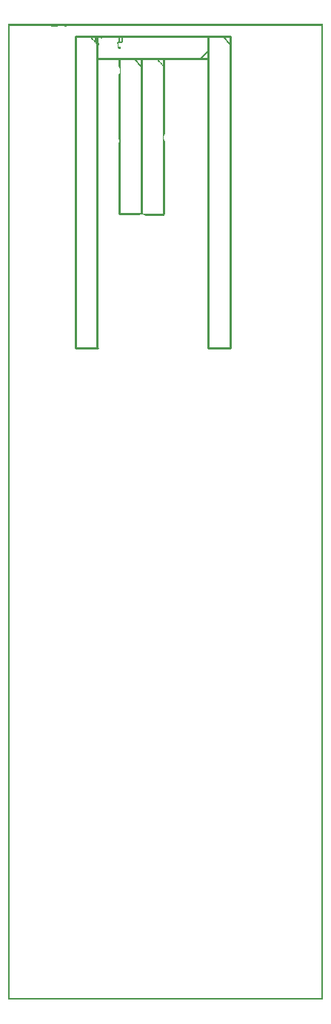
<source format=gbo>
G04 MADE WITH FRITZING*
G04 WWW.FRITZING.ORG*
G04 DOUBLE SIDED*
G04 HOLES PLATED*
G04 CONTOUR ON CENTER OF CONTOUR VECTOR*
%ASAXBY*%
%FSLAX23Y23*%
%MOIN*%
%OFA0B0*%
%SFA1.0B1.0*%
%ADD10C,0.010000*%
%ADD11C,0.005000*%
%ADD12R,0.001000X0.001000*%
%LNSILK0*%
G90*
G70*
G54D10*
X404Y2927D02*
X304Y2927D01*
D02*
X304Y2927D02*
X304Y4327D01*
D02*
X304Y4327D02*
X404Y4327D01*
D02*
X1002Y4328D02*
X1002Y2928D01*
D02*
X1002Y2928D02*
X902Y2928D01*
D02*
X902Y2928D02*
X902Y4328D01*
D02*
X902Y4328D02*
X1002Y4328D01*
G54D11*
D02*
X1002Y4293D02*
X967Y4328D01*
G54D10*
D02*
X902Y4227D02*
X402Y4227D01*
D02*
X402Y4327D02*
X902Y4327D01*
D02*
X902Y4327D02*
X902Y4227D01*
G54D11*
D02*
X867Y4227D02*
X902Y4262D01*
G54D10*
D02*
X604Y4227D02*
X704Y4227D01*
D02*
X502Y4228D02*
X602Y4228D01*
G54D11*
D02*
X602Y4193D02*
X567Y4228D01*
G54D12*
X0Y4384D02*
X1418Y4384D01*
X0Y4383D02*
X1418Y4383D01*
X0Y4382D02*
X1418Y4382D01*
X0Y4381D02*
X1418Y4381D01*
X0Y4380D02*
X1418Y4380D01*
X0Y4379D02*
X1418Y4379D01*
X0Y4378D02*
X1418Y4378D01*
X0Y4377D02*
X1418Y4377D01*
X0Y4376D02*
X7Y4376D01*
X193Y4376D02*
X225Y4376D01*
X249Y4376D02*
X268Y4376D01*
X796Y4376D02*
X800Y4376D01*
X849Y4376D02*
X865Y4376D01*
X1411Y4376D02*
X1418Y4376D01*
X0Y4375D02*
X7Y4375D01*
X194Y4375D02*
X224Y4375D01*
X250Y4375D02*
X266Y4375D01*
X797Y4375D02*
X799Y4375D01*
X851Y4375D02*
X862Y4375D01*
X1411Y4375D02*
X1418Y4375D01*
X0Y4374D02*
X7Y4374D01*
X196Y4374D02*
X223Y4374D01*
X253Y4374D02*
X264Y4374D01*
X1411Y4374D02*
X1418Y4374D01*
X0Y4373D02*
X7Y4373D01*
X1411Y4373D02*
X1418Y4373D01*
X0Y4372D02*
X7Y4372D01*
X1411Y4372D02*
X1418Y4372D01*
X0Y4371D02*
X7Y4371D01*
X1411Y4371D02*
X1418Y4371D01*
X0Y4370D02*
X7Y4370D01*
X1411Y4370D02*
X1418Y4370D01*
X0Y4369D02*
X7Y4369D01*
X1411Y4369D02*
X1418Y4369D01*
X0Y4368D02*
X7Y4368D01*
X1411Y4368D02*
X1418Y4368D01*
X0Y4367D02*
X7Y4367D01*
X1411Y4367D02*
X1418Y4367D01*
X0Y4366D02*
X7Y4366D01*
X1411Y4366D02*
X1418Y4366D01*
X0Y4365D02*
X7Y4365D01*
X1411Y4365D02*
X1418Y4365D01*
X0Y4364D02*
X7Y4364D01*
X1411Y4364D02*
X1418Y4364D01*
X0Y4363D02*
X7Y4363D01*
X1411Y4363D02*
X1418Y4363D01*
X0Y4362D02*
X7Y4362D01*
X1411Y4362D02*
X1418Y4362D01*
X0Y4361D02*
X7Y4361D01*
X1411Y4361D02*
X1418Y4361D01*
X0Y4360D02*
X7Y4360D01*
X1411Y4360D02*
X1418Y4360D01*
X0Y4359D02*
X7Y4359D01*
X1411Y4359D02*
X1418Y4359D01*
X0Y4358D02*
X7Y4358D01*
X1411Y4358D02*
X1418Y4358D01*
X0Y4357D02*
X7Y4357D01*
X1411Y4357D02*
X1418Y4357D01*
X0Y4356D02*
X7Y4356D01*
X1411Y4356D02*
X1418Y4356D01*
X0Y4355D02*
X7Y4355D01*
X1411Y4355D02*
X1418Y4355D01*
X0Y4354D02*
X7Y4354D01*
X1411Y4354D02*
X1418Y4354D01*
X0Y4353D02*
X7Y4353D01*
X1411Y4353D02*
X1418Y4353D01*
X0Y4352D02*
X7Y4352D01*
X1411Y4352D02*
X1418Y4352D01*
X0Y4351D02*
X7Y4351D01*
X1411Y4351D02*
X1418Y4351D01*
X0Y4350D02*
X7Y4350D01*
X1411Y4350D02*
X1418Y4350D01*
X0Y4349D02*
X7Y4349D01*
X1411Y4349D02*
X1418Y4349D01*
X0Y4348D02*
X7Y4348D01*
X1411Y4348D02*
X1418Y4348D01*
X0Y4347D02*
X7Y4347D01*
X1411Y4347D02*
X1418Y4347D01*
X0Y4346D02*
X7Y4346D01*
X1411Y4346D02*
X1418Y4346D01*
X0Y4345D02*
X7Y4345D01*
X1411Y4345D02*
X1418Y4345D01*
X0Y4344D02*
X7Y4344D01*
X1411Y4344D02*
X1418Y4344D01*
X0Y4343D02*
X7Y4343D01*
X1411Y4343D02*
X1418Y4343D01*
X0Y4342D02*
X7Y4342D01*
X1411Y4342D02*
X1418Y4342D01*
X0Y4341D02*
X7Y4341D01*
X1411Y4341D02*
X1418Y4341D01*
X0Y4340D02*
X7Y4340D01*
X1411Y4340D02*
X1418Y4340D01*
X0Y4339D02*
X7Y4339D01*
X1411Y4339D02*
X1418Y4339D01*
X0Y4338D02*
X7Y4338D01*
X1411Y4338D02*
X1418Y4338D01*
X0Y4337D02*
X7Y4337D01*
X1411Y4337D02*
X1418Y4337D01*
X0Y4336D02*
X7Y4336D01*
X1411Y4336D02*
X1418Y4336D01*
X0Y4335D02*
X7Y4335D01*
X1411Y4335D02*
X1418Y4335D01*
X0Y4334D02*
X7Y4334D01*
X1411Y4334D02*
X1418Y4334D01*
X0Y4333D02*
X7Y4333D01*
X1411Y4333D02*
X1418Y4333D01*
X0Y4332D02*
X7Y4332D01*
X1411Y4332D02*
X1418Y4332D01*
X0Y4331D02*
X7Y4331D01*
X1411Y4331D02*
X1418Y4331D01*
X0Y4330D02*
X7Y4330D01*
X1411Y4330D02*
X1418Y4330D01*
X0Y4329D02*
X7Y4329D01*
X370Y4329D02*
X370Y4329D01*
X1411Y4329D02*
X1418Y4329D01*
X0Y4328D02*
X7Y4328D01*
X369Y4328D02*
X371Y4328D01*
X390Y4328D02*
X422Y4328D01*
X445Y4328D02*
X448Y4328D01*
X502Y4328D02*
X514Y4328D01*
X1411Y4328D02*
X1418Y4328D01*
X0Y4327D02*
X7Y4327D01*
X368Y4327D02*
X372Y4327D01*
X390Y4327D02*
X423Y4327D01*
X444Y4327D02*
X449Y4327D01*
X499Y4327D02*
X517Y4327D01*
X546Y4327D02*
X550Y4327D01*
X1411Y4327D02*
X1418Y4327D01*
X0Y4326D02*
X7Y4326D01*
X367Y4326D02*
X373Y4326D01*
X390Y4326D02*
X423Y4326D01*
X443Y4326D02*
X449Y4326D01*
X498Y4326D02*
X517Y4326D01*
X545Y4326D02*
X550Y4326D01*
X1411Y4326D02*
X1418Y4326D01*
X0Y4325D02*
X7Y4325D01*
X368Y4325D02*
X374Y4325D01*
X390Y4325D02*
X423Y4325D01*
X443Y4325D02*
X449Y4325D01*
X498Y4325D02*
X518Y4325D01*
X545Y4325D02*
X551Y4325D01*
X1411Y4325D02*
X1418Y4325D01*
X0Y4324D02*
X7Y4324D01*
X369Y4324D02*
X375Y4324D01*
X390Y4324D02*
X423Y4324D01*
X443Y4324D02*
X449Y4324D01*
X498Y4324D02*
X518Y4324D01*
X545Y4324D02*
X551Y4324D01*
X1411Y4324D02*
X1418Y4324D01*
X0Y4323D02*
X7Y4323D01*
X370Y4323D02*
X376Y4323D01*
X390Y4323D02*
X423Y4323D01*
X443Y4323D02*
X449Y4323D01*
X498Y4323D02*
X518Y4323D01*
X545Y4323D02*
X551Y4323D01*
X1411Y4323D02*
X1418Y4323D01*
X0Y4322D02*
X7Y4322D01*
X371Y4322D02*
X377Y4322D01*
X390Y4322D02*
X423Y4322D01*
X443Y4322D02*
X448Y4322D01*
X498Y4322D02*
X518Y4322D01*
X545Y4322D02*
X548Y4322D01*
X1411Y4322D02*
X1418Y4322D01*
X0Y4321D02*
X7Y4321D01*
X372Y4321D02*
X378Y4321D01*
X390Y4321D02*
X408Y4321D01*
X418Y4321D02*
X423Y4321D01*
X498Y4321D02*
X505Y4321D01*
X511Y4321D02*
X518Y4321D01*
X1411Y4321D02*
X1418Y4321D01*
X0Y4320D02*
X7Y4320D01*
X373Y4320D02*
X379Y4320D01*
X390Y4320D02*
X408Y4320D01*
X418Y4320D02*
X422Y4320D01*
X498Y4320D02*
X504Y4320D01*
X512Y4320D02*
X518Y4320D01*
X1411Y4320D02*
X1418Y4320D01*
X0Y4319D02*
X7Y4319D01*
X374Y4319D02*
X380Y4319D01*
X390Y4319D02*
X408Y4319D01*
X420Y4319D02*
X420Y4319D01*
X498Y4319D02*
X504Y4319D01*
X512Y4319D02*
X518Y4319D01*
X1411Y4319D02*
X1418Y4319D01*
X0Y4318D02*
X7Y4318D01*
X375Y4318D02*
X381Y4318D01*
X390Y4318D02*
X408Y4318D01*
X498Y4318D02*
X504Y4318D01*
X512Y4318D02*
X518Y4318D01*
X1411Y4318D02*
X1418Y4318D01*
X0Y4317D02*
X7Y4317D01*
X376Y4317D02*
X382Y4317D01*
X390Y4317D02*
X408Y4317D01*
X498Y4317D02*
X504Y4317D01*
X512Y4317D02*
X518Y4317D01*
X1411Y4317D02*
X1418Y4317D01*
X0Y4316D02*
X7Y4316D01*
X377Y4316D02*
X383Y4316D01*
X390Y4316D02*
X408Y4316D01*
X498Y4316D02*
X504Y4316D01*
X512Y4316D02*
X518Y4316D01*
X1411Y4316D02*
X1418Y4316D01*
X0Y4315D02*
X7Y4315D01*
X378Y4315D02*
X384Y4315D01*
X390Y4315D02*
X408Y4315D01*
X498Y4315D02*
X504Y4315D01*
X512Y4315D02*
X518Y4315D01*
X1411Y4315D02*
X1418Y4315D01*
X0Y4314D02*
X7Y4314D01*
X379Y4314D02*
X385Y4314D01*
X390Y4314D02*
X408Y4314D01*
X498Y4314D02*
X504Y4314D01*
X512Y4314D02*
X518Y4314D01*
X1411Y4314D02*
X1418Y4314D01*
X0Y4313D02*
X7Y4313D01*
X380Y4313D02*
X386Y4313D01*
X390Y4313D02*
X408Y4313D01*
X498Y4313D02*
X504Y4313D01*
X512Y4313D02*
X518Y4313D01*
X1411Y4313D02*
X1418Y4313D01*
X0Y4312D02*
X7Y4312D01*
X382Y4312D02*
X387Y4312D01*
X390Y4312D02*
X408Y4312D01*
X498Y4312D02*
X504Y4312D01*
X512Y4312D02*
X518Y4312D01*
X1411Y4312D02*
X1418Y4312D01*
X0Y4311D02*
X7Y4311D01*
X383Y4311D02*
X388Y4311D01*
X390Y4311D02*
X408Y4311D01*
X498Y4311D02*
X504Y4311D01*
X512Y4311D02*
X518Y4311D01*
X1411Y4311D02*
X1418Y4311D01*
X0Y4310D02*
X7Y4310D01*
X384Y4310D02*
X408Y4310D01*
X498Y4310D02*
X504Y4310D01*
X512Y4310D02*
X518Y4310D01*
X1411Y4310D02*
X1418Y4310D01*
X0Y4309D02*
X7Y4309D01*
X385Y4309D02*
X408Y4309D01*
X498Y4309D02*
X504Y4309D01*
X512Y4309D02*
X518Y4309D01*
X1411Y4309D02*
X1418Y4309D01*
X0Y4308D02*
X7Y4308D01*
X386Y4308D02*
X408Y4308D01*
X498Y4308D02*
X504Y4308D01*
X512Y4308D02*
X518Y4308D01*
X1411Y4308D02*
X1418Y4308D01*
X0Y4307D02*
X7Y4307D01*
X387Y4307D02*
X408Y4307D01*
X498Y4307D02*
X504Y4307D01*
X512Y4307D02*
X518Y4307D01*
X1411Y4307D02*
X1418Y4307D01*
X0Y4306D02*
X7Y4306D01*
X388Y4306D02*
X408Y4306D01*
X498Y4306D02*
X504Y4306D01*
X512Y4306D02*
X517Y4306D01*
X1411Y4306D02*
X1418Y4306D01*
X0Y4305D02*
X7Y4305D01*
X389Y4305D02*
X408Y4305D01*
X498Y4305D02*
X504Y4305D01*
X512Y4305D02*
X517Y4305D01*
X1411Y4305D02*
X1418Y4305D01*
X0Y4304D02*
X7Y4304D01*
X389Y4304D02*
X408Y4304D01*
X496Y4304D02*
X516Y4304D01*
X1411Y4304D02*
X1418Y4304D01*
X0Y4303D02*
X7Y4303D01*
X390Y4303D02*
X408Y4303D01*
X494Y4303D02*
X515Y4303D01*
X1411Y4303D02*
X1418Y4303D01*
X0Y4302D02*
X7Y4302D01*
X391Y4302D02*
X408Y4302D01*
X493Y4302D02*
X514Y4302D01*
X1411Y4302D02*
X1418Y4302D01*
X0Y4301D02*
X7Y4301D01*
X392Y4301D02*
X408Y4301D01*
X492Y4301D02*
X514Y4301D01*
X1411Y4301D02*
X1418Y4301D01*
X0Y4300D02*
X7Y4300D01*
X393Y4300D02*
X408Y4300D01*
X492Y4300D02*
X513Y4300D01*
X1411Y4300D02*
X1418Y4300D01*
X0Y4299D02*
X7Y4299D01*
X394Y4299D02*
X408Y4299D01*
X491Y4299D02*
X513Y4299D01*
X1411Y4299D02*
X1418Y4299D01*
X0Y4298D02*
X7Y4298D01*
X395Y4298D02*
X409Y4298D01*
X491Y4298D02*
X512Y4298D01*
X1411Y4298D02*
X1418Y4298D01*
X0Y4297D02*
X7Y4297D01*
X396Y4297D02*
X409Y4297D01*
X492Y4297D02*
X497Y4297D01*
X1411Y4297D02*
X1418Y4297D01*
X0Y4296D02*
X7Y4296D01*
X397Y4296D02*
X409Y4296D01*
X492Y4296D02*
X497Y4296D01*
X1411Y4296D02*
X1418Y4296D01*
X0Y4295D02*
X7Y4295D01*
X397Y4295D02*
X410Y4295D01*
X493Y4295D02*
X497Y4295D01*
X1411Y4295D02*
X1418Y4295D01*
X0Y4294D02*
X7Y4294D01*
X397Y4294D02*
X410Y4294D01*
X493Y4294D02*
X497Y4294D01*
X1411Y4294D02*
X1418Y4294D01*
X0Y4293D02*
X7Y4293D01*
X397Y4293D02*
X410Y4293D01*
X494Y4293D02*
X497Y4293D01*
X1411Y4293D02*
X1418Y4293D01*
X0Y4292D02*
X7Y4292D01*
X397Y4292D02*
X410Y4292D01*
X494Y4292D02*
X497Y4292D01*
X1411Y4292D02*
X1418Y4292D01*
X0Y4291D02*
X7Y4291D01*
X397Y4291D02*
X409Y4291D01*
X494Y4291D02*
X497Y4291D01*
X1411Y4291D02*
X1418Y4291D01*
X0Y4290D02*
X7Y4290D01*
X397Y4290D02*
X409Y4290D01*
X495Y4290D02*
X497Y4290D01*
X1411Y4290D02*
X1418Y4290D01*
X0Y4289D02*
X7Y4289D01*
X397Y4289D02*
X409Y4289D01*
X495Y4289D02*
X497Y4289D01*
X1411Y4289D02*
X1418Y4289D01*
X0Y4288D02*
X7Y4288D01*
X397Y4288D02*
X409Y4288D01*
X495Y4288D02*
X497Y4288D01*
X1411Y4288D02*
X1418Y4288D01*
X0Y4287D02*
X7Y4287D01*
X397Y4287D02*
X408Y4287D01*
X495Y4287D02*
X497Y4287D01*
X1411Y4287D02*
X1418Y4287D01*
X0Y4286D02*
X7Y4286D01*
X397Y4286D02*
X408Y4286D01*
X495Y4286D02*
X497Y4286D01*
X1411Y4286D02*
X1418Y4286D01*
X0Y4285D02*
X7Y4285D01*
X397Y4285D02*
X408Y4285D01*
X496Y4285D02*
X497Y4285D01*
X1411Y4285D02*
X1418Y4285D01*
X0Y4284D02*
X7Y4284D01*
X397Y4284D02*
X408Y4284D01*
X496Y4284D02*
X497Y4284D01*
X1411Y4284D02*
X1418Y4284D01*
X0Y4283D02*
X7Y4283D01*
X398Y4283D02*
X408Y4283D01*
X496Y4283D02*
X497Y4283D01*
X1411Y4283D02*
X1418Y4283D01*
X0Y4282D02*
X7Y4282D01*
X398Y4282D02*
X408Y4282D01*
X496Y4282D02*
X497Y4282D01*
X1411Y4282D02*
X1418Y4282D01*
X0Y4281D02*
X7Y4281D01*
X398Y4281D02*
X407Y4281D01*
X496Y4281D02*
X497Y4281D01*
X1411Y4281D02*
X1418Y4281D01*
X0Y4280D02*
X7Y4280D01*
X398Y4280D02*
X407Y4280D01*
X496Y4280D02*
X507Y4280D01*
X1411Y4280D02*
X1418Y4280D01*
X0Y4279D02*
X7Y4279D01*
X398Y4279D02*
X407Y4279D01*
X496Y4279D02*
X507Y4279D01*
X1411Y4279D02*
X1418Y4279D01*
X0Y4278D02*
X7Y4278D01*
X398Y4278D02*
X407Y4278D01*
X496Y4278D02*
X507Y4278D01*
X1411Y4278D02*
X1418Y4278D01*
X0Y4277D02*
X7Y4277D01*
X398Y4277D02*
X407Y4277D01*
X496Y4277D02*
X507Y4277D01*
X1411Y4277D02*
X1418Y4277D01*
X0Y4276D02*
X7Y4276D01*
X398Y4276D02*
X407Y4276D01*
X496Y4276D02*
X507Y4276D01*
X1411Y4276D02*
X1418Y4276D01*
X0Y4275D02*
X7Y4275D01*
X398Y4275D02*
X407Y4275D01*
X496Y4275D02*
X507Y4275D01*
X1411Y4275D02*
X1418Y4275D01*
X0Y4274D02*
X7Y4274D01*
X398Y4274D02*
X408Y4274D01*
X497Y4274D02*
X508Y4274D01*
X1411Y4274D02*
X1418Y4274D01*
X0Y4273D02*
X7Y4273D01*
X398Y4273D02*
X408Y4273D01*
X1411Y4273D02*
X1418Y4273D01*
X0Y4272D02*
X7Y4272D01*
X397Y4272D02*
X408Y4272D01*
X1411Y4272D02*
X1418Y4272D01*
X0Y4271D02*
X7Y4271D01*
X397Y4271D02*
X408Y4271D01*
X1411Y4271D02*
X1418Y4271D01*
X0Y4270D02*
X7Y4270D01*
X397Y4270D02*
X408Y4270D01*
X1411Y4270D02*
X1418Y4270D01*
X0Y4269D02*
X7Y4269D01*
X397Y4269D02*
X408Y4269D01*
X1411Y4269D02*
X1418Y4269D01*
X0Y4268D02*
X7Y4268D01*
X397Y4268D02*
X408Y4268D01*
X1411Y4268D02*
X1418Y4268D01*
X0Y4267D02*
X7Y4267D01*
X397Y4267D02*
X408Y4267D01*
X1411Y4267D02*
X1418Y4267D01*
X0Y4266D02*
X7Y4266D01*
X397Y4266D02*
X408Y4266D01*
X1411Y4266D02*
X1418Y4266D01*
X0Y4265D02*
X7Y4265D01*
X397Y4265D02*
X408Y4265D01*
X1411Y4265D02*
X1418Y4265D01*
X0Y4264D02*
X7Y4264D01*
X397Y4264D02*
X408Y4264D01*
X1411Y4264D02*
X1418Y4264D01*
X0Y4263D02*
X7Y4263D01*
X397Y4263D02*
X408Y4263D01*
X1411Y4263D02*
X1418Y4263D01*
X0Y4262D02*
X7Y4262D01*
X397Y4262D02*
X408Y4262D01*
X1411Y4262D02*
X1418Y4262D01*
X0Y4261D02*
X7Y4261D01*
X397Y4261D02*
X408Y4261D01*
X1411Y4261D02*
X1418Y4261D01*
X0Y4260D02*
X7Y4260D01*
X397Y4260D02*
X408Y4260D01*
X1411Y4260D02*
X1418Y4260D01*
X0Y4259D02*
X7Y4259D01*
X397Y4259D02*
X408Y4259D01*
X1411Y4259D02*
X1418Y4259D01*
X0Y4258D02*
X7Y4258D01*
X397Y4258D02*
X408Y4258D01*
X1411Y4258D02*
X1418Y4258D01*
X0Y4257D02*
X7Y4257D01*
X397Y4257D02*
X408Y4257D01*
X1411Y4257D02*
X1418Y4257D01*
X0Y4256D02*
X7Y4256D01*
X397Y4256D02*
X408Y4256D01*
X1411Y4256D02*
X1418Y4256D01*
X0Y4255D02*
X7Y4255D01*
X397Y4255D02*
X408Y4255D01*
X1411Y4255D02*
X1418Y4255D01*
X0Y4254D02*
X7Y4254D01*
X397Y4254D02*
X408Y4254D01*
X1411Y4254D02*
X1418Y4254D01*
X0Y4253D02*
X7Y4253D01*
X397Y4253D02*
X408Y4253D01*
X1411Y4253D02*
X1418Y4253D01*
X0Y4252D02*
X7Y4252D01*
X397Y4252D02*
X408Y4252D01*
X1411Y4252D02*
X1418Y4252D01*
X0Y4251D02*
X7Y4251D01*
X397Y4251D02*
X408Y4251D01*
X1411Y4251D02*
X1418Y4251D01*
X0Y4250D02*
X7Y4250D01*
X397Y4250D02*
X408Y4250D01*
X1411Y4250D02*
X1418Y4250D01*
X0Y4249D02*
X7Y4249D01*
X397Y4249D02*
X408Y4249D01*
X1411Y4249D02*
X1418Y4249D01*
X0Y4248D02*
X7Y4248D01*
X397Y4248D02*
X408Y4248D01*
X1411Y4248D02*
X1418Y4248D01*
X0Y4247D02*
X7Y4247D01*
X397Y4247D02*
X408Y4247D01*
X1411Y4247D02*
X1418Y4247D01*
X0Y4246D02*
X7Y4246D01*
X397Y4246D02*
X408Y4246D01*
X1411Y4246D02*
X1418Y4246D01*
X0Y4245D02*
X7Y4245D01*
X397Y4245D02*
X408Y4245D01*
X1411Y4245D02*
X1418Y4245D01*
X0Y4244D02*
X7Y4244D01*
X397Y4244D02*
X408Y4244D01*
X1411Y4244D02*
X1418Y4244D01*
X0Y4243D02*
X7Y4243D01*
X397Y4243D02*
X408Y4243D01*
X1411Y4243D02*
X1418Y4243D01*
X0Y4242D02*
X7Y4242D01*
X397Y4242D02*
X408Y4242D01*
X1411Y4242D02*
X1418Y4242D01*
X0Y4241D02*
X7Y4241D01*
X397Y4241D02*
X408Y4241D01*
X1411Y4241D02*
X1418Y4241D01*
X0Y4240D02*
X7Y4240D01*
X397Y4240D02*
X408Y4240D01*
X1411Y4240D02*
X1418Y4240D01*
X0Y4239D02*
X7Y4239D01*
X397Y4239D02*
X408Y4239D01*
X1411Y4239D02*
X1418Y4239D01*
X0Y4238D02*
X7Y4238D01*
X397Y4238D02*
X408Y4238D01*
X1411Y4238D02*
X1418Y4238D01*
X0Y4237D02*
X7Y4237D01*
X397Y4237D02*
X408Y4237D01*
X1411Y4237D02*
X1418Y4237D01*
X0Y4236D02*
X7Y4236D01*
X397Y4236D02*
X408Y4236D01*
X1411Y4236D02*
X1418Y4236D01*
X0Y4235D02*
X7Y4235D01*
X397Y4235D02*
X408Y4235D01*
X1411Y4235D02*
X1418Y4235D01*
X0Y4234D02*
X7Y4234D01*
X397Y4234D02*
X408Y4234D01*
X1411Y4234D02*
X1418Y4234D01*
X0Y4233D02*
X7Y4233D01*
X397Y4233D02*
X408Y4233D01*
X1411Y4233D02*
X1418Y4233D01*
X0Y4232D02*
X7Y4232D01*
X397Y4232D02*
X408Y4232D01*
X1411Y4232D02*
X1418Y4232D01*
X0Y4231D02*
X7Y4231D01*
X397Y4231D02*
X408Y4231D01*
X1411Y4231D02*
X1418Y4231D01*
X0Y4230D02*
X7Y4230D01*
X397Y4230D02*
X408Y4230D01*
X1411Y4230D02*
X1418Y4230D01*
X0Y4229D02*
X7Y4229D01*
X397Y4229D02*
X408Y4229D01*
X670Y4229D02*
X670Y4229D01*
X1411Y4229D02*
X1418Y4229D01*
X0Y4228D02*
X7Y4228D01*
X399Y4228D02*
X408Y4228D01*
X497Y4228D02*
X506Y4228D01*
X597Y4228D02*
X607Y4228D01*
X669Y4228D02*
X671Y4228D01*
X699Y4228D02*
X707Y4228D01*
X1411Y4228D02*
X1418Y4228D01*
X0Y4227D02*
X7Y4227D01*
X399Y4227D02*
X408Y4227D01*
X497Y4227D02*
X506Y4227D01*
X597Y4227D02*
X608Y4227D01*
X668Y4227D02*
X672Y4227D01*
X699Y4227D02*
X708Y4227D01*
X1411Y4227D02*
X1418Y4227D01*
X0Y4226D02*
X7Y4226D01*
X399Y4226D02*
X408Y4226D01*
X497Y4226D02*
X506Y4226D01*
X597Y4226D02*
X608Y4226D01*
X667Y4226D02*
X673Y4226D01*
X699Y4226D02*
X708Y4226D01*
X1411Y4226D02*
X1418Y4226D01*
X0Y4225D02*
X7Y4225D01*
X399Y4225D02*
X408Y4225D01*
X497Y4225D02*
X506Y4225D01*
X597Y4225D02*
X608Y4225D01*
X668Y4225D02*
X674Y4225D01*
X699Y4225D02*
X708Y4225D01*
X1411Y4225D02*
X1418Y4225D01*
X0Y4224D02*
X7Y4224D01*
X399Y4224D02*
X408Y4224D01*
X497Y4224D02*
X506Y4224D01*
X597Y4224D02*
X608Y4224D01*
X669Y4224D02*
X675Y4224D01*
X699Y4224D02*
X708Y4224D01*
X1411Y4224D02*
X1418Y4224D01*
X0Y4223D02*
X7Y4223D01*
X399Y4223D02*
X408Y4223D01*
X497Y4223D02*
X506Y4223D01*
X597Y4223D02*
X608Y4223D01*
X670Y4223D02*
X676Y4223D01*
X699Y4223D02*
X708Y4223D01*
X1411Y4223D02*
X1418Y4223D01*
X0Y4222D02*
X7Y4222D01*
X399Y4222D02*
X408Y4222D01*
X497Y4222D02*
X506Y4222D01*
X597Y4222D02*
X608Y4222D01*
X671Y4222D02*
X677Y4222D01*
X699Y4222D02*
X708Y4222D01*
X1411Y4222D02*
X1418Y4222D01*
X0Y4221D02*
X7Y4221D01*
X399Y4221D02*
X408Y4221D01*
X497Y4221D02*
X506Y4221D01*
X597Y4221D02*
X608Y4221D01*
X672Y4221D02*
X678Y4221D01*
X699Y4221D02*
X708Y4221D01*
X1411Y4221D02*
X1418Y4221D01*
X0Y4220D02*
X7Y4220D01*
X399Y4220D02*
X408Y4220D01*
X497Y4220D02*
X506Y4220D01*
X597Y4220D02*
X608Y4220D01*
X673Y4220D02*
X679Y4220D01*
X699Y4220D02*
X708Y4220D01*
X1411Y4220D02*
X1418Y4220D01*
X0Y4219D02*
X7Y4219D01*
X399Y4219D02*
X408Y4219D01*
X497Y4219D02*
X506Y4219D01*
X597Y4219D02*
X608Y4219D01*
X674Y4219D02*
X680Y4219D01*
X699Y4219D02*
X708Y4219D01*
X1411Y4219D02*
X1418Y4219D01*
X0Y4218D02*
X7Y4218D01*
X399Y4218D02*
X408Y4218D01*
X497Y4218D02*
X506Y4218D01*
X597Y4218D02*
X608Y4218D01*
X675Y4218D02*
X681Y4218D01*
X699Y4218D02*
X708Y4218D01*
X1411Y4218D02*
X1418Y4218D01*
X0Y4217D02*
X7Y4217D01*
X399Y4217D02*
X408Y4217D01*
X497Y4217D02*
X506Y4217D01*
X597Y4217D02*
X608Y4217D01*
X676Y4217D02*
X682Y4217D01*
X699Y4217D02*
X708Y4217D01*
X1411Y4217D02*
X1418Y4217D01*
X0Y4216D02*
X7Y4216D01*
X399Y4216D02*
X408Y4216D01*
X497Y4216D02*
X506Y4216D01*
X597Y4216D02*
X608Y4216D01*
X677Y4216D02*
X683Y4216D01*
X699Y4216D02*
X708Y4216D01*
X1411Y4216D02*
X1418Y4216D01*
X0Y4215D02*
X7Y4215D01*
X399Y4215D02*
X408Y4215D01*
X497Y4215D02*
X506Y4215D01*
X597Y4215D02*
X608Y4215D01*
X678Y4215D02*
X684Y4215D01*
X699Y4215D02*
X708Y4215D01*
X1411Y4215D02*
X1418Y4215D01*
X0Y4214D02*
X7Y4214D01*
X399Y4214D02*
X408Y4214D01*
X497Y4214D02*
X506Y4214D01*
X597Y4214D02*
X608Y4214D01*
X679Y4214D02*
X685Y4214D01*
X699Y4214D02*
X708Y4214D01*
X1411Y4214D02*
X1418Y4214D01*
X0Y4213D02*
X7Y4213D01*
X399Y4213D02*
X408Y4213D01*
X497Y4213D02*
X506Y4213D01*
X597Y4213D02*
X608Y4213D01*
X680Y4213D02*
X686Y4213D01*
X699Y4213D02*
X708Y4213D01*
X1411Y4213D02*
X1418Y4213D01*
X0Y4212D02*
X7Y4212D01*
X399Y4212D02*
X408Y4212D01*
X497Y4212D02*
X506Y4212D01*
X597Y4212D02*
X608Y4212D01*
X682Y4212D02*
X687Y4212D01*
X699Y4212D02*
X708Y4212D01*
X1411Y4212D02*
X1418Y4212D01*
X0Y4211D02*
X7Y4211D01*
X399Y4211D02*
X408Y4211D01*
X497Y4211D02*
X506Y4211D01*
X597Y4211D02*
X608Y4211D01*
X683Y4211D02*
X688Y4211D01*
X699Y4211D02*
X708Y4211D01*
X1411Y4211D02*
X1418Y4211D01*
X0Y4210D02*
X7Y4210D01*
X399Y4210D02*
X408Y4210D01*
X497Y4210D02*
X506Y4210D01*
X597Y4210D02*
X608Y4210D01*
X684Y4210D02*
X689Y4210D01*
X699Y4210D02*
X708Y4210D01*
X1411Y4210D02*
X1418Y4210D01*
X0Y4209D02*
X7Y4209D01*
X399Y4209D02*
X408Y4209D01*
X497Y4209D02*
X506Y4209D01*
X597Y4209D02*
X608Y4209D01*
X685Y4209D02*
X690Y4209D01*
X699Y4209D02*
X708Y4209D01*
X1411Y4209D02*
X1418Y4209D01*
X0Y4208D02*
X7Y4208D01*
X399Y4208D02*
X408Y4208D01*
X497Y4208D02*
X506Y4208D01*
X597Y4208D02*
X608Y4208D01*
X686Y4208D02*
X691Y4208D01*
X699Y4208D02*
X708Y4208D01*
X1411Y4208D02*
X1418Y4208D01*
X0Y4207D02*
X7Y4207D01*
X399Y4207D02*
X408Y4207D01*
X497Y4207D02*
X506Y4207D01*
X597Y4207D02*
X608Y4207D01*
X687Y4207D02*
X692Y4207D01*
X699Y4207D02*
X708Y4207D01*
X1411Y4207D02*
X1418Y4207D01*
X0Y4206D02*
X7Y4206D01*
X399Y4206D02*
X408Y4206D01*
X497Y4206D02*
X506Y4206D01*
X597Y4206D02*
X608Y4206D01*
X688Y4206D02*
X693Y4206D01*
X699Y4206D02*
X708Y4206D01*
X1411Y4206D02*
X1418Y4206D01*
X0Y4205D02*
X7Y4205D01*
X399Y4205D02*
X408Y4205D01*
X497Y4205D02*
X506Y4205D01*
X597Y4205D02*
X608Y4205D01*
X688Y4205D02*
X694Y4205D01*
X699Y4205D02*
X708Y4205D01*
X1411Y4205D02*
X1418Y4205D01*
X0Y4204D02*
X7Y4204D01*
X399Y4204D02*
X408Y4204D01*
X497Y4204D02*
X506Y4204D01*
X597Y4204D02*
X608Y4204D01*
X689Y4204D02*
X695Y4204D01*
X699Y4204D02*
X708Y4204D01*
X1411Y4204D02*
X1418Y4204D01*
X0Y4203D02*
X7Y4203D01*
X399Y4203D02*
X408Y4203D01*
X497Y4203D02*
X506Y4203D01*
X597Y4203D02*
X608Y4203D01*
X690Y4203D02*
X696Y4203D01*
X699Y4203D02*
X708Y4203D01*
X1411Y4203D02*
X1418Y4203D01*
X0Y4202D02*
X7Y4202D01*
X399Y4202D02*
X408Y4202D01*
X497Y4202D02*
X506Y4202D01*
X597Y4202D02*
X608Y4202D01*
X691Y4202D02*
X697Y4202D01*
X699Y4202D02*
X708Y4202D01*
X1411Y4202D02*
X1418Y4202D01*
X0Y4201D02*
X7Y4201D01*
X399Y4201D02*
X408Y4201D01*
X497Y4201D02*
X506Y4201D01*
X597Y4201D02*
X608Y4201D01*
X692Y4201D02*
X708Y4201D01*
X1411Y4201D02*
X1418Y4201D01*
X0Y4200D02*
X7Y4200D01*
X399Y4200D02*
X408Y4200D01*
X497Y4200D02*
X506Y4200D01*
X597Y4200D02*
X608Y4200D01*
X693Y4200D02*
X708Y4200D01*
X1411Y4200D02*
X1418Y4200D01*
X0Y4199D02*
X7Y4199D01*
X399Y4199D02*
X408Y4199D01*
X497Y4199D02*
X506Y4199D01*
X597Y4199D02*
X608Y4199D01*
X694Y4199D02*
X708Y4199D01*
X1411Y4199D02*
X1418Y4199D01*
X0Y4198D02*
X7Y4198D01*
X399Y4198D02*
X408Y4198D01*
X497Y4198D02*
X506Y4198D01*
X597Y4198D02*
X608Y4198D01*
X695Y4198D02*
X708Y4198D01*
X1411Y4198D02*
X1418Y4198D01*
X0Y4197D02*
X7Y4197D01*
X399Y4197D02*
X408Y4197D01*
X497Y4197D02*
X506Y4197D01*
X597Y4197D02*
X608Y4197D01*
X696Y4197D02*
X708Y4197D01*
X1411Y4197D02*
X1418Y4197D01*
X0Y4196D02*
X7Y4196D01*
X399Y4196D02*
X408Y4196D01*
X497Y4196D02*
X506Y4196D01*
X597Y4196D02*
X608Y4196D01*
X697Y4196D02*
X708Y4196D01*
X1411Y4196D02*
X1418Y4196D01*
X0Y4195D02*
X7Y4195D01*
X399Y4195D02*
X408Y4195D01*
X497Y4195D02*
X506Y4195D01*
X597Y4195D02*
X608Y4195D01*
X698Y4195D02*
X708Y4195D01*
X1411Y4195D02*
X1418Y4195D01*
X0Y4194D02*
X7Y4194D01*
X399Y4194D02*
X408Y4194D01*
X497Y4194D02*
X506Y4194D01*
X597Y4194D02*
X608Y4194D01*
X699Y4194D02*
X708Y4194D01*
X1411Y4194D02*
X1418Y4194D01*
X0Y4193D02*
X7Y4193D01*
X399Y4193D02*
X408Y4193D01*
X497Y4193D02*
X506Y4193D01*
X597Y4193D02*
X608Y4193D01*
X699Y4193D02*
X708Y4193D01*
X1411Y4193D02*
X1418Y4193D01*
X0Y4192D02*
X7Y4192D01*
X399Y4192D02*
X408Y4192D01*
X498Y4192D02*
X506Y4192D01*
X597Y4192D02*
X608Y4192D01*
X699Y4192D02*
X708Y4192D01*
X1411Y4192D02*
X1418Y4192D01*
X0Y4191D02*
X7Y4191D01*
X399Y4191D02*
X408Y4191D01*
X499Y4191D02*
X506Y4191D01*
X597Y4191D02*
X608Y4191D01*
X699Y4191D02*
X708Y4191D01*
X1411Y4191D02*
X1418Y4191D01*
X0Y4190D02*
X7Y4190D01*
X399Y4190D02*
X408Y4190D01*
X500Y4190D02*
X506Y4190D01*
X597Y4190D02*
X608Y4190D01*
X699Y4190D02*
X708Y4190D01*
X1411Y4190D02*
X1418Y4190D01*
X0Y4189D02*
X7Y4189D01*
X399Y4189D02*
X408Y4189D01*
X501Y4189D02*
X506Y4189D01*
X597Y4189D02*
X608Y4189D01*
X699Y4189D02*
X708Y4189D01*
X1411Y4189D02*
X1418Y4189D01*
X0Y4188D02*
X7Y4188D01*
X399Y4188D02*
X408Y4188D01*
X502Y4188D02*
X506Y4188D01*
X597Y4188D02*
X608Y4188D01*
X699Y4188D02*
X708Y4188D01*
X1411Y4188D02*
X1418Y4188D01*
X0Y4187D02*
X7Y4187D01*
X399Y4187D02*
X408Y4187D01*
X502Y4187D02*
X506Y4187D01*
X597Y4187D02*
X608Y4187D01*
X699Y4187D02*
X708Y4187D01*
X1411Y4187D02*
X1418Y4187D01*
X0Y4186D02*
X7Y4186D01*
X399Y4186D02*
X408Y4186D01*
X503Y4186D02*
X506Y4186D01*
X597Y4186D02*
X608Y4186D01*
X699Y4186D02*
X708Y4186D01*
X1411Y4186D02*
X1418Y4186D01*
X0Y4185D02*
X7Y4185D01*
X399Y4185D02*
X408Y4185D01*
X503Y4185D02*
X506Y4185D01*
X597Y4185D02*
X608Y4185D01*
X699Y4185D02*
X708Y4185D01*
X1411Y4185D02*
X1418Y4185D01*
X0Y4184D02*
X7Y4184D01*
X399Y4184D02*
X408Y4184D01*
X504Y4184D02*
X506Y4184D01*
X597Y4184D02*
X608Y4184D01*
X699Y4184D02*
X708Y4184D01*
X1411Y4184D02*
X1418Y4184D01*
X0Y4183D02*
X7Y4183D01*
X399Y4183D02*
X408Y4183D01*
X504Y4183D02*
X506Y4183D01*
X597Y4183D02*
X608Y4183D01*
X699Y4183D02*
X708Y4183D01*
X1411Y4183D02*
X1418Y4183D01*
X0Y4182D02*
X7Y4182D01*
X399Y4182D02*
X408Y4182D01*
X505Y4182D02*
X506Y4182D01*
X597Y4182D02*
X608Y4182D01*
X699Y4182D02*
X708Y4182D01*
X1411Y4182D02*
X1418Y4182D01*
X0Y4181D02*
X7Y4181D01*
X399Y4181D02*
X408Y4181D01*
X505Y4181D02*
X506Y4181D01*
X597Y4181D02*
X608Y4181D01*
X699Y4181D02*
X708Y4181D01*
X1411Y4181D02*
X1418Y4181D01*
X0Y4180D02*
X7Y4180D01*
X399Y4180D02*
X408Y4180D01*
X505Y4180D02*
X506Y4180D01*
X597Y4180D02*
X608Y4180D01*
X699Y4180D02*
X708Y4180D01*
X1411Y4180D02*
X1418Y4180D01*
X0Y4179D02*
X7Y4179D01*
X399Y4179D02*
X408Y4179D01*
X506Y4179D02*
X506Y4179D01*
X597Y4179D02*
X608Y4179D01*
X699Y4179D02*
X708Y4179D01*
X1411Y4179D02*
X1418Y4179D01*
X0Y4178D02*
X7Y4178D01*
X399Y4178D02*
X408Y4178D01*
X506Y4178D02*
X506Y4178D01*
X597Y4178D02*
X608Y4178D01*
X699Y4178D02*
X708Y4178D01*
X1411Y4178D02*
X1418Y4178D01*
X0Y4177D02*
X7Y4177D01*
X399Y4177D02*
X408Y4177D01*
X506Y4177D02*
X506Y4177D01*
X597Y4177D02*
X608Y4177D01*
X699Y4177D02*
X708Y4177D01*
X1411Y4177D02*
X1418Y4177D01*
X0Y4176D02*
X7Y4176D01*
X399Y4176D02*
X408Y4176D01*
X506Y4176D02*
X506Y4176D01*
X597Y4176D02*
X608Y4176D01*
X699Y4176D02*
X708Y4176D01*
X1411Y4176D02*
X1418Y4176D01*
X0Y4175D02*
X7Y4175D01*
X399Y4175D02*
X408Y4175D01*
X506Y4175D02*
X506Y4175D01*
X597Y4175D02*
X608Y4175D01*
X699Y4175D02*
X708Y4175D01*
X1411Y4175D02*
X1418Y4175D01*
X0Y4174D02*
X7Y4174D01*
X399Y4174D02*
X408Y4174D01*
X506Y4174D02*
X506Y4174D01*
X597Y4174D02*
X608Y4174D01*
X699Y4174D02*
X708Y4174D01*
X1411Y4174D02*
X1418Y4174D01*
X0Y4173D02*
X7Y4173D01*
X399Y4173D02*
X408Y4173D01*
X506Y4173D02*
X506Y4173D01*
X597Y4173D02*
X608Y4173D01*
X699Y4173D02*
X708Y4173D01*
X1411Y4173D02*
X1418Y4173D01*
X0Y4172D02*
X7Y4172D01*
X399Y4172D02*
X408Y4172D01*
X506Y4172D02*
X506Y4172D01*
X597Y4172D02*
X608Y4172D01*
X699Y4172D02*
X708Y4172D01*
X1411Y4172D02*
X1418Y4172D01*
X0Y4171D02*
X7Y4171D01*
X399Y4171D02*
X408Y4171D01*
X506Y4171D02*
X506Y4171D01*
X597Y4171D02*
X608Y4171D01*
X699Y4171D02*
X708Y4171D01*
X1411Y4171D02*
X1418Y4171D01*
X0Y4170D02*
X7Y4170D01*
X399Y4170D02*
X408Y4170D01*
X506Y4170D02*
X506Y4170D01*
X597Y4170D02*
X608Y4170D01*
X699Y4170D02*
X708Y4170D01*
X1411Y4170D02*
X1418Y4170D01*
X0Y4169D02*
X7Y4169D01*
X399Y4169D02*
X408Y4169D01*
X506Y4169D02*
X506Y4169D01*
X597Y4169D02*
X608Y4169D01*
X699Y4169D02*
X708Y4169D01*
X1411Y4169D02*
X1418Y4169D01*
X0Y4168D02*
X7Y4168D01*
X399Y4168D02*
X408Y4168D01*
X505Y4168D02*
X506Y4168D01*
X597Y4168D02*
X608Y4168D01*
X699Y4168D02*
X708Y4168D01*
X1411Y4168D02*
X1418Y4168D01*
X0Y4167D02*
X7Y4167D01*
X399Y4167D02*
X408Y4167D01*
X505Y4167D02*
X506Y4167D01*
X597Y4167D02*
X608Y4167D01*
X699Y4167D02*
X708Y4167D01*
X1411Y4167D02*
X1418Y4167D01*
X0Y4166D02*
X7Y4166D01*
X399Y4166D02*
X408Y4166D01*
X505Y4166D02*
X506Y4166D01*
X597Y4166D02*
X608Y4166D01*
X699Y4166D02*
X708Y4166D01*
X1411Y4166D02*
X1418Y4166D01*
X0Y4165D02*
X7Y4165D01*
X399Y4165D02*
X408Y4165D01*
X504Y4165D02*
X506Y4165D01*
X597Y4165D02*
X608Y4165D01*
X699Y4165D02*
X708Y4165D01*
X1411Y4165D02*
X1418Y4165D01*
X0Y4164D02*
X7Y4164D01*
X399Y4164D02*
X408Y4164D01*
X504Y4164D02*
X506Y4164D01*
X597Y4164D02*
X608Y4164D01*
X699Y4164D02*
X708Y4164D01*
X1411Y4164D02*
X1418Y4164D01*
X0Y4163D02*
X7Y4163D01*
X399Y4163D02*
X408Y4163D01*
X503Y4163D02*
X506Y4163D01*
X597Y4163D02*
X608Y4163D01*
X699Y4163D02*
X708Y4163D01*
X1411Y4163D02*
X1418Y4163D01*
X0Y4162D02*
X7Y4162D01*
X399Y4162D02*
X408Y4162D01*
X503Y4162D02*
X506Y4162D01*
X597Y4162D02*
X608Y4162D01*
X699Y4162D02*
X708Y4162D01*
X1411Y4162D02*
X1418Y4162D01*
X0Y4161D02*
X7Y4161D01*
X399Y4161D02*
X408Y4161D01*
X502Y4161D02*
X506Y4161D01*
X597Y4161D02*
X608Y4161D01*
X699Y4161D02*
X708Y4161D01*
X1411Y4161D02*
X1418Y4161D01*
X0Y4160D02*
X7Y4160D01*
X399Y4160D02*
X408Y4160D01*
X502Y4160D02*
X506Y4160D01*
X597Y4160D02*
X608Y4160D01*
X699Y4160D02*
X708Y4160D01*
X1411Y4160D02*
X1418Y4160D01*
X0Y4159D02*
X7Y4159D01*
X399Y4159D02*
X408Y4159D01*
X501Y4159D02*
X506Y4159D01*
X597Y4159D02*
X608Y4159D01*
X699Y4159D02*
X708Y4159D01*
X1411Y4159D02*
X1418Y4159D01*
X0Y4158D02*
X7Y4158D01*
X399Y4158D02*
X408Y4158D01*
X500Y4158D02*
X506Y4158D01*
X597Y4158D02*
X608Y4158D01*
X699Y4158D02*
X708Y4158D01*
X1411Y4158D02*
X1418Y4158D01*
X0Y4157D02*
X7Y4157D01*
X399Y4157D02*
X408Y4157D01*
X499Y4157D02*
X506Y4157D01*
X597Y4157D02*
X608Y4157D01*
X699Y4157D02*
X708Y4157D01*
X1411Y4157D02*
X1418Y4157D01*
X0Y4156D02*
X7Y4156D01*
X399Y4156D02*
X408Y4156D01*
X498Y4156D02*
X506Y4156D01*
X597Y4156D02*
X608Y4156D01*
X699Y4156D02*
X708Y4156D01*
X1411Y4156D02*
X1418Y4156D01*
X0Y4155D02*
X7Y4155D01*
X399Y4155D02*
X408Y4155D01*
X497Y4155D02*
X506Y4155D01*
X597Y4155D02*
X608Y4155D01*
X699Y4155D02*
X708Y4155D01*
X1411Y4155D02*
X1418Y4155D01*
X0Y4154D02*
X7Y4154D01*
X399Y4154D02*
X408Y4154D01*
X497Y4154D02*
X506Y4154D01*
X597Y4154D02*
X608Y4154D01*
X699Y4154D02*
X708Y4154D01*
X1411Y4154D02*
X1418Y4154D01*
X0Y4153D02*
X7Y4153D01*
X399Y4153D02*
X408Y4153D01*
X497Y4153D02*
X506Y4153D01*
X597Y4153D02*
X608Y4153D01*
X699Y4153D02*
X708Y4153D01*
X1411Y4153D02*
X1418Y4153D01*
X0Y4152D02*
X7Y4152D01*
X399Y4152D02*
X408Y4152D01*
X497Y4152D02*
X506Y4152D01*
X597Y4152D02*
X608Y4152D01*
X699Y4152D02*
X708Y4152D01*
X1411Y4152D02*
X1418Y4152D01*
X0Y4151D02*
X7Y4151D01*
X399Y4151D02*
X408Y4151D01*
X497Y4151D02*
X506Y4151D01*
X597Y4151D02*
X608Y4151D01*
X699Y4151D02*
X708Y4151D01*
X1411Y4151D02*
X1418Y4151D01*
X0Y4150D02*
X7Y4150D01*
X399Y4150D02*
X408Y4150D01*
X497Y4150D02*
X506Y4150D01*
X597Y4150D02*
X608Y4150D01*
X699Y4150D02*
X708Y4150D01*
X1411Y4150D02*
X1418Y4150D01*
X0Y4149D02*
X7Y4149D01*
X399Y4149D02*
X408Y4149D01*
X497Y4149D02*
X506Y4149D01*
X597Y4149D02*
X608Y4149D01*
X699Y4149D02*
X708Y4149D01*
X1411Y4149D02*
X1418Y4149D01*
X0Y4148D02*
X7Y4148D01*
X399Y4148D02*
X408Y4148D01*
X497Y4148D02*
X506Y4148D01*
X597Y4148D02*
X608Y4148D01*
X699Y4148D02*
X708Y4148D01*
X1411Y4148D02*
X1418Y4148D01*
X0Y4147D02*
X7Y4147D01*
X399Y4147D02*
X408Y4147D01*
X497Y4147D02*
X506Y4147D01*
X597Y4147D02*
X608Y4147D01*
X699Y4147D02*
X708Y4147D01*
X1411Y4147D02*
X1418Y4147D01*
X0Y4146D02*
X7Y4146D01*
X399Y4146D02*
X408Y4146D01*
X497Y4146D02*
X506Y4146D01*
X597Y4146D02*
X608Y4146D01*
X699Y4146D02*
X708Y4146D01*
X1411Y4146D02*
X1418Y4146D01*
X0Y4145D02*
X7Y4145D01*
X399Y4145D02*
X408Y4145D01*
X497Y4145D02*
X506Y4145D01*
X597Y4145D02*
X608Y4145D01*
X699Y4145D02*
X708Y4145D01*
X1411Y4145D02*
X1418Y4145D01*
X0Y4144D02*
X7Y4144D01*
X399Y4144D02*
X408Y4144D01*
X497Y4144D02*
X506Y4144D01*
X597Y4144D02*
X608Y4144D01*
X699Y4144D02*
X708Y4144D01*
X1411Y4144D02*
X1418Y4144D01*
X0Y4143D02*
X7Y4143D01*
X399Y4143D02*
X408Y4143D01*
X497Y4143D02*
X506Y4143D01*
X597Y4143D02*
X608Y4143D01*
X699Y4143D02*
X708Y4143D01*
X1411Y4143D02*
X1418Y4143D01*
X0Y4142D02*
X7Y4142D01*
X399Y4142D02*
X408Y4142D01*
X497Y4142D02*
X506Y4142D01*
X597Y4142D02*
X608Y4142D01*
X699Y4142D02*
X708Y4142D01*
X1411Y4142D02*
X1418Y4142D01*
X0Y4141D02*
X7Y4141D01*
X399Y4141D02*
X408Y4141D01*
X497Y4141D02*
X506Y4141D01*
X597Y4141D02*
X608Y4141D01*
X699Y4141D02*
X708Y4141D01*
X1411Y4141D02*
X1418Y4141D01*
X0Y4140D02*
X7Y4140D01*
X399Y4140D02*
X408Y4140D01*
X497Y4140D02*
X506Y4140D01*
X597Y4140D02*
X608Y4140D01*
X699Y4140D02*
X708Y4140D01*
X1411Y4140D02*
X1418Y4140D01*
X0Y4139D02*
X7Y4139D01*
X399Y4139D02*
X408Y4139D01*
X497Y4139D02*
X506Y4139D01*
X597Y4139D02*
X608Y4139D01*
X699Y4139D02*
X708Y4139D01*
X1411Y4139D02*
X1418Y4139D01*
X0Y4138D02*
X7Y4138D01*
X399Y4138D02*
X408Y4138D01*
X497Y4138D02*
X506Y4138D01*
X597Y4138D02*
X608Y4138D01*
X699Y4138D02*
X708Y4138D01*
X1411Y4138D02*
X1418Y4138D01*
X0Y4137D02*
X7Y4137D01*
X399Y4137D02*
X408Y4137D01*
X497Y4137D02*
X506Y4137D01*
X597Y4137D02*
X608Y4137D01*
X699Y4137D02*
X708Y4137D01*
X1411Y4137D02*
X1418Y4137D01*
X0Y4136D02*
X7Y4136D01*
X399Y4136D02*
X408Y4136D01*
X497Y4136D02*
X506Y4136D01*
X597Y4136D02*
X608Y4136D01*
X699Y4136D02*
X708Y4136D01*
X1411Y4136D02*
X1418Y4136D01*
X0Y4135D02*
X7Y4135D01*
X399Y4135D02*
X408Y4135D01*
X497Y4135D02*
X506Y4135D01*
X597Y4135D02*
X608Y4135D01*
X699Y4135D02*
X708Y4135D01*
X1411Y4135D02*
X1418Y4135D01*
X0Y4134D02*
X7Y4134D01*
X399Y4134D02*
X408Y4134D01*
X497Y4134D02*
X506Y4134D01*
X597Y4134D02*
X608Y4134D01*
X699Y4134D02*
X708Y4134D01*
X1411Y4134D02*
X1418Y4134D01*
X0Y4133D02*
X7Y4133D01*
X399Y4133D02*
X408Y4133D01*
X497Y4133D02*
X506Y4133D01*
X597Y4133D02*
X608Y4133D01*
X699Y4133D02*
X708Y4133D01*
X1411Y4133D02*
X1418Y4133D01*
X0Y4132D02*
X7Y4132D01*
X399Y4132D02*
X408Y4132D01*
X497Y4132D02*
X506Y4132D01*
X597Y4132D02*
X608Y4132D01*
X699Y4132D02*
X708Y4132D01*
X1411Y4132D02*
X1418Y4132D01*
X0Y4131D02*
X7Y4131D01*
X399Y4131D02*
X408Y4131D01*
X497Y4131D02*
X506Y4131D01*
X597Y4131D02*
X608Y4131D01*
X699Y4131D02*
X708Y4131D01*
X1411Y4131D02*
X1418Y4131D01*
X0Y4130D02*
X7Y4130D01*
X399Y4130D02*
X408Y4130D01*
X497Y4130D02*
X506Y4130D01*
X597Y4130D02*
X608Y4130D01*
X699Y4130D02*
X708Y4130D01*
X1411Y4130D02*
X1418Y4130D01*
X0Y4129D02*
X7Y4129D01*
X399Y4129D02*
X408Y4129D01*
X497Y4129D02*
X506Y4129D01*
X597Y4129D02*
X608Y4129D01*
X699Y4129D02*
X708Y4129D01*
X1411Y4129D02*
X1418Y4129D01*
X0Y4128D02*
X7Y4128D01*
X399Y4128D02*
X408Y4128D01*
X497Y4128D02*
X506Y4128D01*
X597Y4128D02*
X608Y4128D01*
X699Y4128D02*
X708Y4128D01*
X1411Y4128D02*
X1418Y4128D01*
X0Y4127D02*
X7Y4127D01*
X399Y4127D02*
X408Y4127D01*
X497Y4127D02*
X506Y4127D01*
X597Y4127D02*
X608Y4127D01*
X699Y4127D02*
X708Y4127D01*
X1411Y4127D02*
X1418Y4127D01*
X0Y4126D02*
X7Y4126D01*
X399Y4126D02*
X408Y4126D01*
X497Y4126D02*
X506Y4126D01*
X597Y4126D02*
X608Y4126D01*
X699Y4126D02*
X708Y4126D01*
X1411Y4126D02*
X1418Y4126D01*
X0Y4125D02*
X7Y4125D01*
X399Y4125D02*
X408Y4125D01*
X497Y4125D02*
X506Y4125D01*
X597Y4125D02*
X608Y4125D01*
X699Y4125D02*
X708Y4125D01*
X1411Y4125D02*
X1418Y4125D01*
X0Y4124D02*
X7Y4124D01*
X399Y4124D02*
X408Y4124D01*
X497Y4124D02*
X506Y4124D01*
X597Y4124D02*
X608Y4124D01*
X699Y4124D02*
X708Y4124D01*
X1411Y4124D02*
X1418Y4124D01*
X0Y4123D02*
X7Y4123D01*
X399Y4123D02*
X408Y4123D01*
X497Y4123D02*
X506Y4123D01*
X597Y4123D02*
X608Y4123D01*
X699Y4123D02*
X708Y4123D01*
X1411Y4123D02*
X1418Y4123D01*
X0Y4122D02*
X7Y4122D01*
X399Y4122D02*
X408Y4122D01*
X497Y4122D02*
X506Y4122D01*
X597Y4122D02*
X608Y4122D01*
X699Y4122D02*
X708Y4122D01*
X1411Y4122D02*
X1418Y4122D01*
X0Y4121D02*
X7Y4121D01*
X399Y4121D02*
X408Y4121D01*
X497Y4121D02*
X506Y4121D01*
X597Y4121D02*
X608Y4121D01*
X699Y4121D02*
X708Y4121D01*
X1411Y4121D02*
X1418Y4121D01*
X0Y4120D02*
X7Y4120D01*
X399Y4120D02*
X408Y4120D01*
X497Y4120D02*
X506Y4120D01*
X597Y4120D02*
X608Y4120D01*
X699Y4120D02*
X708Y4120D01*
X1411Y4120D02*
X1418Y4120D01*
X0Y4119D02*
X7Y4119D01*
X399Y4119D02*
X408Y4119D01*
X497Y4119D02*
X506Y4119D01*
X597Y4119D02*
X608Y4119D01*
X699Y4119D02*
X708Y4119D01*
X1411Y4119D02*
X1418Y4119D01*
X0Y4118D02*
X7Y4118D01*
X399Y4118D02*
X408Y4118D01*
X497Y4118D02*
X506Y4118D01*
X597Y4118D02*
X608Y4118D01*
X699Y4118D02*
X708Y4118D01*
X1411Y4118D02*
X1418Y4118D01*
X0Y4117D02*
X7Y4117D01*
X399Y4117D02*
X408Y4117D01*
X497Y4117D02*
X506Y4117D01*
X597Y4117D02*
X608Y4117D01*
X699Y4117D02*
X708Y4117D01*
X1411Y4117D02*
X1418Y4117D01*
X0Y4116D02*
X7Y4116D01*
X399Y4116D02*
X408Y4116D01*
X497Y4116D02*
X506Y4116D01*
X597Y4116D02*
X608Y4116D01*
X699Y4116D02*
X708Y4116D01*
X1411Y4116D02*
X1418Y4116D01*
X0Y4115D02*
X7Y4115D01*
X399Y4115D02*
X408Y4115D01*
X497Y4115D02*
X506Y4115D01*
X597Y4115D02*
X608Y4115D01*
X699Y4115D02*
X708Y4115D01*
X1411Y4115D02*
X1418Y4115D01*
X0Y4114D02*
X7Y4114D01*
X399Y4114D02*
X408Y4114D01*
X497Y4114D02*
X506Y4114D01*
X597Y4114D02*
X608Y4114D01*
X699Y4114D02*
X708Y4114D01*
X1411Y4114D02*
X1418Y4114D01*
X0Y4113D02*
X7Y4113D01*
X399Y4113D02*
X408Y4113D01*
X497Y4113D02*
X506Y4113D01*
X597Y4113D02*
X608Y4113D01*
X699Y4113D02*
X708Y4113D01*
X1411Y4113D02*
X1418Y4113D01*
X0Y4112D02*
X7Y4112D01*
X399Y4112D02*
X408Y4112D01*
X497Y4112D02*
X506Y4112D01*
X597Y4112D02*
X608Y4112D01*
X699Y4112D02*
X708Y4112D01*
X1411Y4112D02*
X1418Y4112D01*
X0Y4111D02*
X7Y4111D01*
X399Y4111D02*
X408Y4111D01*
X497Y4111D02*
X506Y4111D01*
X597Y4111D02*
X608Y4111D01*
X699Y4111D02*
X708Y4111D01*
X1411Y4111D02*
X1418Y4111D01*
X0Y4110D02*
X7Y4110D01*
X399Y4110D02*
X408Y4110D01*
X497Y4110D02*
X506Y4110D01*
X597Y4110D02*
X608Y4110D01*
X699Y4110D02*
X708Y4110D01*
X1411Y4110D02*
X1418Y4110D01*
X0Y4109D02*
X7Y4109D01*
X399Y4109D02*
X408Y4109D01*
X497Y4109D02*
X506Y4109D01*
X597Y4109D02*
X608Y4109D01*
X699Y4109D02*
X708Y4109D01*
X1411Y4109D02*
X1418Y4109D01*
X0Y4108D02*
X7Y4108D01*
X399Y4108D02*
X408Y4108D01*
X497Y4108D02*
X506Y4108D01*
X597Y4108D02*
X608Y4108D01*
X699Y4108D02*
X708Y4108D01*
X1411Y4108D02*
X1418Y4108D01*
X0Y4107D02*
X7Y4107D01*
X399Y4107D02*
X408Y4107D01*
X497Y4107D02*
X506Y4107D01*
X597Y4107D02*
X608Y4107D01*
X699Y4107D02*
X708Y4107D01*
X1411Y4107D02*
X1418Y4107D01*
X0Y4106D02*
X7Y4106D01*
X399Y4106D02*
X408Y4106D01*
X497Y4106D02*
X506Y4106D01*
X597Y4106D02*
X608Y4106D01*
X699Y4106D02*
X708Y4106D01*
X1411Y4106D02*
X1418Y4106D01*
X0Y4105D02*
X7Y4105D01*
X399Y4105D02*
X408Y4105D01*
X497Y4105D02*
X506Y4105D01*
X597Y4105D02*
X608Y4105D01*
X699Y4105D02*
X708Y4105D01*
X1411Y4105D02*
X1418Y4105D01*
X0Y4104D02*
X7Y4104D01*
X399Y4104D02*
X408Y4104D01*
X497Y4104D02*
X506Y4104D01*
X597Y4104D02*
X608Y4104D01*
X699Y4104D02*
X708Y4104D01*
X1411Y4104D02*
X1418Y4104D01*
X0Y4103D02*
X7Y4103D01*
X399Y4103D02*
X408Y4103D01*
X497Y4103D02*
X506Y4103D01*
X597Y4103D02*
X608Y4103D01*
X699Y4103D02*
X708Y4103D01*
X1411Y4103D02*
X1418Y4103D01*
X0Y4102D02*
X7Y4102D01*
X399Y4102D02*
X408Y4102D01*
X497Y4102D02*
X506Y4102D01*
X597Y4102D02*
X608Y4102D01*
X699Y4102D02*
X708Y4102D01*
X1411Y4102D02*
X1418Y4102D01*
X0Y4101D02*
X7Y4101D01*
X399Y4101D02*
X408Y4101D01*
X497Y4101D02*
X506Y4101D01*
X597Y4101D02*
X608Y4101D01*
X699Y4101D02*
X708Y4101D01*
X1411Y4101D02*
X1418Y4101D01*
X0Y4100D02*
X7Y4100D01*
X399Y4100D02*
X408Y4100D01*
X497Y4100D02*
X506Y4100D01*
X597Y4100D02*
X608Y4100D01*
X699Y4100D02*
X708Y4100D01*
X1411Y4100D02*
X1418Y4100D01*
X0Y4099D02*
X7Y4099D01*
X399Y4099D02*
X408Y4099D01*
X497Y4099D02*
X506Y4099D01*
X597Y4099D02*
X608Y4099D01*
X699Y4099D02*
X708Y4099D01*
X1411Y4099D02*
X1418Y4099D01*
X0Y4098D02*
X7Y4098D01*
X399Y4098D02*
X408Y4098D01*
X497Y4098D02*
X506Y4098D01*
X597Y4098D02*
X608Y4098D01*
X699Y4098D02*
X708Y4098D01*
X1411Y4098D02*
X1418Y4098D01*
X0Y4097D02*
X7Y4097D01*
X399Y4097D02*
X408Y4097D01*
X497Y4097D02*
X506Y4097D01*
X597Y4097D02*
X608Y4097D01*
X699Y4097D02*
X708Y4097D01*
X1411Y4097D02*
X1418Y4097D01*
X0Y4096D02*
X7Y4096D01*
X399Y4096D02*
X408Y4096D01*
X497Y4096D02*
X506Y4096D01*
X597Y4096D02*
X608Y4096D01*
X699Y4096D02*
X708Y4096D01*
X1411Y4096D02*
X1418Y4096D01*
X0Y4095D02*
X7Y4095D01*
X399Y4095D02*
X408Y4095D01*
X497Y4095D02*
X506Y4095D01*
X597Y4095D02*
X608Y4095D01*
X699Y4095D02*
X708Y4095D01*
X1411Y4095D02*
X1418Y4095D01*
X0Y4094D02*
X7Y4094D01*
X399Y4094D02*
X408Y4094D01*
X497Y4094D02*
X506Y4094D01*
X597Y4094D02*
X608Y4094D01*
X699Y4094D02*
X708Y4094D01*
X1411Y4094D02*
X1418Y4094D01*
X0Y4093D02*
X7Y4093D01*
X399Y4093D02*
X408Y4093D01*
X497Y4093D02*
X506Y4093D01*
X597Y4093D02*
X608Y4093D01*
X699Y4093D02*
X708Y4093D01*
X1411Y4093D02*
X1418Y4093D01*
X0Y4092D02*
X7Y4092D01*
X399Y4092D02*
X408Y4092D01*
X497Y4092D02*
X506Y4092D01*
X597Y4092D02*
X608Y4092D01*
X699Y4092D02*
X708Y4092D01*
X1411Y4092D02*
X1418Y4092D01*
X0Y4091D02*
X7Y4091D01*
X399Y4091D02*
X408Y4091D01*
X497Y4091D02*
X506Y4091D01*
X597Y4091D02*
X608Y4091D01*
X699Y4091D02*
X708Y4091D01*
X1411Y4091D02*
X1418Y4091D01*
X0Y4090D02*
X7Y4090D01*
X399Y4090D02*
X408Y4090D01*
X497Y4090D02*
X506Y4090D01*
X597Y4090D02*
X608Y4090D01*
X699Y4090D02*
X708Y4090D01*
X1411Y4090D02*
X1418Y4090D01*
X0Y4089D02*
X7Y4089D01*
X399Y4089D02*
X408Y4089D01*
X497Y4089D02*
X506Y4089D01*
X597Y4089D02*
X608Y4089D01*
X699Y4089D02*
X708Y4089D01*
X1411Y4089D02*
X1418Y4089D01*
X0Y4088D02*
X7Y4088D01*
X399Y4088D02*
X408Y4088D01*
X497Y4088D02*
X506Y4088D01*
X597Y4088D02*
X608Y4088D01*
X699Y4088D02*
X708Y4088D01*
X1411Y4088D02*
X1418Y4088D01*
X0Y4087D02*
X7Y4087D01*
X399Y4087D02*
X408Y4087D01*
X497Y4087D02*
X506Y4087D01*
X597Y4087D02*
X608Y4087D01*
X699Y4087D02*
X708Y4087D01*
X1411Y4087D02*
X1418Y4087D01*
X0Y4086D02*
X7Y4086D01*
X399Y4086D02*
X408Y4086D01*
X497Y4086D02*
X506Y4086D01*
X597Y4086D02*
X608Y4086D01*
X699Y4086D02*
X708Y4086D01*
X1411Y4086D02*
X1418Y4086D01*
X0Y4085D02*
X7Y4085D01*
X399Y4085D02*
X408Y4085D01*
X497Y4085D02*
X506Y4085D01*
X597Y4085D02*
X608Y4085D01*
X699Y4085D02*
X708Y4085D01*
X1411Y4085D02*
X1418Y4085D01*
X0Y4084D02*
X7Y4084D01*
X399Y4084D02*
X408Y4084D01*
X497Y4084D02*
X506Y4084D01*
X597Y4084D02*
X608Y4084D01*
X699Y4084D02*
X708Y4084D01*
X1411Y4084D02*
X1418Y4084D01*
X0Y4083D02*
X7Y4083D01*
X399Y4083D02*
X408Y4083D01*
X497Y4083D02*
X506Y4083D01*
X597Y4083D02*
X608Y4083D01*
X699Y4083D02*
X708Y4083D01*
X1411Y4083D02*
X1418Y4083D01*
X0Y4082D02*
X7Y4082D01*
X399Y4082D02*
X408Y4082D01*
X497Y4082D02*
X506Y4082D01*
X597Y4082D02*
X608Y4082D01*
X699Y4082D02*
X708Y4082D01*
X1411Y4082D02*
X1418Y4082D01*
X0Y4081D02*
X7Y4081D01*
X399Y4081D02*
X408Y4081D01*
X497Y4081D02*
X506Y4081D01*
X597Y4081D02*
X608Y4081D01*
X699Y4081D02*
X708Y4081D01*
X1411Y4081D02*
X1418Y4081D01*
X0Y4080D02*
X7Y4080D01*
X399Y4080D02*
X408Y4080D01*
X497Y4080D02*
X506Y4080D01*
X597Y4080D02*
X608Y4080D01*
X699Y4080D02*
X708Y4080D01*
X1411Y4080D02*
X1418Y4080D01*
X0Y4079D02*
X7Y4079D01*
X399Y4079D02*
X408Y4079D01*
X497Y4079D02*
X506Y4079D01*
X597Y4079D02*
X608Y4079D01*
X699Y4079D02*
X708Y4079D01*
X1411Y4079D02*
X1418Y4079D01*
X0Y4078D02*
X7Y4078D01*
X399Y4078D02*
X408Y4078D01*
X497Y4078D02*
X506Y4078D01*
X597Y4078D02*
X608Y4078D01*
X699Y4078D02*
X708Y4078D01*
X1411Y4078D02*
X1418Y4078D01*
X0Y4077D02*
X7Y4077D01*
X399Y4077D02*
X408Y4077D01*
X497Y4077D02*
X506Y4077D01*
X597Y4077D02*
X608Y4077D01*
X699Y4077D02*
X708Y4077D01*
X1411Y4077D02*
X1418Y4077D01*
X0Y4076D02*
X7Y4076D01*
X399Y4076D02*
X408Y4076D01*
X497Y4076D02*
X506Y4076D01*
X597Y4076D02*
X608Y4076D01*
X699Y4076D02*
X708Y4076D01*
X1411Y4076D02*
X1418Y4076D01*
X0Y4075D02*
X7Y4075D01*
X399Y4075D02*
X408Y4075D01*
X497Y4075D02*
X506Y4075D01*
X597Y4075D02*
X608Y4075D01*
X699Y4075D02*
X708Y4075D01*
X1411Y4075D02*
X1418Y4075D01*
X0Y4074D02*
X7Y4074D01*
X399Y4074D02*
X408Y4074D01*
X497Y4074D02*
X506Y4074D01*
X597Y4074D02*
X608Y4074D01*
X699Y4074D02*
X708Y4074D01*
X1411Y4074D02*
X1418Y4074D01*
X0Y4073D02*
X7Y4073D01*
X399Y4073D02*
X408Y4073D01*
X497Y4073D02*
X506Y4073D01*
X597Y4073D02*
X608Y4073D01*
X699Y4073D02*
X708Y4073D01*
X1411Y4073D02*
X1418Y4073D01*
X0Y4072D02*
X7Y4072D01*
X399Y4072D02*
X408Y4072D01*
X497Y4072D02*
X506Y4072D01*
X597Y4072D02*
X608Y4072D01*
X699Y4072D02*
X708Y4072D01*
X1411Y4072D02*
X1418Y4072D01*
X0Y4071D02*
X7Y4071D01*
X399Y4071D02*
X408Y4071D01*
X497Y4071D02*
X506Y4071D01*
X597Y4071D02*
X608Y4071D01*
X699Y4071D02*
X708Y4071D01*
X1411Y4071D02*
X1418Y4071D01*
X0Y4070D02*
X7Y4070D01*
X399Y4070D02*
X408Y4070D01*
X497Y4070D02*
X506Y4070D01*
X597Y4070D02*
X608Y4070D01*
X699Y4070D02*
X708Y4070D01*
X1411Y4070D02*
X1418Y4070D01*
X0Y4069D02*
X7Y4069D01*
X399Y4069D02*
X408Y4069D01*
X497Y4069D02*
X506Y4069D01*
X597Y4069D02*
X608Y4069D01*
X699Y4069D02*
X708Y4069D01*
X1411Y4069D02*
X1418Y4069D01*
X0Y4068D02*
X7Y4068D01*
X399Y4068D02*
X408Y4068D01*
X497Y4068D02*
X506Y4068D01*
X597Y4068D02*
X608Y4068D01*
X699Y4068D02*
X708Y4068D01*
X1411Y4068D02*
X1418Y4068D01*
X0Y4067D02*
X7Y4067D01*
X399Y4067D02*
X408Y4067D01*
X497Y4067D02*
X506Y4067D01*
X597Y4067D02*
X608Y4067D01*
X699Y4067D02*
X708Y4067D01*
X1411Y4067D02*
X1418Y4067D01*
X0Y4066D02*
X7Y4066D01*
X399Y4066D02*
X408Y4066D01*
X497Y4066D02*
X506Y4066D01*
X597Y4066D02*
X608Y4066D01*
X699Y4066D02*
X708Y4066D01*
X1411Y4066D02*
X1418Y4066D01*
X0Y4065D02*
X7Y4065D01*
X399Y4065D02*
X408Y4065D01*
X497Y4065D02*
X506Y4065D01*
X597Y4065D02*
X608Y4065D01*
X699Y4065D02*
X708Y4065D01*
X1411Y4065D02*
X1418Y4065D01*
X0Y4064D02*
X7Y4064D01*
X399Y4064D02*
X408Y4064D01*
X497Y4064D02*
X506Y4064D01*
X597Y4064D02*
X608Y4064D01*
X699Y4064D02*
X708Y4064D01*
X1411Y4064D02*
X1418Y4064D01*
X0Y4063D02*
X7Y4063D01*
X399Y4063D02*
X408Y4063D01*
X497Y4063D02*
X506Y4063D01*
X597Y4063D02*
X608Y4063D01*
X699Y4063D02*
X708Y4063D01*
X1411Y4063D02*
X1418Y4063D01*
X0Y4062D02*
X7Y4062D01*
X399Y4062D02*
X408Y4062D01*
X497Y4062D02*
X506Y4062D01*
X597Y4062D02*
X608Y4062D01*
X699Y4062D02*
X708Y4062D01*
X1411Y4062D02*
X1418Y4062D01*
X0Y4061D02*
X7Y4061D01*
X399Y4061D02*
X408Y4061D01*
X497Y4061D02*
X506Y4061D01*
X597Y4061D02*
X608Y4061D01*
X699Y4061D02*
X708Y4061D01*
X1411Y4061D02*
X1418Y4061D01*
X0Y4060D02*
X7Y4060D01*
X399Y4060D02*
X408Y4060D01*
X497Y4060D02*
X506Y4060D01*
X597Y4060D02*
X608Y4060D01*
X699Y4060D02*
X708Y4060D01*
X1411Y4060D02*
X1418Y4060D01*
X0Y4059D02*
X7Y4059D01*
X399Y4059D02*
X408Y4059D01*
X497Y4059D02*
X506Y4059D01*
X597Y4059D02*
X608Y4059D01*
X699Y4059D02*
X708Y4059D01*
X1411Y4059D02*
X1418Y4059D01*
X0Y4058D02*
X7Y4058D01*
X399Y4058D02*
X408Y4058D01*
X497Y4058D02*
X506Y4058D01*
X597Y4058D02*
X608Y4058D01*
X699Y4058D02*
X708Y4058D01*
X1411Y4058D02*
X1418Y4058D01*
X0Y4057D02*
X7Y4057D01*
X399Y4057D02*
X408Y4057D01*
X497Y4057D02*
X506Y4057D01*
X597Y4057D02*
X608Y4057D01*
X699Y4057D02*
X708Y4057D01*
X1411Y4057D02*
X1418Y4057D01*
X0Y4056D02*
X7Y4056D01*
X399Y4056D02*
X408Y4056D01*
X497Y4056D02*
X506Y4056D01*
X597Y4056D02*
X608Y4056D01*
X699Y4056D02*
X708Y4056D01*
X1411Y4056D02*
X1418Y4056D01*
X0Y4055D02*
X7Y4055D01*
X399Y4055D02*
X408Y4055D01*
X497Y4055D02*
X506Y4055D01*
X597Y4055D02*
X608Y4055D01*
X699Y4055D02*
X708Y4055D01*
X1411Y4055D02*
X1418Y4055D01*
X0Y4054D02*
X7Y4054D01*
X399Y4054D02*
X408Y4054D01*
X497Y4054D02*
X506Y4054D01*
X597Y4054D02*
X608Y4054D01*
X699Y4054D02*
X708Y4054D01*
X1411Y4054D02*
X1418Y4054D01*
X0Y4053D02*
X7Y4053D01*
X399Y4053D02*
X408Y4053D01*
X497Y4053D02*
X506Y4053D01*
X597Y4053D02*
X608Y4053D01*
X699Y4053D02*
X708Y4053D01*
X1411Y4053D02*
X1418Y4053D01*
X0Y4052D02*
X7Y4052D01*
X399Y4052D02*
X408Y4052D01*
X497Y4052D02*
X506Y4052D01*
X597Y4052D02*
X608Y4052D01*
X699Y4052D02*
X708Y4052D01*
X1411Y4052D02*
X1418Y4052D01*
X0Y4051D02*
X7Y4051D01*
X399Y4051D02*
X408Y4051D01*
X497Y4051D02*
X506Y4051D01*
X597Y4051D02*
X608Y4051D01*
X699Y4051D02*
X708Y4051D01*
X1411Y4051D02*
X1418Y4051D01*
X0Y4050D02*
X7Y4050D01*
X399Y4050D02*
X408Y4050D01*
X497Y4050D02*
X506Y4050D01*
X597Y4050D02*
X608Y4050D01*
X699Y4050D02*
X708Y4050D01*
X1411Y4050D02*
X1418Y4050D01*
X0Y4049D02*
X7Y4049D01*
X399Y4049D02*
X408Y4049D01*
X497Y4049D02*
X506Y4049D01*
X597Y4049D02*
X608Y4049D01*
X699Y4049D02*
X708Y4049D01*
X1411Y4049D02*
X1418Y4049D01*
X0Y4048D02*
X7Y4048D01*
X399Y4048D02*
X408Y4048D01*
X497Y4048D02*
X506Y4048D01*
X597Y4048D02*
X608Y4048D01*
X699Y4048D02*
X708Y4048D01*
X1411Y4048D02*
X1418Y4048D01*
X0Y4047D02*
X7Y4047D01*
X399Y4047D02*
X408Y4047D01*
X497Y4047D02*
X506Y4047D01*
X597Y4047D02*
X608Y4047D01*
X699Y4047D02*
X708Y4047D01*
X1411Y4047D02*
X1418Y4047D01*
X0Y4046D02*
X7Y4046D01*
X399Y4046D02*
X408Y4046D01*
X497Y4046D02*
X506Y4046D01*
X597Y4046D02*
X608Y4046D01*
X699Y4046D02*
X708Y4046D01*
X1411Y4046D02*
X1418Y4046D01*
X0Y4045D02*
X7Y4045D01*
X399Y4045D02*
X408Y4045D01*
X497Y4045D02*
X506Y4045D01*
X597Y4045D02*
X608Y4045D01*
X699Y4045D02*
X708Y4045D01*
X1411Y4045D02*
X1418Y4045D01*
X0Y4044D02*
X7Y4044D01*
X399Y4044D02*
X408Y4044D01*
X497Y4044D02*
X506Y4044D01*
X597Y4044D02*
X608Y4044D01*
X699Y4044D02*
X708Y4044D01*
X1411Y4044D02*
X1418Y4044D01*
X0Y4043D02*
X7Y4043D01*
X399Y4043D02*
X408Y4043D01*
X497Y4043D02*
X506Y4043D01*
X597Y4043D02*
X608Y4043D01*
X699Y4043D02*
X708Y4043D01*
X1411Y4043D02*
X1418Y4043D01*
X0Y4042D02*
X7Y4042D01*
X399Y4042D02*
X408Y4042D01*
X497Y4042D02*
X506Y4042D01*
X597Y4042D02*
X608Y4042D01*
X699Y4042D02*
X708Y4042D01*
X1411Y4042D02*
X1418Y4042D01*
X0Y4041D02*
X7Y4041D01*
X399Y4041D02*
X408Y4041D01*
X497Y4041D02*
X506Y4041D01*
X597Y4041D02*
X608Y4041D01*
X699Y4041D02*
X708Y4041D01*
X1411Y4041D02*
X1418Y4041D01*
X0Y4040D02*
X7Y4040D01*
X399Y4040D02*
X408Y4040D01*
X497Y4040D02*
X506Y4040D01*
X597Y4040D02*
X608Y4040D01*
X699Y4040D02*
X708Y4040D01*
X1411Y4040D02*
X1418Y4040D01*
X0Y4039D02*
X7Y4039D01*
X399Y4039D02*
X408Y4039D01*
X497Y4039D02*
X506Y4039D01*
X597Y4039D02*
X608Y4039D01*
X699Y4039D02*
X708Y4039D01*
X1411Y4039D02*
X1418Y4039D01*
X0Y4038D02*
X7Y4038D01*
X399Y4038D02*
X408Y4038D01*
X497Y4038D02*
X506Y4038D01*
X597Y4038D02*
X608Y4038D01*
X699Y4038D02*
X708Y4038D01*
X1411Y4038D02*
X1418Y4038D01*
X0Y4037D02*
X7Y4037D01*
X399Y4037D02*
X408Y4037D01*
X497Y4037D02*
X506Y4037D01*
X597Y4037D02*
X608Y4037D01*
X699Y4037D02*
X708Y4037D01*
X1411Y4037D02*
X1418Y4037D01*
X0Y4036D02*
X7Y4036D01*
X399Y4036D02*
X408Y4036D01*
X497Y4036D02*
X506Y4036D01*
X597Y4036D02*
X608Y4036D01*
X699Y4036D02*
X708Y4036D01*
X1411Y4036D02*
X1418Y4036D01*
X0Y4035D02*
X7Y4035D01*
X399Y4035D02*
X408Y4035D01*
X497Y4035D02*
X506Y4035D01*
X597Y4035D02*
X608Y4035D01*
X699Y4035D02*
X708Y4035D01*
X1411Y4035D02*
X1418Y4035D01*
X0Y4034D02*
X7Y4034D01*
X399Y4034D02*
X408Y4034D01*
X497Y4034D02*
X506Y4034D01*
X597Y4034D02*
X608Y4034D01*
X699Y4034D02*
X708Y4034D01*
X1411Y4034D02*
X1418Y4034D01*
X0Y4033D02*
X7Y4033D01*
X399Y4033D02*
X408Y4033D01*
X497Y4033D02*
X506Y4033D01*
X597Y4033D02*
X608Y4033D01*
X699Y4033D02*
X708Y4033D01*
X1411Y4033D02*
X1418Y4033D01*
X0Y4032D02*
X7Y4032D01*
X399Y4032D02*
X408Y4032D01*
X497Y4032D02*
X506Y4032D01*
X597Y4032D02*
X608Y4032D01*
X699Y4032D02*
X708Y4032D01*
X1411Y4032D02*
X1418Y4032D01*
X0Y4031D02*
X7Y4031D01*
X399Y4031D02*
X408Y4031D01*
X497Y4031D02*
X506Y4031D01*
X597Y4031D02*
X608Y4031D01*
X699Y4031D02*
X708Y4031D01*
X1411Y4031D02*
X1418Y4031D01*
X0Y4030D02*
X7Y4030D01*
X399Y4030D02*
X408Y4030D01*
X497Y4030D02*
X506Y4030D01*
X597Y4030D02*
X608Y4030D01*
X699Y4030D02*
X708Y4030D01*
X1411Y4030D02*
X1418Y4030D01*
X0Y4029D02*
X7Y4029D01*
X399Y4029D02*
X408Y4029D01*
X497Y4029D02*
X506Y4029D01*
X597Y4029D02*
X608Y4029D01*
X699Y4029D02*
X708Y4029D01*
X1411Y4029D02*
X1418Y4029D01*
X0Y4028D02*
X7Y4028D01*
X399Y4028D02*
X408Y4028D01*
X497Y4028D02*
X506Y4028D01*
X597Y4028D02*
X608Y4028D01*
X699Y4028D02*
X708Y4028D01*
X1411Y4028D02*
X1418Y4028D01*
X0Y4027D02*
X7Y4027D01*
X399Y4027D02*
X408Y4027D01*
X497Y4027D02*
X506Y4027D01*
X597Y4027D02*
X608Y4027D01*
X699Y4027D02*
X708Y4027D01*
X1411Y4027D02*
X1418Y4027D01*
X0Y4026D02*
X7Y4026D01*
X399Y4026D02*
X408Y4026D01*
X497Y4026D02*
X506Y4026D01*
X597Y4026D02*
X608Y4026D01*
X699Y4026D02*
X708Y4026D01*
X1411Y4026D02*
X1418Y4026D01*
X0Y4025D02*
X7Y4025D01*
X399Y4025D02*
X408Y4025D01*
X497Y4025D02*
X506Y4025D01*
X597Y4025D02*
X608Y4025D01*
X699Y4025D02*
X708Y4025D01*
X1411Y4025D02*
X1418Y4025D01*
X0Y4024D02*
X7Y4024D01*
X399Y4024D02*
X408Y4024D01*
X497Y4024D02*
X506Y4024D01*
X597Y4024D02*
X608Y4024D01*
X699Y4024D02*
X708Y4024D01*
X1411Y4024D02*
X1418Y4024D01*
X0Y4023D02*
X7Y4023D01*
X399Y4023D02*
X408Y4023D01*
X497Y4023D02*
X506Y4023D01*
X597Y4023D02*
X608Y4023D01*
X699Y4023D02*
X708Y4023D01*
X1411Y4023D02*
X1418Y4023D01*
X0Y4022D02*
X7Y4022D01*
X399Y4022D02*
X408Y4022D01*
X497Y4022D02*
X506Y4022D01*
X597Y4022D02*
X608Y4022D01*
X699Y4022D02*
X708Y4022D01*
X1411Y4022D02*
X1418Y4022D01*
X0Y4021D02*
X7Y4021D01*
X399Y4021D02*
X408Y4021D01*
X497Y4021D02*
X506Y4021D01*
X597Y4021D02*
X608Y4021D01*
X699Y4021D02*
X708Y4021D01*
X1411Y4021D02*
X1418Y4021D01*
X0Y4020D02*
X7Y4020D01*
X399Y4020D02*
X408Y4020D01*
X497Y4020D02*
X506Y4020D01*
X597Y4020D02*
X608Y4020D01*
X699Y4020D02*
X708Y4020D01*
X1411Y4020D02*
X1418Y4020D01*
X0Y4019D02*
X7Y4019D01*
X399Y4019D02*
X408Y4019D01*
X497Y4019D02*
X506Y4019D01*
X597Y4019D02*
X608Y4019D01*
X699Y4019D02*
X708Y4019D01*
X1411Y4019D02*
X1418Y4019D01*
X0Y4018D02*
X7Y4018D01*
X399Y4018D02*
X408Y4018D01*
X497Y4018D02*
X506Y4018D01*
X597Y4018D02*
X608Y4018D01*
X699Y4018D02*
X708Y4018D01*
X1411Y4018D02*
X1418Y4018D01*
X0Y4017D02*
X7Y4017D01*
X399Y4017D02*
X408Y4017D01*
X497Y4017D02*
X506Y4017D01*
X597Y4017D02*
X608Y4017D01*
X699Y4017D02*
X708Y4017D01*
X1411Y4017D02*
X1418Y4017D01*
X0Y4016D02*
X7Y4016D01*
X399Y4016D02*
X408Y4016D01*
X497Y4016D02*
X506Y4016D01*
X597Y4016D02*
X608Y4016D01*
X699Y4016D02*
X708Y4016D01*
X1411Y4016D02*
X1418Y4016D01*
X0Y4015D02*
X7Y4015D01*
X399Y4015D02*
X408Y4015D01*
X497Y4015D02*
X506Y4015D01*
X597Y4015D02*
X608Y4015D01*
X699Y4015D02*
X708Y4015D01*
X1411Y4015D02*
X1418Y4015D01*
X0Y4014D02*
X7Y4014D01*
X399Y4014D02*
X408Y4014D01*
X497Y4014D02*
X506Y4014D01*
X597Y4014D02*
X608Y4014D01*
X699Y4014D02*
X708Y4014D01*
X1411Y4014D02*
X1418Y4014D01*
X0Y4013D02*
X7Y4013D01*
X399Y4013D02*
X408Y4013D01*
X497Y4013D02*
X506Y4013D01*
X597Y4013D02*
X608Y4013D01*
X699Y4013D02*
X708Y4013D01*
X1411Y4013D02*
X1418Y4013D01*
X0Y4012D02*
X7Y4012D01*
X399Y4012D02*
X408Y4012D01*
X497Y4012D02*
X506Y4012D01*
X597Y4012D02*
X608Y4012D01*
X699Y4012D02*
X708Y4012D01*
X1411Y4012D02*
X1418Y4012D01*
X0Y4011D02*
X7Y4011D01*
X399Y4011D02*
X408Y4011D01*
X497Y4011D02*
X506Y4011D01*
X597Y4011D02*
X608Y4011D01*
X699Y4011D02*
X708Y4011D01*
X1411Y4011D02*
X1418Y4011D01*
X0Y4010D02*
X7Y4010D01*
X399Y4010D02*
X408Y4010D01*
X497Y4010D02*
X506Y4010D01*
X597Y4010D02*
X608Y4010D01*
X699Y4010D02*
X708Y4010D01*
X1411Y4010D02*
X1418Y4010D01*
X0Y4009D02*
X7Y4009D01*
X399Y4009D02*
X408Y4009D01*
X497Y4009D02*
X506Y4009D01*
X597Y4009D02*
X608Y4009D01*
X699Y4009D02*
X708Y4009D01*
X1411Y4009D02*
X1418Y4009D01*
X0Y4008D02*
X7Y4008D01*
X399Y4008D02*
X408Y4008D01*
X497Y4008D02*
X506Y4008D01*
X597Y4008D02*
X608Y4008D01*
X699Y4008D02*
X708Y4008D01*
X1411Y4008D02*
X1418Y4008D01*
X0Y4007D02*
X7Y4007D01*
X399Y4007D02*
X408Y4007D01*
X497Y4007D02*
X506Y4007D01*
X597Y4007D02*
X608Y4007D01*
X699Y4007D02*
X708Y4007D01*
X1411Y4007D02*
X1418Y4007D01*
X0Y4006D02*
X7Y4006D01*
X399Y4006D02*
X408Y4006D01*
X497Y4006D02*
X506Y4006D01*
X597Y4006D02*
X608Y4006D01*
X699Y4006D02*
X708Y4006D01*
X1411Y4006D02*
X1418Y4006D01*
X0Y4005D02*
X7Y4005D01*
X399Y4005D02*
X408Y4005D01*
X497Y4005D02*
X506Y4005D01*
X597Y4005D02*
X608Y4005D01*
X699Y4005D02*
X708Y4005D01*
X1411Y4005D02*
X1418Y4005D01*
X0Y4004D02*
X7Y4004D01*
X399Y4004D02*
X408Y4004D01*
X497Y4004D02*
X506Y4004D01*
X597Y4004D02*
X608Y4004D01*
X699Y4004D02*
X708Y4004D01*
X1411Y4004D02*
X1418Y4004D01*
X0Y4003D02*
X7Y4003D01*
X399Y4003D02*
X408Y4003D01*
X497Y4003D02*
X506Y4003D01*
X597Y4003D02*
X608Y4003D01*
X699Y4003D02*
X708Y4003D01*
X1411Y4003D02*
X1418Y4003D01*
X0Y4002D02*
X7Y4002D01*
X399Y4002D02*
X408Y4002D01*
X497Y4002D02*
X506Y4002D01*
X597Y4002D02*
X608Y4002D01*
X699Y4002D02*
X708Y4002D01*
X1411Y4002D02*
X1418Y4002D01*
X0Y4001D02*
X7Y4001D01*
X399Y4001D02*
X408Y4001D01*
X497Y4001D02*
X506Y4001D01*
X597Y4001D02*
X608Y4001D01*
X699Y4001D02*
X708Y4001D01*
X1411Y4001D02*
X1418Y4001D01*
X0Y4000D02*
X7Y4000D01*
X399Y4000D02*
X408Y4000D01*
X497Y4000D02*
X506Y4000D01*
X597Y4000D02*
X608Y4000D01*
X699Y4000D02*
X708Y4000D01*
X1411Y4000D02*
X1418Y4000D01*
X0Y3999D02*
X7Y3999D01*
X399Y3999D02*
X408Y3999D01*
X497Y3999D02*
X506Y3999D01*
X597Y3999D02*
X608Y3999D01*
X699Y3999D02*
X708Y3999D01*
X1411Y3999D02*
X1418Y3999D01*
X0Y3998D02*
X7Y3998D01*
X399Y3998D02*
X408Y3998D01*
X497Y3998D02*
X506Y3998D01*
X597Y3998D02*
X608Y3998D01*
X699Y3998D02*
X708Y3998D01*
X1411Y3998D02*
X1418Y3998D01*
X0Y3997D02*
X7Y3997D01*
X399Y3997D02*
X408Y3997D01*
X497Y3997D02*
X506Y3997D01*
X597Y3997D02*
X608Y3997D01*
X699Y3997D02*
X708Y3997D01*
X1411Y3997D02*
X1418Y3997D01*
X0Y3996D02*
X7Y3996D01*
X399Y3996D02*
X408Y3996D01*
X497Y3996D02*
X506Y3996D01*
X597Y3996D02*
X608Y3996D01*
X699Y3996D02*
X708Y3996D01*
X1411Y3996D02*
X1418Y3996D01*
X0Y3995D02*
X7Y3995D01*
X399Y3995D02*
X408Y3995D01*
X497Y3995D02*
X506Y3995D01*
X597Y3995D02*
X608Y3995D01*
X699Y3995D02*
X708Y3995D01*
X1411Y3995D02*
X1418Y3995D01*
X0Y3994D02*
X7Y3994D01*
X399Y3994D02*
X408Y3994D01*
X497Y3994D02*
X506Y3994D01*
X597Y3994D02*
X608Y3994D01*
X699Y3994D02*
X708Y3994D01*
X1411Y3994D02*
X1418Y3994D01*
X0Y3993D02*
X7Y3993D01*
X399Y3993D02*
X408Y3993D01*
X497Y3993D02*
X506Y3993D01*
X597Y3993D02*
X608Y3993D01*
X699Y3993D02*
X708Y3993D01*
X1411Y3993D02*
X1418Y3993D01*
X0Y3992D02*
X7Y3992D01*
X399Y3992D02*
X408Y3992D01*
X497Y3992D02*
X506Y3992D01*
X597Y3992D02*
X608Y3992D01*
X699Y3992D02*
X708Y3992D01*
X1411Y3992D02*
X1418Y3992D01*
X0Y3991D02*
X7Y3991D01*
X399Y3991D02*
X408Y3991D01*
X497Y3991D02*
X506Y3991D01*
X597Y3991D02*
X608Y3991D01*
X699Y3991D02*
X708Y3991D01*
X1411Y3991D02*
X1418Y3991D01*
X0Y3990D02*
X7Y3990D01*
X399Y3990D02*
X408Y3990D01*
X497Y3990D02*
X506Y3990D01*
X597Y3990D02*
X608Y3990D01*
X699Y3990D02*
X708Y3990D01*
X1411Y3990D02*
X1418Y3990D01*
X0Y3989D02*
X7Y3989D01*
X399Y3989D02*
X408Y3989D01*
X497Y3989D02*
X506Y3989D01*
X597Y3989D02*
X608Y3989D01*
X699Y3989D02*
X708Y3989D01*
X1411Y3989D02*
X1418Y3989D01*
X0Y3988D02*
X7Y3988D01*
X399Y3988D02*
X408Y3988D01*
X497Y3988D02*
X506Y3988D01*
X597Y3988D02*
X608Y3988D01*
X699Y3988D02*
X708Y3988D01*
X1411Y3988D02*
X1418Y3988D01*
X0Y3987D02*
X7Y3987D01*
X399Y3987D02*
X408Y3987D01*
X497Y3987D02*
X506Y3987D01*
X597Y3987D02*
X608Y3987D01*
X699Y3987D02*
X708Y3987D01*
X1411Y3987D02*
X1418Y3987D01*
X0Y3986D02*
X7Y3986D01*
X399Y3986D02*
X408Y3986D01*
X497Y3986D02*
X506Y3986D01*
X597Y3986D02*
X608Y3986D01*
X699Y3986D02*
X708Y3986D01*
X1411Y3986D02*
X1418Y3986D01*
X0Y3985D02*
X7Y3985D01*
X399Y3985D02*
X408Y3985D01*
X497Y3985D02*
X506Y3985D01*
X597Y3985D02*
X608Y3985D01*
X699Y3985D02*
X708Y3985D01*
X1411Y3985D02*
X1418Y3985D01*
X0Y3984D02*
X7Y3984D01*
X399Y3984D02*
X408Y3984D01*
X497Y3984D02*
X506Y3984D01*
X597Y3984D02*
X608Y3984D01*
X699Y3984D02*
X708Y3984D01*
X1411Y3984D02*
X1418Y3984D01*
X0Y3983D02*
X7Y3983D01*
X399Y3983D02*
X408Y3983D01*
X497Y3983D02*
X506Y3983D01*
X597Y3983D02*
X608Y3983D01*
X699Y3983D02*
X708Y3983D01*
X1411Y3983D02*
X1418Y3983D01*
X0Y3982D02*
X7Y3982D01*
X399Y3982D02*
X408Y3982D01*
X497Y3982D02*
X506Y3982D01*
X597Y3982D02*
X608Y3982D01*
X699Y3982D02*
X708Y3982D01*
X1411Y3982D02*
X1418Y3982D01*
X0Y3981D02*
X7Y3981D01*
X399Y3981D02*
X408Y3981D01*
X497Y3981D02*
X506Y3981D01*
X597Y3981D02*
X608Y3981D01*
X699Y3981D02*
X708Y3981D01*
X1411Y3981D02*
X1418Y3981D01*
X0Y3980D02*
X7Y3980D01*
X399Y3980D02*
X408Y3980D01*
X497Y3980D02*
X506Y3980D01*
X597Y3980D02*
X608Y3980D01*
X699Y3980D02*
X708Y3980D01*
X1411Y3980D02*
X1418Y3980D01*
X0Y3979D02*
X7Y3979D01*
X399Y3979D02*
X408Y3979D01*
X497Y3979D02*
X506Y3979D01*
X597Y3979D02*
X608Y3979D01*
X699Y3979D02*
X708Y3979D01*
X1411Y3979D02*
X1418Y3979D01*
X0Y3978D02*
X7Y3978D01*
X399Y3978D02*
X408Y3978D01*
X497Y3978D02*
X506Y3978D01*
X597Y3978D02*
X608Y3978D01*
X699Y3978D02*
X708Y3978D01*
X1411Y3978D02*
X1418Y3978D01*
X0Y3977D02*
X7Y3977D01*
X399Y3977D02*
X408Y3977D01*
X497Y3977D02*
X506Y3977D01*
X597Y3977D02*
X608Y3977D01*
X699Y3977D02*
X708Y3977D01*
X1411Y3977D02*
X1418Y3977D01*
X0Y3976D02*
X7Y3976D01*
X399Y3976D02*
X408Y3976D01*
X497Y3976D02*
X506Y3976D01*
X597Y3976D02*
X608Y3976D01*
X699Y3976D02*
X708Y3976D01*
X1411Y3976D02*
X1418Y3976D01*
X0Y3975D02*
X7Y3975D01*
X399Y3975D02*
X408Y3975D01*
X497Y3975D02*
X506Y3975D01*
X597Y3975D02*
X608Y3975D01*
X699Y3975D02*
X708Y3975D01*
X1411Y3975D02*
X1418Y3975D01*
X0Y3974D02*
X7Y3974D01*
X399Y3974D02*
X408Y3974D01*
X497Y3974D02*
X506Y3974D01*
X597Y3974D02*
X608Y3974D01*
X699Y3974D02*
X708Y3974D01*
X1411Y3974D02*
X1418Y3974D01*
X0Y3973D02*
X7Y3973D01*
X399Y3973D02*
X408Y3973D01*
X497Y3973D02*
X506Y3973D01*
X597Y3973D02*
X608Y3973D01*
X699Y3973D02*
X708Y3973D01*
X1411Y3973D02*
X1418Y3973D01*
X0Y3972D02*
X7Y3972D01*
X399Y3972D02*
X408Y3972D01*
X497Y3972D02*
X506Y3972D01*
X597Y3972D02*
X608Y3972D01*
X699Y3972D02*
X708Y3972D01*
X1411Y3972D02*
X1418Y3972D01*
X0Y3971D02*
X7Y3971D01*
X399Y3971D02*
X408Y3971D01*
X497Y3971D02*
X506Y3971D01*
X597Y3971D02*
X608Y3971D01*
X699Y3971D02*
X708Y3971D01*
X1411Y3971D02*
X1418Y3971D01*
X0Y3970D02*
X7Y3970D01*
X399Y3970D02*
X408Y3970D01*
X497Y3970D02*
X506Y3970D01*
X597Y3970D02*
X608Y3970D01*
X699Y3970D02*
X708Y3970D01*
X1411Y3970D02*
X1418Y3970D01*
X0Y3969D02*
X7Y3969D01*
X399Y3969D02*
X408Y3969D01*
X497Y3969D02*
X506Y3969D01*
X597Y3969D02*
X608Y3969D01*
X699Y3969D02*
X708Y3969D01*
X1411Y3969D02*
X1418Y3969D01*
X0Y3968D02*
X7Y3968D01*
X399Y3968D02*
X408Y3968D01*
X497Y3968D02*
X506Y3968D01*
X597Y3968D02*
X608Y3968D01*
X699Y3968D02*
X708Y3968D01*
X1411Y3968D02*
X1418Y3968D01*
X0Y3967D02*
X7Y3967D01*
X399Y3967D02*
X408Y3967D01*
X497Y3967D02*
X506Y3967D01*
X597Y3967D02*
X608Y3967D01*
X699Y3967D02*
X708Y3967D01*
X1411Y3967D02*
X1418Y3967D01*
X0Y3966D02*
X7Y3966D01*
X399Y3966D02*
X408Y3966D01*
X497Y3966D02*
X506Y3966D01*
X597Y3966D02*
X608Y3966D01*
X699Y3966D02*
X708Y3966D01*
X1411Y3966D02*
X1418Y3966D01*
X0Y3965D02*
X7Y3965D01*
X399Y3965D02*
X408Y3965D01*
X497Y3965D02*
X506Y3965D01*
X597Y3965D02*
X608Y3965D01*
X699Y3965D02*
X708Y3965D01*
X1411Y3965D02*
X1418Y3965D01*
X0Y3964D02*
X7Y3964D01*
X399Y3964D02*
X408Y3964D01*
X497Y3964D02*
X506Y3964D01*
X597Y3964D02*
X608Y3964D01*
X699Y3964D02*
X708Y3964D01*
X1411Y3964D02*
X1418Y3964D01*
X0Y3963D02*
X7Y3963D01*
X399Y3963D02*
X408Y3963D01*
X497Y3963D02*
X506Y3963D01*
X597Y3963D02*
X608Y3963D01*
X699Y3963D02*
X708Y3963D01*
X1411Y3963D02*
X1418Y3963D01*
X0Y3962D02*
X7Y3962D01*
X399Y3962D02*
X408Y3962D01*
X497Y3962D02*
X506Y3962D01*
X597Y3962D02*
X608Y3962D01*
X699Y3962D02*
X708Y3962D01*
X1411Y3962D02*
X1418Y3962D01*
X0Y3961D02*
X7Y3961D01*
X399Y3961D02*
X408Y3961D01*
X497Y3961D02*
X506Y3961D01*
X597Y3961D02*
X608Y3961D01*
X699Y3961D02*
X708Y3961D01*
X1411Y3961D02*
X1418Y3961D01*
X0Y3960D02*
X7Y3960D01*
X399Y3960D02*
X408Y3960D01*
X497Y3960D02*
X506Y3960D01*
X597Y3960D02*
X608Y3960D01*
X699Y3960D02*
X708Y3960D01*
X1411Y3960D02*
X1418Y3960D01*
X0Y3959D02*
X7Y3959D01*
X399Y3959D02*
X408Y3959D01*
X497Y3959D02*
X506Y3959D01*
X597Y3959D02*
X608Y3959D01*
X699Y3959D02*
X708Y3959D01*
X1411Y3959D02*
X1418Y3959D01*
X0Y3958D02*
X7Y3958D01*
X399Y3958D02*
X408Y3958D01*
X497Y3958D02*
X506Y3958D01*
X597Y3958D02*
X608Y3958D01*
X699Y3958D02*
X708Y3958D01*
X1411Y3958D02*
X1418Y3958D01*
X0Y3957D02*
X7Y3957D01*
X399Y3957D02*
X408Y3957D01*
X497Y3957D02*
X506Y3957D01*
X597Y3957D02*
X608Y3957D01*
X699Y3957D02*
X708Y3957D01*
X1411Y3957D02*
X1418Y3957D01*
X0Y3956D02*
X7Y3956D01*
X399Y3956D02*
X408Y3956D01*
X497Y3956D02*
X506Y3956D01*
X597Y3956D02*
X608Y3956D01*
X699Y3956D02*
X708Y3956D01*
X1411Y3956D02*
X1418Y3956D01*
X0Y3955D02*
X7Y3955D01*
X399Y3955D02*
X408Y3955D01*
X497Y3955D02*
X506Y3955D01*
X597Y3955D02*
X608Y3955D01*
X699Y3955D02*
X708Y3955D01*
X1411Y3955D02*
X1418Y3955D01*
X0Y3954D02*
X7Y3954D01*
X399Y3954D02*
X408Y3954D01*
X497Y3954D02*
X506Y3954D01*
X597Y3954D02*
X608Y3954D01*
X699Y3954D02*
X708Y3954D01*
X1411Y3954D02*
X1418Y3954D01*
X0Y3953D02*
X7Y3953D01*
X399Y3953D02*
X408Y3953D01*
X497Y3953D02*
X506Y3953D01*
X597Y3953D02*
X608Y3953D01*
X699Y3953D02*
X708Y3953D01*
X1411Y3953D02*
X1418Y3953D01*
X0Y3952D02*
X7Y3952D01*
X399Y3952D02*
X408Y3952D01*
X497Y3952D02*
X506Y3952D01*
X597Y3952D02*
X608Y3952D01*
X699Y3952D02*
X708Y3952D01*
X1411Y3952D02*
X1418Y3952D01*
X0Y3951D02*
X7Y3951D01*
X399Y3951D02*
X408Y3951D01*
X497Y3951D02*
X506Y3951D01*
X597Y3951D02*
X608Y3951D01*
X699Y3951D02*
X708Y3951D01*
X1411Y3951D02*
X1418Y3951D01*
X0Y3950D02*
X7Y3950D01*
X399Y3950D02*
X408Y3950D01*
X497Y3950D02*
X506Y3950D01*
X597Y3950D02*
X608Y3950D01*
X699Y3950D02*
X708Y3950D01*
X1411Y3950D02*
X1418Y3950D01*
X0Y3949D02*
X7Y3949D01*
X399Y3949D02*
X408Y3949D01*
X497Y3949D02*
X506Y3949D01*
X597Y3949D02*
X608Y3949D01*
X699Y3949D02*
X708Y3949D01*
X1411Y3949D02*
X1418Y3949D01*
X0Y3948D02*
X7Y3948D01*
X399Y3948D02*
X408Y3948D01*
X497Y3948D02*
X506Y3948D01*
X597Y3948D02*
X608Y3948D01*
X699Y3948D02*
X708Y3948D01*
X1411Y3948D02*
X1418Y3948D01*
X0Y3947D02*
X7Y3947D01*
X399Y3947D02*
X408Y3947D01*
X497Y3947D02*
X506Y3947D01*
X597Y3947D02*
X608Y3947D01*
X699Y3947D02*
X708Y3947D01*
X1411Y3947D02*
X1418Y3947D01*
X0Y3946D02*
X7Y3946D01*
X399Y3946D02*
X408Y3946D01*
X497Y3946D02*
X506Y3946D01*
X597Y3946D02*
X608Y3946D01*
X699Y3946D02*
X708Y3946D01*
X1411Y3946D02*
X1418Y3946D01*
X0Y3945D02*
X7Y3945D01*
X399Y3945D02*
X408Y3945D01*
X497Y3945D02*
X506Y3945D01*
X597Y3945D02*
X608Y3945D01*
X699Y3945D02*
X708Y3945D01*
X1411Y3945D02*
X1418Y3945D01*
X0Y3944D02*
X7Y3944D01*
X399Y3944D02*
X408Y3944D01*
X497Y3944D02*
X506Y3944D01*
X597Y3944D02*
X608Y3944D01*
X699Y3944D02*
X708Y3944D01*
X1411Y3944D02*
X1418Y3944D01*
X0Y3943D02*
X7Y3943D01*
X399Y3943D02*
X408Y3943D01*
X497Y3943D02*
X506Y3943D01*
X597Y3943D02*
X608Y3943D01*
X699Y3943D02*
X708Y3943D01*
X1411Y3943D02*
X1418Y3943D01*
X0Y3942D02*
X7Y3942D01*
X399Y3942D02*
X408Y3942D01*
X497Y3942D02*
X506Y3942D01*
X597Y3942D02*
X608Y3942D01*
X699Y3942D02*
X708Y3942D01*
X1411Y3942D02*
X1418Y3942D01*
X0Y3941D02*
X7Y3941D01*
X399Y3941D02*
X408Y3941D01*
X497Y3941D02*
X506Y3941D01*
X597Y3941D02*
X608Y3941D01*
X699Y3941D02*
X708Y3941D01*
X1411Y3941D02*
X1418Y3941D01*
X0Y3940D02*
X7Y3940D01*
X399Y3940D02*
X408Y3940D01*
X497Y3940D02*
X506Y3940D01*
X597Y3940D02*
X608Y3940D01*
X699Y3940D02*
X708Y3940D01*
X1411Y3940D02*
X1418Y3940D01*
X0Y3939D02*
X7Y3939D01*
X399Y3939D02*
X408Y3939D01*
X497Y3939D02*
X506Y3939D01*
X597Y3939D02*
X608Y3939D01*
X699Y3939D02*
X708Y3939D01*
X1411Y3939D02*
X1418Y3939D01*
X0Y3938D02*
X7Y3938D01*
X399Y3938D02*
X408Y3938D01*
X497Y3938D02*
X506Y3938D01*
X597Y3938D02*
X608Y3938D01*
X699Y3938D02*
X708Y3938D01*
X1411Y3938D02*
X1418Y3938D01*
X0Y3937D02*
X7Y3937D01*
X399Y3937D02*
X408Y3937D01*
X497Y3937D02*
X506Y3937D01*
X597Y3937D02*
X608Y3937D01*
X699Y3937D02*
X708Y3937D01*
X1411Y3937D02*
X1418Y3937D01*
X0Y3936D02*
X7Y3936D01*
X399Y3936D02*
X408Y3936D01*
X497Y3936D02*
X506Y3936D01*
X597Y3936D02*
X608Y3936D01*
X699Y3936D02*
X708Y3936D01*
X1411Y3936D02*
X1418Y3936D01*
X0Y3935D02*
X7Y3935D01*
X399Y3935D02*
X408Y3935D01*
X497Y3935D02*
X506Y3935D01*
X597Y3935D02*
X608Y3935D01*
X699Y3935D02*
X708Y3935D01*
X1411Y3935D02*
X1418Y3935D01*
X0Y3934D02*
X7Y3934D01*
X399Y3934D02*
X408Y3934D01*
X497Y3934D02*
X506Y3934D01*
X597Y3934D02*
X608Y3934D01*
X699Y3934D02*
X708Y3934D01*
X1411Y3934D02*
X1418Y3934D01*
X0Y3933D02*
X7Y3933D01*
X399Y3933D02*
X408Y3933D01*
X497Y3933D02*
X506Y3933D01*
X597Y3933D02*
X608Y3933D01*
X699Y3933D02*
X708Y3933D01*
X1411Y3933D02*
X1418Y3933D01*
X0Y3932D02*
X7Y3932D01*
X399Y3932D02*
X408Y3932D01*
X497Y3932D02*
X506Y3932D01*
X597Y3932D02*
X608Y3932D01*
X699Y3932D02*
X708Y3932D01*
X1411Y3932D02*
X1418Y3932D01*
X0Y3931D02*
X7Y3931D01*
X399Y3931D02*
X408Y3931D01*
X497Y3931D02*
X506Y3931D01*
X597Y3931D02*
X608Y3931D01*
X699Y3931D02*
X708Y3931D01*
X1411Y3931D02*
X1418Y3931D01*
X0Y3930D02*
X7Y3930D01*
X399Y3930D02*
X408Y3930D01*
X497Y3930D02*
X506Y3930D01*
X597Y3930D02*
X608Y3930D01*
X699Y3930D02*
X708Y3930D01*
X1411Y3930D02*
X1418Y3930D01*
X0Y3929D02*
X7Y3929D01*
X399Y3929D02*
X408Y3929D01*
X497Y3929D02*
X506Y3929D01*
X597Y3929D02*
X608Y3929D01*
X699Y3929D02*
X708Y3929D01*
X1411Y3929D02*
X1418Y3929D01*
X0Y3928D02*
X7Y3928D01*
X399Y3928D02*
X408Y3928D01*
X497Y3928D02*
X506Y3928D01*
X597Y3928D02*
X608Y3928D01*
X699Y3928D02*
X708Y3928D01*
X1411Y3928D02*
X1418Y3928D01*
X0Y3927D02*
X7Y3927D01*
X399Y3927D02*
X408Y3927D01*
X497Y3927D02*
X506Y3927D01*
X597Y3927D02*
X608Y3927D01*
X699Y3927D02*
X708Y3927D01*
X1411Y3927D02*
X1418Y3927D01*
X0Y3926D02*
X7Y3926D01*
X399Y3926D02*
X408Y3926D01*
X497Y3926D02*
X506Y3926D01*
X597Y3926D02*
X608Y3926D01*
X699Y3926D02*
X708Y3926D01*
X1411Y3926D02*
X1418Y3926D01*
X0Y3925D02*
X7Y3925D01*
X399Y3925D02*
X408Y3925D01*
X497Y3925D02*
X506Y3925D01*
X597Y3925D02*
X608Y3925D01*
X699Y3925D02*
X708Y3925D01*
X1411Y3925D02*
X1418Y3925D01*
X0Y3924D02*
X7Y3924D01*
X399Y3924D02*
X408Y3924D01*
X497Y3924D02*
X506Y3924D01*
X597Y3924D02*
X608Y3924D01*
X699Y3924D02*
X708Y3924D01*
X1411Y3924D02*
X1418Y3924D01*
X0Y3923D02*
X7Y3923D01*
X399Y3923D02*
X408Y3923D01*
X497Y3923D02*
X506Y3923D01*
X597Y3923D02*
X608Y3923D01*
X699Y3923D02*
X708Y3923D01*
X1411Y3923D02*
X1418Y3923D01*
X0Y3922D02*
X7Y3922D01*
X399Y3922D02*
X408Y3922D01*
X497Y3922D02*
X506Y3922D01*
X597Y3922D02*
X608Y3922D01*
X699Y3922D02*
X708Y3922D01*
X1411Y3922D02*
X1418Y3922D01*
X0Y3921D02*
X7Y3921D01*
X399Y3921D02*
X408Y3921D01*
X497Y3921D02*
X506Y3921D01*
X597Y3921D02*
X608Y3921D01*
X699Y3921D02*
X708Y3921D01*
X1411Y3921D02*
X1418Y3921D01*
X0Y3920D02*
X7Y3920D01*
X399Y3920D02*
X408Y3920D01*
X497Y3920D02*
X506Y3920D01*
X597Y3920D02*
X608Y3920D01*
X699Y3920D02*
X708Y3920D01*
X1411Y3920D02*
X1418Y3920D01*
X0Y3919D02*
X7Y3919D01*
X399Y3919D02*
X408Y3919D01*
X497Y3919D02*
X506Y3919D01*
X597Y3919D02*
X608Y3919D01*
X699Y3919D02*
X708Y3919D01*
X1411Y3919D02*
X1418Y3919D01*
X0Y3918D02*
X7Y3918D01*
X399Y3918D02*
X408Y3918D01*
X497Y3918D02*
X506Y3918D01*
X597Y3918D02*
X608Y3918D01*
X699Y3918D02*
X708Y3918D01*
X1411Y3918D02*
X1418Y3918D01*
X0Y3917D02*
X7Y3917D01*
X399Y3917D02*
X408Y3917D01*
X497Y3917D02*
X506Y3917D01*
X597Y3917D02*
X608Y3917D01*
X699Y3917D02*
X708Y3917D01*
X1411Y3917D02*
X1418Y3917D01*
X0Y3916D02*
X7Y3916D01*
X399Y3916D02*
X408Y3916D01*
X497Y3916D02*
X506Y3916D01*
X597Y3916D02*
X608Y3916D01*
X699Y3916D02*
X708Y3916D01*
X1411Y3916D02*
X1418Y3916D01*
X0Y3915D02*
X7Y3915D01*
X399Y3915D02*
X408Y3915D01*
X497Y3915D02*
X506Y3915D01*
X597Y3915D02*
X608Y3915D01*
X699Y3915D02*
X708Y3915D01*
X1411Y3915D02*
X1418Y3915D01*
X0Y3914D02*
X7Y3914D01*
X399Y3914D02*
X408Y3914D01*
X497Y3914D02*
X506Y3914D01*
X597Y3914D02*
X608Y3914D01*
X699Y3914D02*
X708Y3914D01*
X1411Y3914D02*
X1418Y3914D01*
X0Y3913D02*
X7Y3913D01*
X399Y3913D02*
X408Y3913D01*
X497Y3913D02*
X506Y3913D01*
X597Y3913D02*
X608Y3913D01*
X699Y3913D02*
X708Y3913D01*
X1411Y3913D02*
X1418Y3913D01*
X0Y3912D02*
X7Y3912D01*
X399Y3912D02*
X408Y3912D01*
X497Y3912D02*
X506Y3912D01*
X597Y3912D02*
X608Y3912D01*
X699Y3912D02*
X708Y3912D01*
X1411Y3912D02*
X1418Y3912D01*
X0Y3911D02*
X7Y3911D01*
X399Y3911D02*
X408Y3911D01*
X497Y3911D02*
X506Y3911D01*
X597Y3911D02*
X608Y3911D01*
X699Y3911D02*
X708Y3911D01*
X1411Y3911D02*
X1418Y3911D01*
X0Y3910D02*
X7Y3910D01*
X399Y3910D02*
X408Y3910D01*
X497Y3910D02*
X506Y3910D01*
X597Y3910D02*
X608Y3910D01*
X699Y3910D02*
X708Y3910D01*
X1411Y3910D02*
X1418Y3910D01*
X0Y3909D02*
X7Y3909D01*
X399Y3909D02*
X408Y3909D01*
X497Y3909D02*
X506Y3909D01*
X597Y3909D02*
X608Y3909D01*
X699Y3909D02*
X708Y3909D01*
X1411Y3909D02*
X1418Y3909D01*
X0Y3908D02*
X7Y3908D01*
X399Y3908D02*
X408Y3908D01*
X497Y3908D02*
X506Y3908D01*
X597Y3908D02*
X608Y3908D01*
X699Y3908D02*
X708Y3908D01*
X1411Y3908D02*
X1418Y3908D01*
X0Y3907D02*
X7Y3907D01*
X399Y3907D02*
X408Y3907D01*
X497Y3907D02*
X506Y3907D01*
X597Y3907D02*
X608Y3907D01*
X699Y3907D02*
X708Y3907D01*
X1411Y3907D02*
X1418Y3907D01*
X0Y3906D02*
X7Y3906D01*
X399Y3906D02*
X408Y3906D01*
X497Y3906D02*
X506Y3906D01*
X597Y3906D02*
X608Y3906D01*
X699Y3906D02*
X708Y3906D01*
X1411Y3906D02*
X1418Y3906D01*
X0Y3905D02*
X7Y3905D01*
X399Y3905D02*
X408Y3905D01*
X497Y3905D02*
X506Y3905D01*
X597Y3905D02*
X608Y3905D01*
X699Y3905D02*
X708Y3905D01*
X1411Y3905D02*
X1418Y3905D01*
X0Y3904D02*
X7Y3904D01*
X399Y3904D02*
X408Y3904D01*
X497Y3904D02*
X506Y3904D01*
X597Y3904D02*
X608Y3904D01*
X699Y3904D02*
X708Y3904D01*
X1411Y3904D02*
X1418Y3904D01*
X0Y3903D02*
X7Y3903D01*
X399Y3903D02*
X408Y3903D01*
X497Y3903D02*
X506Y3903D01*
X597Y3903D02*
X608Y3903D01*
X699Y3903D02*
X708Y3903D01*
X1411Y3903D02*
X1418Y3903D01*
X0Y3902D02*
X7Y3902D01*
X399Y3902D02*
X408Y3902D01*
X497Y3902D02*
X506Y3902D01*
X597Y3902D02*
X608Y3902D01*
X699Y3902D02*
X708Y3902D01*
X1411Y3902D02*
X1418Y3902D01*
X0Y3901D02*
X7Y3901D01*
X399Y3901D02*
X408Y3901D01*
X497Y3901D02*
X506Y3901D01*
X597Y3901D02*
X608Y3901D01*
X699Y3901D02*
X708Y3901D01*
X1411Y3901D02*
X1418Y3901D01*
X0Y3900D02*
X7Y3900D01*
X399Y3900D02*
X408Y3900D01*
X497Y3900D02*
X506Y3900D01*
X597Y3900D02*
X608Y3900D01*
X699Y3900D02*
X708Y3900D01*
X1411Y3900D02*
X1418Y3900D01*
X0Y3899D02*
X7Y3899D01*
X399Y3899D02*
X408Y3899D01*
X497Y3899D02*
X506Y3899D01*
X597Y3899D02*
X608Y3899D01*
X699Y3899D02*
X708Y3899D01*
X1411Y3899D02*
X1418Y3899D01*
X0Y3898D02*
X7Y3898D01*
X399Y3898D02*
X408Y3898D01*
X497Y3898D02*
X506Y3898D01*
X597Y3898D02*
X608Y3898D01*
X699Y3898D02*
X708Y3898D01*
X1411Y3898D02*
X1418Y3898D01*
X0Y3897D02*
X7Y3897D01*
X399Y3897D02*
X408Y3897D01*
X497Y3897D02*
X506Y3897D01*
X597Y3897D02*
X608Y3897D01*
X699Y3897D02*
X708Y3897D01*
X1411Y3897D02*
X1418Y3897D01*
X0Y3896D02*
X7Y3896D01*
X399Y3896D02*
X408Y3896D01*
X497Y3896D02*
X506Y3896D01*
X597Y3896D02*
X608Y3896D01*
X699Y3896D02*
X708Y3896D01*
X1411Y3896D02*
X1418Y3896D01*
X0Y3895D02*
X7Y3895D01*
X399Y3895D02*
X408Y3895D01*
X497Y3895D02*
X506Y3895D01*
X597Y3895D02*
X608Y3895D01*
X699Y3895D02*
X708Y3895D01*
X1411Y3895D02*
X1418Y3895D01*
X0Y3894D02*
X7Y3894D01*
X399Y3894D02*
X408Y3894D01*
X497Y3894D02*
X506Y3894D01*
X597Y3894D02*
X608Y3894D01*
X699Y3894D02*
X708Y3894D01*
X1411Y3894D02*
X1418Y3894D01*
X0Y3893D02*
X7Y3893D01*
X399Y3893D02*
X408Y3893D01*
X497Y3893D02*
X506Y3893D01*
X597Y3893D02*
X608Y3893D01*
X699Y3893D02*
X708Y3893D01*
X1411Y3893D02*
X1418Y3893D01*
X0Y3892D02*
X7Y3892D01*
X399Y3892D02*
X408Y3892D01*
X497Y3892D02*
X506Y3892D01*
X597Y3892D02*
X608Y3892D01*
X699Y3892D02*
X708Y3892D01*
X1411Y3892D02*
X1418Y3892D01*
X0Y3891D02*
X7Y3891D01*
X399Y3891D02*
X408Y3891D01*
X497Y3891D02*
X506Y3891D01*
X597Y3891D02*
X608Y3891D01*
X699Y3891D02*
X707Y3891D01*
X1411Y3891D02*
X1418Y3891D01*
X0Y3890D02*
X7Y3890D01*
X399Y3890D02*
X408Y3890D01*
X497Y3890D02*
X506Y3890D01*
X597Y3890D02*
X608Y3890D01*
X699Y3890D02*
X706Y3890D01*
X1411Y3890D02*
X1418Y3890D01*
X0Y3889D02*
X7Y3889D01*
X399Y3889D02*
X408Y3889D01*
X497Y3889D02*
X506Y3889D01*
X597Y3889D02*
X608Y3889D01*
X699Y3889D02*
X705Y3889D01*
X1411Y3889D02*
X1418Y3889D01*
X0Y3888D02*
X7Y3888D01*
X399Y3888D02*
X408Y3888D01*
X497Y3888D02*
X506Y3888D01*
X597Y3888D02*
X608Y3888D01*
X699Y3888D02*
X704Y3888D01*
X1411Y3888D02*
X1418Y3888D01*
X0Y3887D02*
X7Y3887D01*
X399Y3887D02*
X408Y3887D01*
X497Y3887D02*
X506Y3887D01*
X597Y3887D02*
X608Y3887D01*
X699Y3887D02*
X704Y3887D01*
X1411Y3887D02*
X1418Y3887D01*
X0Y3886D02*
X7Y3886D01*
X399Y3886D02*
X408Y3886D01*
X497Y3886D02*
X506Y3886D01*
X597Y3886D02*
X608Y3886D01*
X699Y3886D02*
X703Y3886D01*
X1411Y3886D02*
X1418Y3886D01*
X0Y3885D02*
X7Y3885D01*
X399Y3885D02*
X408Y3885D01*
X497Y3885D02*
X506Y3885D01*
X597Y3885D02*
X608Y3885D01*
X699Y3885D02*
X703Y3885D01*
X1411Y3885D02*
X1418Y3885D01*
X0Y3884D02*
X7Y3884D01*
X399Y3884D02*
X408Y3884D01*
X497Y3884D02*
X506Y3884D01*
X597Y3884D02*
X608Y3884D01*
X699Y3884D02*
X702Y3884D01*
X1411Y3884D02*
X1418Y3884D01*
X0Y3883D02*
X7Y3883D01*
X399Y3883D02*
X408Y3883D01*
X497Y3883D02*
X506Y3883D01*
X597Y3883D02*
X608Y3883D01*
X699Y3883D02*
X702Y3883D01*
X1411Y3883D02*
X1418Y3883D01*
X0Y3882D02*
X7Y3882D01*
X399Y3882D02*
X408Y3882D01*
X497Y3882D02*
X506Y3882D01*
X597Y3882D02*
X608Y3882D01*
X699Y3882D02*
X701Y3882D01*
X1411Y3882D02*
X1418Y3882D01*
X0Y3881D02*
X7Y3881D01*
X399Y3881D02*
X408Y3881D01*
X497Y3881D02*
X506Y3881D01*
X597Y3881D02*
X608Y3881D01*
X699Y3881D02*
X701Y3881D01*
X1411Y3881D02*
X1418Y3881D01*
X0Y3880D02*
X7Y3880D01*
X399Y3880D02*
X408Y3880D01*
X497Y3880D02*
X506Y3880D01*
X597Y3880D02*
X608Y3880D01*
X699Y3880D02*
X701Y3880D01*
X1411Y3880D02*
X1418Y3880D01*
X0Y3879D02*
X7Y3879D01*
X399Y3879D02*
X408Y3879D01*
X497Y3879D02*
X506Y3879D01*
X597Y3879D02*
X608Y3879D01*
X699Y3879D02*
X700Y3879D01*
X1411Y3879D02*
X1418Y3879D01*
X0Y3878D02*
X7Y3878D01*
X399Y3878D02*
X408Y3878D01*
X497Y3878D02*
X506Y3878D01*
X597Y3878D02*
X608Y3878D01*
X699Y3878D02*
X700Y3878D01*
X1411Y3878D02*
X1418Y3878D01*
X0Y3877D02*
X7Y3877D01*
X399Y3877D02*
X408Y3877D01*
X497Y3877D02*
X506Y3877D01*
X597Y3877D02*
X608Y3877D01*
X699Y3877D02*
X700Y3877D01*
X1411Y3877D02*
X1418Y3877D01*
X0Y3876D02*
X7Y3876D01*
X399Y3876D02*
X408Y3876D01*
X497Y3876D02*
X506Y3876D01*
X597Y3876D02*
X608Y3876D01*
X699Y3876D02*
X700Y3876D01*
X1411Y3876D02*
X1418Y3876D01*
X0Y3875D02*
X7Y3875D01*
X399Y3875D02*
X408Y3875D01*
X497Y3875D02*
X506Y3875D01*
X597Y3875D02*
X608Y3875D01*
X699Y3875D02*
X700Y3875D01*
X1411Y3875D02*
X1418Y3875D01*
X0Y3874D02*
X7Y3874D01*
X399Y3874D02*
X408Y3874D01*
X497Y3874D02*
X506Y3874D01*
X597Y3874D02*
X608Y3874D01*
X699Y3874D02*
X700Y3874D01*
X1411Y3874D02*
X1418Y3874D01*
X0Y3873D02*
X7Y3873D01*
X399Y3873D02*
X408Y3873D01*
X497Y3873D02*
X506Y3873D01*
X597Y3873D02*
X608Y3873D01*
X699Y3873D02*
X700Y3873D01*
X1411Y3873D02*
X1418Y3873D01*
X0Y3872D02*
X7Y3872D01*
X399Y3872D02*
X408Y3872D01*
X497Y3872D02*
X506Y3872D01*
X597Y3872D02*
X608Y3872D01*
X699Y3872D02*
X700Y3872D01*
X1411Y3872D02*
X1418Y3872D01*
X0Y3871D02*
X7Y3871D01*
X399Y3871D02*
X408Y3871D01*
X497Y3871D02*
X506Y3871D01*
X597Y3871D02*
X608Y3871D01*
X699Y3871D02*
X700Y3871D01*
X1411Y3871D02*
X1418Y3871D01*
X0Y3870D02*
X7Y3870D01*
X399Y3870D02*
X408Y3870D01*
X497Y3870D02*
X506Y3870D01*
X597Y3870D02*
X608Y3870D01*
X699Y3870D02*
X700Y3870D01*
X1411Y3870D02*
X1418Y3870D01*
X0Y3869D02*
X7Y3869D01*
X399Y3869D02*
X408Y3869D01*
X498Y3869D02*
X506Y3869D01*
X597Y3869D02*
X608Y3869D01*
X699Y3869D02*
X700Y3869D01*
X1411Y3869D02*
X1418Y3869D01*
X0Y3868D02*
X7Y3868D01*
X399Y3868D02*
X408Y3868D01*
X498Y3868D02*
X506Y3868D01*
X597Y3868D02*
X608Y3868D01*
X699Y3868D02*
X700Y3868D01*
X1411Y3868D02*
X1418Y3868D01*
X0Y3867D02*
X7Y3867D01*
X399Y3867D02*
X408Y3867D01*
X499Y3867D02*
X506Y3867D01*
X597Y3867D02*
X608Y3867D01*
X699Y3867D02*
X701Y3867D01*
X1411Y3867D02*
X1418Y3867D01*
X0Y3866D02*
X7Y3866D01*
X399Y3866D02*
X408Y3866D01*
X499Y3866D02*
X506Y3866D01*
X597Y3866D02*
X608Y3866D01*
X699Y3866D02*
X701Y3866D01*
X1411Y3866D02*
X1418Y3866D01*
X0Y3865D02*
X7Y3865D01*
X399Y3865D02*
X408Y3865D01*
X499Y3865D02*
X506Y3865D01*
X597Y3865D02*
X608Y3865D01*
X699Y3865D02*
X701Y3865D01*
X1411Y3865D02*
X1418Y3865D01*
X0Y3864D02*
X7Y3864D01*
X399Y3864D02*
X408Y3864D01*
X500Y3864D02*
X506Y3864D01*
X597Y3864D02*
X608Y3864D01*
X699Y3864D02*
X702Y3864D01*
X1411Y3864D02*
X1418Y3864D01*
X0Y3863D02*
X7Y3863D01*
X399Y3863D02*
X408Y3863D01*
X500Y3863D02*
X506Y3863D01*
X597Y3863D02*
X608Y3863D01*
X699Y3863D02*
X702Y3863D01*
X1411Y3863D02*
X1418Y3863D01*
X0Y3862D02*
X7Y3862D01*
X399Y3862D02*
X408Y3862D01*
X500Y3862D02*
X506Y3862D01*
X597Y3862D02*
X608Y3862D01*
X699Y3862D02*
X703Y3862D01*
X1411Y3862D02*
X1418Y3862D01*
X0Y3861D02*
X7Y3861D01*
X399Y3861D02*
X408Y3861D01*
X500Y3861D02*
X506Y3861D01*
X597Y3861D02*
X608Y3861D01*
X699Y3861D02*
X703Y3861D01*
X1411Y3861D02*
X1418Y3861D01*
X0Y3860D02*
X7Y3860D01*
X399Y3860D02*
X408Y3860D01*
X500Y3860D02*
X506Y3860D01*
X597Y3860D02*
X608Y3860D01*
X699Y3860D02*
X704Y3860D01*
X1411Y3860D02*
X1418Y3860D01*
X0Y3859D02*
X7Y3859D01*
X399Y3859D02*
X408Y3859D01*
X500Y3859D02*
X506Y3859D01*
X597Y3859D02*
X608Y3859D01*
X699Y3859D02*
X705Y3859D01*
X1411Y3859D02*
X1418Y3859D01*
X0Y3858D02*
X7Y3858D01*
X399Y3858D02*
X408Y3858D01*
X500Y3858D02*
X506Y3858D01*
X597Y3858D02*
X608Y3858D01*
X699Y3858D02*
X705Y3858D01*
X1411Y3858D02*
X1418Y3858D01*
X0Y3857D02*
X7Y3857D01*
X399Y3857D02*
X408Y3857D01*
X500Y3857D02*
X506Y3857D01*
X597Y3857D02*
X608Y3857D01*
X699Y3857D02*
X706Y3857D01*
X1411Y3857D02*
X1418Y3857D01*
X0Y3856D02*
X7Y3856D01*
X399Y3856D02*
X408Y3856D01*
X500Y3856D02*
X506Y3856D01*
X597Y3856D02*
X608Y3856D01*
X699Y3856D02*
X707Y3856D01*
X1411Y3856D02*
X1418Y3856D01*
X0Y3855D02*
X7Y3855D01*
X399Y3855D02*
X408Y3855D01*
X500Y3855D02*
X506Y3855D01*
X597Y3855D02*
X608Y3855D01*
X699Y3855D02*
X708Y3855D01*
X1411Y3855D02*
X1418Y3855D01*
X0Y3854D02*
X7Y3854D01*
X399Y3854D02*
X408Y3854D01*
X500Y3854D02*
X506Y3854D01*
X597Y3854D02*
X608Y3854D01*
X699Y3854D02*
X708Y3854D01*
X1411Y3854D02*
X1418Y3854D01*
X0Y3853D02*
X7Y3853D01*
X399Y3853D02*
X408Y3853D01*
X500Y3853D02*
X506Y3853D01*
X597Y3853D02*
X608Y3853D01*
X699Y3853D02*
X708Y3853D01*
X1411Y3853D02*
X1418Y3853D01*
X0Y3852D02*
X7Y3852D01*
X399Y3852D02*
X408Y3852D01*
X499Y3852D02*
X506Y3852D01*
X597Y3852D02*
X608Y3852D01*
X699Y3852D02*
X708Y3852D01*
X1411Y3852D02*
X1418Y3852D01*
X0Y3851D02*
X7Y3851D01*
X399Y3851D02*
X408Y3851D01*
X499Y3851D02*
X506Y3851D01*
X597Y3851D02*
X608Y3851D01*
X699Y3851D02*
X708Y3851D01*
X1411Y3851D02*
X1418Y3851D01*
X0Y3850D02*
X7Y3850D01*
X399Y3850D02*
X408Y3850D01*
X499Y3850D02*
X506Y3850D01*
X597Y3850D02*
X608Y3850D01*
X699Y3850D02*
X708Y3850D01*
X1411Y3850D02*
X1418Y3850D01*
X0Y3849D02*
X7Y3849D01*
X399Y3849D02*
X408Y3849D01*
X498Y3849D02*
X506Y3849D01*
X597Y3849D02*
X608Y3849D01*
X699Y3849D02*
X708Y3849D01*
X1411Y3849D02*
X1418Y3849D01*
X0Y3848D02*
X7Y3848D01*
X399Y3848D02*
X408Y3848D01*
X498Y3848D02*
X506Y3848D01*
X597Y3848D02*
X608Y3848D01*
X699Y3848D02*
X708Y3848D01*
X1411Y3848D02*
X1418Y3848D01*
X0Y3847D02*
X7Y3847D01*
X399Y3847D02*
X408Y3847D01*
X497Y3847D02*
X506Y3847D01*
X597Y3847D02*
X608Y3847D01*
X699Y3847D02*
X708Y3847D01*
X1411Y3847D02*
X1418Y3847D01*
X0Y3846D02*
X7Y3846D01*
X399Y3846D02*
X408Y3846D01*
X497Y3846D02*
X506Y3846D01*
X597Y3846D02*
X608Y3846D01*
X699Y3846D02*
X708Y3846D01*
X1411Y3846D02*
X1418Y3846D01*
X0Y3845D02*
X7Y3845D01*
X399Y3845D02*
X408Y3845D01*
X497Y3845D02*
X506Y3845D01*
X597Y3845D02*
X608Y3845D01*
X699Y3845D02*
X708Y3845D01*
X1411Y3845D02*
X1418Y3845D01*
X0Y3844D02*
X7Y3844D01*
X399Y3844D02*
X408Y3844D01*
X497Y3844D02*
X506Y3844D01*
X597Y3844D02*
X608Y3844D01*
X699Y3844D02*
X708Y3844D01*
X1411Y3844D02*
X1418Y3844D01*
X0Y3843D02*
X7Y3843D01*
X399Y3843D02*
X408Y3843D01*
X497Y3843D02*
X506Y3843D01*
X597Y3843D02*
X608Y3843D01*
X699Y3843D02*
X708Y3843D01*
X1411Y3843D02*
X1418Y3843D01*
X0Y3842D02*
X7Y3842D01*
X399Y3842D02*
X408Y3842D01*
X497Y3842D02*
X506Y3842D01*
X597Y3842D02*
X608Y3842D01*
X699Y3842D02*
X708Y3842D01*
X1411Y3842D02*
X1418Y3842D01*
X0Y3841D02*
X7Y3841D01*
X399Y3841D02*
X408Y3841D01*
X497Y3841D02*
X506Y3841D01*
X597Y3841D02*
X608Y3841D01*
X699Y3841D02*
X708Y3841D01*
X1411Y3841D02*
X1418Y3841D01*
X0Y3840D02*
X7Y3840D01*
X399Y3840D02*
X408Y3840D01*
X497Y3840D02*
X506Y3840D01*
X597Y3840D02*
X608Y3840D01*
X699Y3840D02*
X708Y3840D01*
X1411Y3840D02*
X1418Y3840D01*
X0Y3839D02*
X7Y3839D01*
X399Y3839D02*
X408Y3839D01*
X497Y3839D02*
X506Y3839D01*
X597Y3839D02*
X608Y3839D01*
X699Y3839D02*
X708Y3839D01*
X1411Y3839D02*
X1418Y3839D01*
X0Y3838D02*
X7Y3838D01*
X399Y3838D02*
X408Y3838D01*
X497Y3838D02*
X506Y3838D01*
X597Y3838D02*
X608Y3838D01*
X699Y3838D02*
X708Y3838D01*
X1411Y3838D02*
X1418Y3838D01*
X0Y3837D02*
X7Y3837D01*
X399Y3837D02*
X408Y3837D01*
X497Y3837D02*
X506Y3837D01*
X597Y3837D02*
X608Y3837D01*
X699Y3837D02*
X708Y3837D01*
X1411Y3837D02*
X1418Y3837D01*
X0Y3836D02*
X7Y3836D01*
X399Y3836D02*
X408Y3836D01*
X497Y3836D02*
X506Y3836D01*
X597Y3836D02*
X608Y3836D01*
X699Y3836D02*
X708Y3836D01*
X1411Y3836D02*
X1418Y3836D01*
X0Y3835D02*
X7Y3835D01*
X399Y3835D02*
X408Y3835D01*
X497Y3835D02*
X506Y3835D01*
X597Y3835D02*
X608Y3835D01*
X699Y3835D02*
X708Y3835D01*
X1411Y3835D02*
X1418Y3835D01*
X0Y3834D02*
X7Y3834D01*
X399Y3834D02*
X408Y3834D01*
X497Y3834D02*
X506Y3834D01*
X597Y3834D02*
X608Y3834D01*
X699Y3834D02*
X708Y3834D01*
X1411Y3834D02*
X1418Y3834D01*
X0Y3833D02*
X7Y3833D01*
X399Y3833D02*
X408Y3833D01*
X497Y3833D02*
X506Y3833D01*
X597Y3833D02*
X608Y3833D01*
X699Y3833D02*
X708Y3833D01*
X1411Y3833D02*
X1418Y3833D01*
X0Y3832D02*
X7Y3832D01*
X399Y3832D02*
X408Y3832D01*
X497Y3832D02*
X506Y3832D01*
X597Y3832D02*
X608Y3832D01*
X699Y3832D02*
X708Y3832D01*
X1411Y3832D02*
X1418Y3832D01*
X0Y3831D02*
X7Y3831D01*
X399Y3831D02*
X408Y3831D01*
X497Y3831D02*
X506Y3831D01*
X597Y3831D02*
X608Y3831D01*
X699Y3831D02*
X708Y3831D01*
X1411Y3831D02*
X1418Y3831D01*
X0Y3830D02*
X7Y3830D01*
X399Y3830D02*
X408Y3830D01*
X497Y3830D02*
X506Y3830D01*
X597Y3830D02*
X608Y3830D01*
X699Y3830D02*
X708Y3830D01*
X1411Y3830D02*
X1418Y3830D01*
X0Y3829D02*
X7Y3829D01*
X399Y3829D02*
X408Y3829D01*
X497Y3829D02*
X506Y3829D01*
X597Y3829D02*
X608Y3829D01*
X699Y3829D02*
X708Y3829D01*
X1411Y3829D02*
X1418Y3829D01*
X0Y3828D02*
X7Y3828D01*
X399Y3828D02*
X408Y3828D01*
X497Y3828D02*
X506Y3828D01*
X597Y3828D02*
X608Y3828D01*
X699Y3828D02*
X708Y3828D01*
X1411Y3828D02*
X1418Y3828D01*
X0Y3827D02*
X7Y3827D01*
X399Y3827D02*
X408Y3827D01*
X497Y3827D02*
X506Y3827D01*
X597Y3827D02*
X608Y3827D01*
X699Y3827D02*
X708Y3827D01*
X1411Y3827D02*
X1418Y3827D01*
X0Y3826D02*
X7Y3826D01*
X399Y3826D02*
X408Y3826D01*
X497Y3826D02*
X506Y3826D01*
X597Y3826D02*
X608Y3826D01*
X699Y3826D02*
X708Y3826D01*
X1411Y3826D02*
X1418Y3826D01*
X0Y3825D02*
X7Y3825D01*
X399Y3825D02*
X408Y3825D01*
X497Y3825D02*
X506Y3825D01*
X597Y3825D02*
X608Y3825D01*
X699Y3825D02*
X708Y3825D01*
X1411Y3825D02*
X1418Y3825D01*
X0Y3824D02*
X7Y3824D01*
X399Y3824D02*
X408Y3824D01*
X497Y3824D02*
X506Y3824D01*
X597Y3824D02*
X608Y3824D01*
X699Y3824D02*
X708Y3824D01*
X1411Y3824D02*
X1418Y3824D01*
X0Y3823D02*
X7Y3823D01*
X399Y3823D02*
X408Y3823D01*
X497Y3823D02*
X506Y3823D01*
X597Y3823D02*
X608Y3823D01*
X699Y3823D02*
X708Y3823D01*
X1411Y3823D02*
X1418Y3823D01*
X0Y3822D02*
X7Y3822D01*
X399Y3822D02*
X408Y3822D01*
X497Y3822D02*
X506Y3822D01*
X597Y3822D02*
X608Y3822D01*
X699Y3822D02*
X708Y3822D01*
X1411Y3822D02*
X1418Y3822D01*
X0Y3821D02*
X7Y3821D01*
X399Y3821D02*
X408Y3821D01*
X497Y3821D02*
X506Y3821D01*
X597Y3821D02*
X608Y3821D01*
X699Y3821D02*
X708Y3821D01*
X1411Y3821D02*
X1418Y3821D01*
X0Y3820D02*
X7Y3820D01*
X399Y3820D02*
X408Y3820D01*
X497Y3820D02*
X506Y3820D01*
X597Y3820D02*
X608Y3820D01*
X699Y3820D02*
X708Y3820D01*
X1411Y3820D02*
X1418Y3820D01*
X0Y3819D02*
X7Y3819D01*
X399Y3819D02*
X408Y3819D01*
X497Y3819D02*
X506Y3819D01*
X597Y3819D02*
X608Y3819D01*
X699Y3819D02*
X708Y3819D01*
X1411Y3819D02*
X1418Y3819D01*
X0Y3818D02*
X7Y3818D01*
X399Y3818D02*
X408Y3818D01*
X497Y3818D02*
X506Y3818D01*
X597Y3818D02*
X608Y3818D01*
X699Y3818D02*
X708Y3818D01*
X1411Y3818D02*
X1418Y3818D01*
X0Y3817D02*
X7Y3817D01*
X399Y3817D02*
X408Y3817D01*
X497Y3817D02*
X506Y3817D01*
X597Y3817D02*
X608Y3817D01*
X699Y3817D02*
X708Y3817D01*
X1411Y3817D02*
X1418Y3817D01*
X0Y3816D02*
X7Y3816D01*
X399Y3816D02*
X408Y3816D01*
X497Y3816D02*
X506Y3816D01*
X597Y3816D02*
X608Y3816D01*
X699Y3816D02*
X708Y3816D01*
X1411Y3816D02*
X1418Y3816D01*
X0Y3815D02*
X7Y3815D01*
X399Y3815D02*
X408Y3815D01*
X497Y3815D02*
X506Y3815D01*
X597Y3815D02*
X608Y3815D01*
X699Y3815D02*
X708Y3815D01*
X1411Y3815D02*
X1418Y3815D01*
X0Y3814D02*
X7Y3814D01*
X399Y3814D02*
X408Y3814D01*
X497Y3814D02*
X506Y3814D01*
X597Y3814D02*
X608Y3814D01*
X699Y3814D02*
X708Y3814D01*
X1411Y3814D02*
X1418Y3814D01*
X0Y3813D02*
X7Y3813D01*
X399Y3813D02*
X408Y3813D01*
X497Y3813D02*
X506Y3813D01*
X597Y3813D02*
X608Y3813D01*
X699Y3813D02*
X708Y3813D01*
X1411Y3813D02*
X1418Y3813D01*
X0Y3812D02*
X7Y3812D01*
X399Y3812D02*
X408Y3812D01*
X497Y3812D02*
X506Y3812D01*
X597Y3812D02*
X608Y3812D01*
X699Y3812D02*
X708Y3812D01*
X1411Y3812D02*
X1418Y3812D01*
X0Y3811D02*
X7Y3811D01*
X399Y3811D02*
X408Y3811D01*
X497Y3811D02*
X506Y3811D01*
X597Y3811D02*
X608Y3811D01*
X699Y3811D02*
X708Y3811D01*
X1411Y3811D02*
X1418Y3811D01*
X0Y3810D02*
X7Y3810D01*
X399Y3810D02*
X408Y3810D01*
X497Y3810D02*
X506Y3810D01*
X597Y3810D02*
X608Y3810D01*
X699Y3810D02*
X708Y3810D01*
X1411Y3810D02*
X1418Y3810D01*
X0Y3809D02*
X7Y3809D01*
X399Y3809D02*
X408Y3809D01*
X497Y3809D02*
X506Y3809D01*
X597Y3809D02*
X608Y3809D01*
X699Y3809D02*
X708Y3809D01*
X1411Y3809D02*
X1418Y3809D01*
X0Y3808D02*
X7Y3808D01*
X399Y3808D02*
X408Y3808D01*
X497Y3808D02*
X506Y3808D01*
X597Y3808D02*
X608Y3808D01*
X699Y3808D02*
X708Y3808D01*
X1411Y3808D02*
X1418Y3808D01*
X0Y3807D02*
X7Y3807D01*
X399Y3807D02*
X408Y3807D01*
X497Y3807D02*
X506Y3807D01*
X597Y3807D02*
X608Y3807D01*
X699Y3807D02*
X708Y3807D01*
X1411Y3807D02*
X1418Y3807D01*
X0Y3806D02*
X7Y3806D01*
X399Y3806D02*
X408Y3806D01*
X497Y3806D02*
X506Y3806D01*
X597Y3806D02*
X608Y3806D01*
X699Y3806D02*
X708Y3806D01*
X1411Y3806D02*
X1418Y3806D01*
X0Y3805D02*
X7Y3805D01*
X399Y3805D02*
X408Y3805D01*
X497Y3805D02*
X506Y3805D01*
X597Y3805D02*
X608Y3805D01*
X699Y3805D02*
X708Y3805D01*
X1411Y3805D02*
X1418Y3805D01*
X0Y3804D02*
X7Y3804D01*
X399Y3804D02*
X408Y3804D01*
X497Y3804D02*
X506Y3804D01*
X597Y3804D02*
X608Y3804D01*
X699Y3804D02*
X708Y3804D01*
X1411Y3804D02*
X1418Y3804D01*
X0Y3803D02*
X7Y3803D01*
X399Y3803D02*
X408Y3803D01*
X497Y3803D02*
X506Y3803D01*
X597Y3803D02*
X608Y3803D01*
X699Y3803D02*
X708Y3803D01*
X1411Y3803D02*
X1418Y3803D01*
X0Y3802D02*
X7Y3802D01*
X399Y3802D02*
X408Y3802D01*
X497Y3802D02*
X506Y3802D01*
X597Y3802D02*
X608Y3802D01*
X699Y3802D02*
X708Y3802D01*
X1411Y3802D02*
X1418Y3802D01*
X0Y3801D02*
X7Y3801D01*
X399Y3801D02*
X408Y3801D01*
X497Y3801D02*
X506Y3801D01*
X597Y3801D02*
X608Y3801D01*
X699Y3801D02*
X708Y3801D01*
X1411Y3801D02*
X1418Y3801D01*
X0Y3800D02*
X7Y3800D01*
X399Y3800D02*
X408Y3800D01*
X497Y3800D02*
X506Y3800D01*
X597Y3800D02*
X608Y3800D01*
X699Y3800D02*
X708Y3800D01*
X1411Y3800D02*
X1418Y3800D01*
X0Y3799D02*
X7Y3799D01*
X399Y3799D02*
X408Y3799D01*
X497Y3799D02*
X506Y3799D01*
X597Y3799D02*
X608Y3799D01*
X699Y3799D02*
X708Y3799D01*
X1411Y3799D02*
X1418Y3799D01*
X0Y3798D02*
X7Y3798D01*
X399Y3798D02*
X408Y3798D01*
X497Y3798D02*
X506Y3798D01*
X597Y3798D02*
X608Y3798D01*
X699Y3798D02*
X708Y3798D01*
X1411Y3798D02*
X1418Y3798D01*
X0Y3797D02*
X7Y3797D01*
X399Y3797D02*
X408Y3797D01*
X497Y3797D02*
X506Y3797D01*
X597Y3797D02*
X608Y3797D01*
X699Y3797D02*
X708Y3797D01*
X1411Y3797D02*
X1418Y3797D01*
X0Y3796D02*
X7Y3796D01*
X399Y3796D02*
X408Y3796D01*
X497Y3796D02*
X506Y3796D01*
X597Y3796D02*
X608Y3796D01*
X699Y3796D02*
X708Y3796D01*
X1411Y3796D02*
X1418Y3796D01*
X0Y3795D02*
X7Y3795D01*
X399Y3795D02*
X408Y3795D01*
X497Y3795D02*
X506Y3795D01*
X597Y3795D02*
X608Y3795D01*
X699Y3795D02*
X708Y3795D01*
X1411Y3795D02*
X1418Y3795D01*
X0Y3794D02*
X7Y3794D01*
X399Y3794D02*
X408Y3794D01*
X497Y3794D02*
X506Y3794D01*
X597Y3794D02*
X608Y3794D01*
X699Y3794D02*
X708Y3794D01*
X1411Y3794D02*
X1418Y3794D01*
X0Y3793D02*
X7Y3793D01*
X399Y3793D02*
X408Y3793D01*
X497Y3793D02*
X506Y3793D01*
X597Y3793D02*
X608Y3793D01*
X699Y3793D02*
X708Y3793D01*
X1411Y3793D02*
X1418Y3793D01*
X0Y3792D02*
X7Y3792D01*
X399Y3792D02*
X408Y3792D01*
X497Y3792D02*
X506Y3792D01*
X597Y3792D02*
X608Y3792D01*
X699Y3792D02*
X708Y3792D01*
X1411Y3792D02*
X1418Y3792D01*
X0Y3791D02*
X7Y3791D01*
X399Y3791D02*
X408Y3791D01*
X497Y3791D02*
X506Y3791D01*
X597Y3791D02*
X608Y3791D01*
X699Y3791D02*
X708Y3791D01*
X1411Y3791D02*
X1418Y3791D01*
X0Y3790D02*
X7Y3790D01*
X399Y3790D02*
X408Y3790D01*
X497Y3790D02*
X506Y3790D01*
X597Y3790D02*
X608Y3790D01*
X699Y3790D02*
X708Y3790D01*
X1411Y3790D02*
X1418Y3790D01*
X0Y3789D02*
X7Y3789D01*
X399Y3789D02*
X408Y3789D01*
X497Y3789D02*
X506Y3789D01*
X597Y3789D02*
X608Y3789D01*
X699Y3789D02*
X708Y3789D01*
X1411Y3789D02*
X1418Y3789D01*
X0Y3788D02*
X7Y3788D01*
X399Y3788D02*
X408Y3788D01*
X497Y3788D02*
X506Y3788D01*
X597Y3788D02*
X608Y3788D01*
X699Y3788D02*
X708Y3788D01*
X1411Y3788D02*
X1418Y3788D01*
X0Y3787D02*
X7Y3787D01*
X399Y3787D02*
X408Y3787D01*
X497Y3787D02*
X506Y3787D01*
X597Y3787D02*
X608Y3787D01*
X699Y3787D02*
X708Y3787D01*
X1411Y3787D02*
X1418Y3787D01*
X0Y3786D02*
X7Y3786D01*
X399Y3786D02*
X408Y3786D01*
X497Y3786D02*
X506Y3786D01*
X597Y3786D02*
X608Y3786D01*
X699Y3786D02*
X708Y3786D01*
X1411Y3786D02*
X1418Y3786D01*
X0Y3785D02*
X7Y3785D01*
X399Y3785D02*
X408Y3785D01*
X497Y3785D02*
X506Y3785D01*
X597Y3785D02*
X608Y3785D01*
X699Y3785D02*
X708Y3785D01*
X1411Y3785D02*
X1418Y3785D01*
X0Y3784D02*
X7Y3784D01*
X399Y3784D02*
X408Y3784D01*
X497Y3784D02*
X506Y3784D01*
X597Y3784D02*
X608Y3784D01*
X699Y3784D02*
X708Y3784D01*
X1411Y3784D02*
X1418Y3784D01*
X0Y3783D02*
X7Y3783D01*
X399Y3783D02*
X408Y3783D01*
X497Y3783D02*
X506Y3783D01*
X597Y3783D02*
X608Y3783D01*
X699Y3783D02*
X708Y3783D01*
X1411Y3783D02*
X1418Y3783D01*
X0Y3782D02*
X7Y3782D01*
X399Y3782D02*
X408Y3782D01*
X497Y3782D02*
X506Y3782D01*
X597Y3782D02*
X608Y3782D01*
X699Y3782D02*
X708Y3782D01*
X1411Y3782D02*
X1418Y3782D01*
X0Y3781D02*
X7Y3781D01*
X399Y3781D02*
X408Y3781D01*
X497Y3781D02*
X506Y3781D01*
X597Y3781D02*
X608Y3781D01*
X699Y3781D02*
X708Y3781D01*
X1411Y3781D02*
X1418Y3781D01*
X0Y3780D02*
X7Y3780D01*
X399Y3780D02*
X408Y3780D01*
X497Y3780D02*
X506Y3780D01*
X597Y3780D02*
X608Y3780D01*
X699Y3780D02*
X708Y3780D01*
X1411Y3780D02*
X1418Y3780D01*
X0Y3779D02*
X7Y3779D01*
X399Y3779D02*
X408Y3779D01*
X497Y3779D02*
X506Y3779D01*
X597Y3779D02*
X608Y3779D01*
X699Y3779D02*
X708Y3779D01*
X1411Y3779D02*
X1418Y3779D01*
X0Y3778D02*
X7Y3778D01*
X399Y3778D02*
X408Y3778D01*
X497Y3778D02*
X506Y3778D01*
X597Y3778D02*
X608Y3778D01*
X699Y3778D02*
X708Y3778D01*
X1411Y3778D02*
X1418Y3778D01*
X0Y3777D02*
X7Y3777D01*
X399Y3777D02*
X408Y3777D01*
X497Y3777D02*
X506Y3777D01*
X597Y3777D02*
X608Y3777D01*
X699Y3777D02*
X708Y3777D01*
X1411Y3777D02*
X1418Y3777D01*
X0Y3776D02*
X7Y3776D01*
X399Y3776D02*
X408Y3776D01*
X497Y3776D02*
X506Y3776D01*
X597Y3776D02*
X608Y3776D01*
X699Y3776D02*
X708Y3776D01*
X1411Y3776D02*
X1418Y3776D01*
X0Y3775D02*
X7Y3775D01*
X399Y3775D02*
X408Y3775D01*
X497Y3775D02*
X506Y3775D01*
X597Y3775D02*
X608Y3775D01*
X699Y3775D02*
X708Y3775D01*
X1411Y3775D02*
X1418Y3775D01*
X0Y3774D02*
X7Y3774D01*
X399Y3774D02*
X408Y3774D01*
X497Y3774D02*
X506Y3774D01*
X597Y3774D02*
X608Y3774D01*
X699Y3774D02*
X708Y3774D01*
X1411Y3774D02*
X1418Y3774D01*
X0Y3773D02*
X7Y3773D01*
X399Y3773D02*
X408Y3773D01*
X497Y3773D02*
X506Y3773D01*
X597Y3773D02*
X608Y3773D01*
X699Y3773D02*
X708Y3773D01*
X1411Y3773D02*
X1418Y3773D01*
X0Y3772D02*
X7Y3772D01*
X399Y3772D02*
X408Y3772D01*
X497Y3772D02*
X506Y3772D01*
X597Y3772D02*
X608Y3772D01*
X699Y3772D02*
X708Y3772D01*
X1411Y3772D02*
X1418Y3772D01*
X0Y3771D02*
X7Y3771D01*
X399Y3771D02*
X408Y3771D01*
X497Y3771D02*
X506Y3771D01*
X597Y3771D02*
X608Y3771D01*
X699Y3771D02*
X708Y3771D01*
X1411Y3771D02*
X1418Y3771D01*
X0Y3770D02*
X7Y3770D01*
X399Y3770D02*
X408Y3770D01*
X497Y3770D02*
X506Y3770D01*
X597Y3770D02*
X608Y3770D01*
X699Y3770D02*
X708Y3770D01*
X1411Y3770D02*
X1418Y3770D01*
X0Y3769D02*
X7Y3769D01*
X399Y3769D02*
X408Y3769D01*
X497Y3769D02*
X506Y3769D01*
X597Y3769D02*
X608Y3769D01*
X699Y3769D02*
X708Y3769D01*
X1411Y3769D02*
X1418Y3769D01*
X0Y3768D02*
X7Y3768D01*
X399Y3768D02*
X408Y3768D01*
X497Y3768D02*
X506Y3768D01*
X597Y3768D02*
X608Y3768D01*
X699Y3768D02*
X708Y3768D01*
X1411Y3768D02*
X1418Y3768D01*
X0Y3767D02*
X7Y3767D01*
X399Y3767D02*
X408Y3767D01*
X497Y3767D02*
X506Y3767D01*
X597Y3767D02*
X608Y3767D01*
X699Y3767D02*
X708Y3767D01*
X1411Y3767D02*
X1418Y3767D01*
X0Y3766D02*
X7Y3766D01*
X399Y3766D02*
X408Y3766D01*
X497Y3766D02*
X506Y3766D01*
X597Y3766D02*
X608Y3766D01*
X699Y3766D02*
X708Y3766D01*
X1411Y3766D02*
X1418Y3766D01*
X0Y3765D02*
X7Y3765D01*
X399Y3765D02*
X408Y3765D01*
X497Y3765D02*
X506Y3765D01*
X597Y3765D02*
X608Y3765D01*
X699Y3765D02*
X708Y3765D01*
X1411Y3765D02*
X1418Y3765D01*
X0Y3764D02*
X7Y3764D01*
X399Y3764D02*
X408Y3764D01*
X497Y3764D02*
X506Y3764D01*
X597Y3764D02*
X608Y3764D01*
X699Y3764D02*
X708Y3764D01*
X1411Y3764D02*
X1418Y3764D01*
X0Y3763D02*
X7Y3763D01*
X399Y3763D02*
X408Y3763D01*
X497Y3763D02*
X506Y3763D01*
X597Y3763D02*
X608Y3763D01*
X699Y3763D02*
X708Y3763D01*
X1411Y3763D02*
X1418Y3763D01*
X0Y3762D02*
X7Y3762D01*
X399Y3762D02*
X408Y3762D01*
X497Y3762D02*
X506Y3762D01*
X597Y3762D02*
X608Y3762D01*
X699Y3762D02*
X708Y3762D01*
X1411Y3762D02*
X1418Y3762D01*
X0Y3761D02*
X7Y3761D01*
X399Y3761D02*
X408Y3761D01*
X497Y3761D02*
X506Y3761D01*
X597Y3761D02*
X608Y3761D01*
X699Y3761D02*
X708Y3761D01*
X1411Y3761D02*
X1418Y3761D01*
X0Y3760D02*
X7Y3760D01*
X399Y3760D02*
X408Y3760D01*
X497Y3760D02*
X506Y3760D01*
X597Y3760D02*
X608Y3760D01*
X699Y3760D02*
X708Y3760D01*
X1411Y3760D02*
X1418Y3760D01*
X0Y3759D02*
X7Y3759D01*
X399Y3759D02*
X408Y3759D01*
X497Y3759D02*
X506Y3759D01*
X597Y3759D02*
X608Y3759D01*
X699Y3759D02*
X708Y3759D01*
X1411Y3759D02*
X1418Y3759D01*
X0Y3758D02*
X7Y3758D01*
X399Y3758D02*
X408Y3758D01*
X497Y3758D02*
X506Y3758D01*
X597Y3758D02*
X608Y3758D01*
X699Y3758D02*
X708Y3758D01*
X1411Y3758D02*
X1418Y3758D01*
X0Y3757D02*
X7Y3757D01*
X399Y3757D02*
X408Y3757D01*
X497Y3757D02*
X506Y3757D01*
X597Y3757D02*
X608Y3757D01*
X699Y3757D02*
X708Y3757D01*
X1411Y3757D02*
X1418Y3757D01*
X0Y3756D02*
X7Y3756D01*
X399Y3756D02*
X408Y3756D01*
X497Y3756D02*
X506Y3756D01*
X597Y3756D02*
X608Y3756D01*
X699Y3756D02*
X708Y3756D01*
X1411Y3756D02*
X1418Y3756D01*
X0Y3755D02*
X7Y3755D01*
X399Y3755D02*
X408Y3755D01*
X497Y3755D02*
X506Y3755D01*
X597Y3755D02*
X608Y3755D01*
X699Y3755D02*
X708Y3755D01*
X1411Y3755D02*
X1418Y3755D01*
X0Y3754D02*
X7Y3754D01*
X399Y3754D02*
X408Y3754D01*
X497Y3754D02*
X506Y3754D01*
X597Y3754D02*
X608Y3754D01*
X699Y3754D02*
X708Y3754D01*
X1411Y3754D02*
X1418Y3754D01*
X0Y3753D02*
X7Y3753D01*
X399Y3753D02*
X408Y3753D01*
X497Y3753D02*
X506Y3753D01*
X597Y3753D02*
X608Y3753D01*
X699Y3753D02*
X708Y3753D01*
X1411Y3753D02*
X1418Y3753D01*
X0Y3752D02*
X7Y3752D01*
X399Y3752D02*
X408Y3752D01*
X497Y3752D02*
X506Y3752D01*
X597Y3752D02*
X608Y3752D01*
X699Y3752D02*
X708Y3752D01*
X1411Y3752D02*
X1418Y3752D01*
X0Y3751D02*
X7Y3751D01*
X399Y3751D02*
X408Y3751D01*
X497Y3751D02*
X506Y3751D01*
X597Y3751D02*
X608Y3751D01*
X699Y3751D02*
X708Y3751D01*
X1411Y3751D02*
X1418Y3751D01*
X0Y3750D02*
X7Y3750D01*
X399Y3750D02*
X408Y3750D01*
X497Y3750D02*
X506Y3750D01*
X597Y3750D02*
X608Y3750D01*
X699Y3750D02*
X708Y3750D01*
X1411Y3750D02*
X1418Y3750D01*
X0Y3749D02*
X7Y3749D01*
X399Y3749D02*
X408Y3749D01*
X497Y3749D02*
X506Y3749D01*
X597Y3749D02*
X608Y3749D01*
X699Y3749D02*
X708Y3749D01*
X1411Y3749D02*
X1418Y3749D01*
X0Y3748D02*
X7Y3748D01*
X399Y3748D02*
X408Y3748D01*
X497Y3748D02*
X506Y3748D01*
X597Y3748D02*
X608Y3748D01*
X699Y3748D02*
X708Y3748D01*
X1411Y3748D02*
X1418Y3748D01*
X0Y3747D02*
X7Y3747D01*
X399Y3747D02*
X408Y3747D01*
X497Y3747D02*
X506Y3747D01*
X597Y3747D02*
X608Y3747D01*
X699Y3747D02*
X708Y3747D01*
X1411Y3747D02*
X1418Y3747D01*
X0Y3746D02*
X7Y3746D01*
X399Y3746D02*
X408Y3746D01*
X497Y3746D02*
X506Y3746D01*
X597Y3746D02*
X608Y3746D01*
X699Y3746D02*
X708Y3746D01*
X1411Y3746D02*
X1418Y3746D01*
X0Y3745D02*
X7Y3745D01*
X399Y3745D02*
X408Y3745D01*
X497Y3745D02*
X506Y3745D01*
X597Y3745D02*
X608Y3745D01*
X699Y3745D02*
X708Y3745D01*
X1411Y3745D02*
X1418Y3745D01*
X0Y3744D02*
X7Y3744D01*
X399Y3744D02*
X408Y3744D01*
X497Y3744D02*
X506Y3744D01*
X597Y3744D02*
X608Y3744D01*
X699Y3744D02*
X708Y3744D01*
X1411Y3744D02*
X1418Y3744D01*
X0Y3743D02*
X7Y3743D01*
X399Y3743D02*
X408Y3743D01*
X497Y3743D02*
X506Y3743D01*
X597Y3743D02*
X608Y3743D01*
X699Y3743D02*
X708Y3743D01*
X1411Y3743D02*
X1418Y3743D01*
X0Y3742D02*
X7Y3742D01*
X399Y3742D02*
X408Y3742D01*
X497Y3742D02*
X506Y3742D01*
X597Y3742D02*
X608Y3742D01*
X699Y3742D02*
X708Y3742D01*
X1411Y3742D02*
X1418Y3742D01*
X0Y3741D02*
X7Y3741D01*
X399Y3741D02*
X408Y3741D01*
X497Y3741D02*
X506Y3741D01*
X597Y3741D02*
X608Y3741D01*
X699Y3741D02*
X708Y3741D01*
X1411Y3741D02*
X1418Y3741D01*
X0Y3740D02*
X7Y3740D01*
X399Y3740D02*
X408Y3740D01*
X497Y3740D02*
X506Y3740D01*
X597Y3740D02*
X608Y3740D01*
X699Y3740D02*
X708Y3740D01*
X1411Y3740D02*
X1418Y3740D01*
X0Y3739D02*
X7Y3739D01*
X399Y3739D02*
X408Y3739D01*
X497Y3739D02*
X506Y3739D01*
X597Y3739D02*
X608Y3739D01*
X699Y3739D02*
X708Y3739D01*
X1411Y3739D02*
X1418Y3739D01*
X0Y3738D02*
X7Y3738D01*
X399Y3738D02*
X408Y3738D01*
X497Y3738D02*
X506Y3738D01*
X597Y3738D02*
X608Y3738D01*
X699Y3738D02*
X708Y3738D01*
X1411Y3738D02*
X1418Y3738D01*
X0Y3737D02*
X7Y3737D01*
X399Y3737D02*
X408Y3737D01*
X497Y3737D02*
X506Y3737D01*
X597Y3737D02*
X608Y3737D01*
X699Y3737D02*
X708Y3737D01*
X1411Y3737D02*
X1418Y3737D01*
X0Y3736D02*
X7Y3736D01*
X399Y3736D02*
X408Y3736D01*
X497Y3736D02*
X506Y3736D01*
X597Y3736D02*
X608Y3736D01*
X699Y3736D02*
X708Y3736D01*
X1411Y3736D02*
X1418Y3736D01*
X0Y3735D02*
X7Y3735D01*
X399Y3735D02*
X408Y3735D01*
X497Y3735D02*
X506Y3735D01*
X597Y3735D02*
X608Y3735D01*
X699Y3735D02*
X708Y3735D01*
X1411Y3735D02*
X1418Y3735D01*
X0Y3734D02*
X7Y3734D01*
X399Y3734D02*
X408Y3734D01*
X497Y3734D02*
X506Y3734D01*
X597Y3734D02*
X608Y3734D01*
X699Y3734D02*
X708Y3734D01*
X1411Y3734D02*
X1418Y3734D01*
X0Y3733D02*
X7Y3733D01*
X399Y3733D02*
X408Y3733D01*
X497Y3733D02*
X506Y3733D01*
X597Y3733D02*
X608Y3733D01*
X699Y3733D02*
X708Y3733D01*
X1411Y3733D02*
X1418Y3733D01*
X0Y3732D02*
X7Y3732D01*
X399Y3732D02*
X408Y3732D01*
X497Y3732D02*
X506Y3732D01*
X597Y3732D02*
X608Y3732D01*
X699Y3732D02*
X708Y3732D01*
X1411Y3732D02*
X1418Y3732D01*
X0Y3731D02*
X7Y3731D01*
X399Y3731D02*
X408Y3731D01*
X497Y3731D02*
X506Y3731D01*
X597Y3731D02*
X608Y3731D01*
X699Y3731D02*
X708Y3731D01*
X1411Y3731D02*
X1418Y3731D01*
X0Y3730D02*
X7Y3730D01*
X399Y3730D02*
X408Y3730D01*
X497Y3730D02*
X506Y3730D01*
X597Y3730D02*
X608Y3730D01*
X699Y3730D02*
X708Y3730D01*
X1411Y3730D02*
X1418Y3730D01*
X0Y3729D02*
X7Y3729D01*
X399Y3729D02*
X408Y3729D01*
X497Y3729D02*
X506Y3729D01*
X597Y3729D02*
X608Y3729D01*
X699Y3729D02*
X708Y3729D01*
X1411Y3729D02*
X1418Y3729D01*
X0Y3728D02*
X7Y3728D01*
X399Y3728D02*
X408Y3728D01*
X497Y3728D02*
X506Y3728D01*
X597Y3728D02*
X608Y3728D01*
X699Y3728D02*
X708Y3728D01*
X1411Y3728D02*
X1418Y3728D01*
X0Y3727D02*
X7Y3727D01*
X399Y3727D02*
X408Y3727D01*
X497Y3727D02*
X506Y3727D01*
X597Y3727D02*
X608Y3727D01*
X699Y3727D02*
X708Y3727D01*
X1411Y3727D02*
X1418Y3727D01*
X0Y3726D02*
X7Y3726D01*
X399Y3726D02*
X408Y3726D01*
X497Y3726D02*
X506Y3726D01*
X597Y3726D02*
X608Y3726D01*
X699Y3726D02*
X708Y3726D01*
X1411Y3726D02*
X1418Y3726D01*
X0Y3725D02*
X7Y3725D01*
X399Y3725D02*
X408Y3725D01*
X497Y3725D02*
X506Y3725D01*
X597Y3725D02*
X608Y3725D01*
X699Y3725D02*
X708Y3725D01*
X1411Y3725D02*
X1418Y3725D01*
X0Y3724D02*
X7Y3724D01*
X399Y3724D02*
X408Y3724D01*
X497Y3724D02*
X506Y3724D01*
X597Y3724D02*
X608Y3724D01*
X699Y3724D02*
X708Y3724D01*
X1411Y3724D02*
X1418Y3724D01*
X0Y3723D02*
X7Y3723D01*
X399Y3723D02*
X408Y3723D01*
X497Y3723D02*
X506Y3723D01*
X597Y3723D02*
X608Y3723D01*
X699Y3723D02*
X708Y3723D01*
X1411Y3723D02*
X1418Y3723D01*
X0Y3722D02*
X7Y3722D01*
X399Y3722D02*
X408Y3722D01*
X497Y3722D02*
X506Y3722D01*
X597Y3722D02*
X608Y3722D01*
X699Y3722D02*
X708Y3722D01*
X1411Y3722D02*
X1418Y3722D01*
X0Y3721D02*
X7Y3721D01*
X399Y3721D02*
X408Y3721D01*
X497Y3721D02*
X506Y3721D01*
X597Y3721D02*
X608Y3721D01*
X699Y3721D02*
X708Y3721D01*
X1411Y3721D02*
X1418Y3721D01*
X0Y3720D02*
X7Y3720D01*
X399Y3720D02*
X408Y3720D01*
X497Y3720D02*
X506Y3720D01*
X597Y3720D02*
X608Y3720D01*
X699Y3720D02*
X708Y3720D01*
X1411Y3720D02*
X1418Y3720D01*
X0Y3719D02*
X7Y3719D01*
X399Y3719D02*
X408Y3719D01*
X497Y3719D02*
X506Y3719D01*
X597Y3719D02*
X608Y3719D01*
X699Y3719D02*
X708Y3719D01*
X1411Y3719D02*
X1418Y3719D01*
X0Y3718D02*
X7Y3718D01*
X399Y3718D02*
X408Y3718D01*
X497Y3718D02*
X506Y3718D01*
X597Y3718D02*
X608Y3718D01*
X699Y3718D02*
X708Y3718D01*
X1411Y3718D02*
X1418Y3718D01*
X0Y3717D02*
X7Y3717D01*
X399Y3717D02*
X408Y3717D01*
X497Y3717D02*
X506Y3717D01*
X597Y3717D02*
X608Y3717D01*
X699Y3717D02*
X708Y3717D01*
X1411Y3717D02*
X1418Y3717D01*
X0Y3716D02*
X7Y3716D01*
X399Y3716D02*
X408Y3716D01*
X497Y3716D02*
X506Y3716D01*
X597Y3716D02*
X608Y3716D01*
X699Y3716D02*
X708Y3716D01*
X1411Y3716D02*
X1418Y3716D01*
X0Y3715D02*
X7Y3715D01*
X399Y3715D02*
X408Y3715D01*
X497Y3715D02*
X506Y3715D01*
X597Y3715D02*
X608Y3715D01*
X699Y3715D02*
X708Y3715D01*
X1411Y3715D02*
X1418Y3715D01*
X0Y3714D02*
X7Y3714D01*
X399Y3714D02*
X408Y3714D01*
X497Y3714D02*
X506Y3714D01*
X597Y3714D02*
X608Y3714D01*
X699Y3714D02*
X708Y3714D01*
X1411Y3714D02*
X1418Y3714D01*
X0Y3713D02*
X7Y3713D01*
X399Y3713D02*
X408Y3713D01*
X497Y3713D02*
X506Y3713D01*
X597Y3713D02*
X608Y3713D01*
X699Y3713D02*
X708Y3713D01*
X1411Y3713D02*
X1418Y3713D01*
X0Y3712D02*
X7Y3712D01*
X399Y3712D02*
X408Y3712D01*
X497Y3712D02*
X506Y3712D01*
X597Y3712D02*
X608Y3712D01*
X699Y3712D02*
X708Y3712D01*
X1411Y3712D02*
X1418Y3712D01*
X0Y3711D02*
X7Y3711D01*
X399Y3711D02*
X408Y3711D01*
X497Y3711D02*
X506Y3711D01*
X597Y3711D02*
X608Y3711D01*
X699Y3711D02*
X708Y3711D01*
X1411Y3711D02*
X1418Y3711D01*
X0Y3710D02*
X7Y3710D01*
X399Y3710D02*
X408Y3710D01*
X497Y3710D02*
X506Y3710D01*
X597Y3710D02*
X608Y3710D01*
X699Y3710D02*
X708Y3710D01*
X1411Y3710D02*
X1418Y3710D01*
X0Y3709D02*
X7Y3709D01*
X399Y3709D02*
X408Y3709D01*
X497Y3709D02*
X506Y3709D01*
X597Y3709D02*
X608Y3709D01*
X699Y3709D02*
X708Y3709D01*
X1411Y3709D02*
X1418Y3709D01*
X0Y3708D02*
X7Y3708D01*
X399Y3708D02*
X408Y3708D01*
X497Y3708D02*
X506Y3708D01*
X597Y3708D02*
X608Y3708D01*
X699Y3708D02*
X708Y3708D01*
X1411Y3708D02*
X1418Y3708D01*
X0Y3707D02*
X7Y3707D01*
X399Y3707D02*
X408Y3707D01*
X497Y3707D02*
X506Y3707D01*
X597Y3707D02*
X608Y3707D01*
X699Y3707D02*
X708Y3707D01*
X1411Y3707D02*
X1418Y3707D01*
X0Y3706D02*
X7Y3706D01*
X399Y3706D02*
X408Y3706D01*
X497Y3706D02*
X506Y3706D01*
X597Y3706D02*
X608Y3706D01*
X699Y3706D02*
X708Y3706D01*
X1411Y3706D02*
X1418Y3706D01*
X0Y3705D02*
X7Y3705D01*
X399Y3705D02*
X408Y3705D01*
X497Y3705D02*
X506Y3705D01*
X597Y3705D02*
X608Y3705D01*
X699Y3705D02*
X708Y3705D01*
X1411Y3705D02*
X1418Y3705D01*
X0Y3704D02*
X7Y3704D01*
X399Y3704D02*
X408Y3704D01*
X497Y3704D02*
X506Y3704D01*
X597Y3704D02*
X608Y3704D01*
X699Y3704D02*
X708Y3704D01*
X1411Y3704D02*
X1418Y3704D01*
X0Y3703D02*
X7Y3703D01*
X399Y3703D02*
X408Y3703D01*
X497Y3703D02*
X506Y3703D01*
X597Y3703D02*
X608Y3703D01*
X699Y3703D02*
X708Y3703D01*
X1411Y3703D02*
X1418Y3703D01*
X0Y3702D02*
X7Y3702D01*
X399Y3702D02*
X408Y3702D01*
X497Y3702D02*
X506Y3702D01*
X597Y3702D02*
X608Y3702D01*
X699Y3702D02*
X708Y3702D01*
X1411Y3702D02*
X1418Y3702D01*
X0Y3701D02*
X7Y3701D01*
X399Y3701D02*
X408Y3701D01*
X497Y3701D02*
X506Y3701D01*
X597Y3701D02*
X608Y3701D01*
X699Y3701D02*
X708Y3701D01*
X1411Y3701D02*
X1418Y3701D01*
X0Y3700D02*
X7Y3700D01*
X399Y3700D02*
X408Y3700D01*
X497Y3700D02*
X506Y3700D01*
X597Y3700D02*
X608Y3700D01*
X699Y3700D02*
X708Y3700D01*
X1411Y3700D02*
X1418Y3700D01*
X0Y3699D02*
X7Y3699D01*
X399Y3699D02*
X408Y3699D01*
X497Y3699D02*
X506Y3699D01*
X597Y3699D02*
X608Y3699D01*
X699Y3699D02*
X708Y3699D01*
X1411Y3699D02*
X1418Y3699D01*
X0Y3698D02*
X7Y3698D01*
X399Y3698D02*
X408Y3698D01*
X497Y3698D02*
X506Y3698D01*
X597Y3698D02*
X608Y3698D01*
X699Y3698D02*
X708Y3698D01*
X1411Y3698D02*
X1418Y3698D01*
X0Y3697D02*
X7Y3697D01*
X399Y3697D02*
X408Y3697D01*
X497Y3697D02*
X506Y3697D01*
X597Y3697D02*
X608Y3697D01*
X699Y3697D02*
X708Y3697D01*
X1411Y3697D02*
X1418Y3697D01*
X0Y3696D02*
X7Y3696D01*
X399Y3696D02*
X408Y3696D01*
X497Y3696D02*
X506Y3696D01*
X597Y3696D02*
X608Y3696D01*
X699Y3696D02*
X708Y3696D01*
X1411Y3696D02*
X1418Y3696D01*
X0Y3695D02*
X7Y3695D01*
X399Y3695D02*
X408Y3695D01*
X497Y3695D02*
X506Y3695D01*
X597Y3695D02*
X608Y3695D01*
X699Y3695D02*
X708Y3695D01*
X1411Y3695D02*
X1418Y3695D01*
X0Y3694D02*
X7Y3694D01*
X399Y3694D02*
X408Y3694D01*
X497Y3694D02*
X506Y3694D01*
X597Y3694D02*
X608Y3694D01*
X699Y3694D02*
X708Y3694D01*
X1411Y3694D02*
X1418Y3694D01*
X0Y3693D02*
X7Y3693D01*
X399Y3693D02*
X408Y3693D01*
X497Y3693D02*
X506Y3693D01*
X597Y3693D02*
X608Y3693D01*
X699Y3693D02*
X708Y3693D01*
X1411Y3693D02*
X1418Y3693D01*
X0Y3692D02*
X7Y3692D01*
X399Y3692D02*
X408Y3692D01*
X497Y3692D02*
X506Y3692D01*
X597Y3692D02*
X608Y3692D01*
X699Y3692D02*
X708Y3692D01*
X1411Y3692D02*
X1418Y3692D01*
X0Y3691D02*
X7Y3691D01*
X399Y3691D02*
X408Y3691D01*
X497Y3691D02*
X506Y3691D01*
X597Y3691D02*
X608Y3691D01*
X699Y3691D02*
X708Y3691D01*
X1411Y3691D02*
X1418Y3691D01*
X0Y3690D02*
X7Y3690D01*
X399Y3690D02*
X408Y3690D01*
X497Y3690D02*
X506Y3690D01*
X597Y3690D02*
X608Y3690D01*
X699Y3690D02*
X708Y3690D01*
X1411Y3690D02*
X1418Y3690D01*
X0Y3689D02*
X7Y3689D01*
X399Y3689D02*
X408Y3689D01*
X497Y3689D02*
X506Y3689D01*
X597Y3689D02*
X608Y3689D01*
X699Y3689D02*
X708Y3689D01*
X1411Y3689D02*
X1418Y3689D01*
X0Y3688D02*
X7Y3688D01*
X399Y3688D02*
X408Y3688D01*
X497Y3688D02*
X506Y3688D01*
X597Y3688D02*
X608Y3688D01*
X699Y3688D02*
X708Y3688D01*
X1411Y3688D02*
X1418Y3688D01*
X0Y3687D02*
X7Y3687D01*
X399Y3687D02*
X408Y3687D01*
X497Y3687D02*
X506Y3687D01*
X597Y3687D02*
X608Y3687D01*
X699Y3687D02*
X708Y3687D01*
X1411Y3687D02*
X1418Y3687D01*
X0Y3686D02*
X7Y3686D01*
X399Y3686D02*
X408Y3686D01*
X497Y3686D02*
X506Y3686D01*
X597Y3686D02*
X608Y3686D01*
X699Y3686D02*
X708Y3686D01*
X1411Y3686D02*
X1418Y3686D01*
X0Y3685D02*
X7Y3685D01*
X399Y3685D02*
X408Y3685D01*
X497Y3685D02*
X506Y3685D01*
X597Y3685D02*
X608Y3685D01*
X699Y3685D02*
X708Y3685D01*
X1411Y3685D02*
X1418Y3685D01*
X0Y3684D02*
X7Y3684D01*
X399Y3684D02*
X408Y3684D01*
X497Y3684D02*
X506Y3684D01*
X597Y3684D02*
X608Y3684D01*
X699Y3684D02*
X708Y3684D01*
X1411Y3684D02*
X1418Y3684D01*
X0Y3683D02*
X7Y3683D01*
X399Y3683D02*
X408Y3683D01*
X497Y3683D02*
X506Y3683D01*
X597Y3683D02*
X608Y3683D01*
X699Y3683D02*
X708Y3683D01*
X1411Y3683D02*
X1418Y3683D01*
X0Y3682D02*
X7Y3682D01*
X399Y3682D02*
X408Y3682D01*
X497Y3682D02*
X506Y3682D01*
X597Y3682D02*
X608Y3682D01*
X699Y3682D02*
X708Y3682D01*
X1411Y3682D02*
X1418Y3682D01*
X0Y3681D02*
X7Y3681D01*
X399Y3681D02*
X408Y3681D01*
X497Y3681D02*
X506Y3681D01*
X597Y3681D02*
X608Y3681D01*
X699Y3681D02*
X708Y3681D01*
X1411Y3681D02*
X1418Y3681D01*
X0Y3680D02*
X7Y3680D01*
X399Y3680D02*
X408Y3680D01*
X497Y3680D02*
X506Y3680D01*
X597Y3680D02*
X608Y3680D01*
X699Y3680D02*
X708Y3680D01*
X1411Y3680D02*
X1418Y3680D01*
X0Y3679D02*
X7Y3679D01*
X399Y3679D02*
X408Y3679D01*
X497Y3679D02*
X506Y3679D01*
X597Y3679D02*
X608Y3679D01*
X699Y3679D02*
X708Y3679D01*
X1411Y3679D02*
X1418Y3679D01*
X0Y3678D02*
X7Y3678D01*
X399Y3678D02*
X408Y3678D01*
X497Y3678D02*
X506Y3678D01*
X597Y3678D02*
X608Y3678D01*
X699Y3678D02*
X708Y3678D01*
X1411Y3678D02*
X1418Y3678D01*
X0Y3677D02*
X7Y3677D01*
X399Y3677D02*
X408Y3677D01*
X497Y3677D02*
X506Y3677D01*
X597Y3677D02*
X608Y3677D01*
X699Y3677D02*
X708Y3677D01*
X1411Y3677D02*
X1418Y3677D01*
X0Y3676D02*
X7Y3676D01*
X399Y3676D02*
X408Y3676D01*
X497Y3676D02*
X506Y3676D01*
X597Y3676D02*
X608Y3676D01*
X699Y3676D02*
X708Y3676D01*
X1411Y3676D02*
X1418Y3676D01*
X0Y3675D02*
X7Y3675D01*
X399Y3675D02*
X408Y3675D01*
X497Y3675D02*
X506Y3675D01*
X597Y3675D02*
X608Y3675D01*
X699Y3675D02*
X708Y3675D01*
X1411Y3675D02*
X1418Y3675D01*
X0Y3674D02*
X7Y3674D01*
X399Y3674D02*
X408Y3674D01*
X497Y3674D02*
X506Y3674D01*
X597Y3674D02*
X608Y3674D01*
X699Y3674D02*
X708Y3674D01*
X1411Y3674D02*
X1418Y3674D01*
X0Y3673D02*
X7Y3673D01*
X399Y3673D02*
X408Y3673D01*
X497Y3673D02*
X506Y3673D01*
X597Y3673D02*
X608Y3673D01*
X699Y3673D02*
X708Y3673D01*
X1411Y3673D02*
X1418Y3673D01*
X0Y3672D02*
X7Y3672D01*
X399Y3672D02*
X408Y3672D01*
X497Y3672D02*
X506Y3672D01*
X597Y3672D02*
X608Y3672D01*
X699Y3672D02*
X708Y3672D01*
X1411Y3672D02*
X1418Y3672D01*
X0Y3671D02*
X7Y3671D01*
X399Y3671D02*
X408Y3671D01*
X497Y3671D02*
X506Y3671D01*
X597Y3671D02*
X608Y3671D01*
X699Y3671D02*
X708Y3671D01*
X1411Y3671D02*
X1418Y3671D01*
X0Y3670D02*
X7Y3670D01*
X399Y3670D02*
X408Y3670D01*
X497Y3670D02*
X506Y3670D01*
X597Y3670D02*
X608Y3670D01*
X699Y3670D02*
X708Y3670D01*
X1411Y3670D02*
X1418Y3670D01*
X0Y3669D02*
X7Y3669D01*
X399Y3669D02*
X408Y3669D01*
X497Y3669D02*
X506Y3669D01*
X597Y3669D02*
X608Y3669D01*
X699Y3669D02*
X708Y3669D01*
X1411Y3669D02*
X1418Y3669D01*
X0Y3668D02*
X7Y3668D01*
X399Y3668D02*
X408Y3668D01*
X497Y3668D02*
X506Y3668D01*
X597Y3668D02*
X608Y3668D01*
X699Y3668D02*
X708Y3668D01*
X1411Y3668D02*
X1418Y3668D01*
X0Y3667D02*
X7Y3667D01*
X399Y3667D02*
X408Y3667D01*
X497Y3667D02*
X506Y3667D01*
X597Y3667D02*
X608Y3667D01*
X699Y3667D02*
X708Y3667D01*
X1411Y3667D02*
X1418Y3667D01*
X0Y3666D02*
X7Y3666D01*
X399Y3666D02*
X408Y3666D01*
X497Y3666D02*
X506Y3666D01*
X597Y3666D02*
X608Y3666D01*
X699Y3666D02*
X708Y3666D01*
X1411Y3666D02*
X1418Y3666D01*
X0Y3665D02*
X7Y3665D01*
X399Y3665D02*
X408Y3665D01*
X497Y3665D02*
X506Y3665D01*
X597Y3665D02*
X608Y3665D01*
X699Y3665D02*
X708Y3665D01*
X1411Y3665D02*
X1418Y3665D01*
X0Y3664D02*
X7Y3664D01*
X399Y3664D02*
X408Y3664D01*
X497Y3664D02*
X506Y3664D01*
X597Y3664D02*
X608Y3664D01*
X699Y3664D02*
X708Y3664D01*
X1411Y3664D02*
X1418Y3664D01*
X0Y3663D02*
X7Y3663D01*
X399Y3663D02*
X408Y3663D01*
X497Y3663D02*
X506Y3663D01*
X597Y3663D02*
X608Y3663D01*
X699Y3663D02*
X708Y3663D01*
X1411Y3663D02*
X1418Y3663D01*
X0Y3662D02*
X7Y3662D01*
X399Y3662D02*
X408Y3662D01*
X497Y3662D02*
X506Y3662D01*
X597Y3662D02*
X608Y3662D01*
X699Y3662D02*
X708Y3662D01*
X1411Y3662D02*
X1418Y3662D01*
X0Y3661D02*
X7Y3661D01*
X399Y3661D02*
X408Y3661D01*
X497Y3661D02*
X506Y3661D01*
X597Y3661D02*
X608Y3661D01*
X699Y3661D02*
X708Y3661D01*
X1411Y3661D02*
X1418Y3661D01*
X0Y3660D02*
X7Y3660D01*
X399Y3660D02*
X408Y3660D01*
X497Y3660D02*
X506Y3660D01*
X597Y3660D02*
X608Y3660D01*
X699Y3660D02*
X708Y3660D01*
X1411Y3660D02*
X1418Y3660D01*
X0Y3659D02*
X7Y3659D01*
X399Y3659D02*
X408Y3659D01*
X497Y3659D02*
X506Y3659D01*
X597Y3659D02*
X608Y3659D01*
X699Y3659D02*
X708Y3659D01*
X1411Y3659D02*
X1418Y3659D01*
X0Y3658D02*
X7Y3658D01*
X399Y3658D02*
X408Y3658D01*
X497Y3658D02*
X506Y3658D01*
X597Y3658D02*
X608Y3658D01*
X699Y3658D02*
X708Y3658D01*
X1411Y3658D02*
X1418Y3658D01*
X0Y3657D02*
X7Y3657D01*
X399Y3657D02*
X408Y3657D01*
X497Y3657D02*
X506Y3657D01*
X597Y3657D02*
X608Y3657D01*
X699Y3657D02*
X708Y3657D01*
X1411Y3657D02*
X1418Y3657D01*
X0Y3656D02*
X7Y3656D01*
X399Y3656D02*
X408Y3656D01*
X497Y3656D02*
X506Y3656D01*
X597Y3656D02*
X608Y3656D01*
X699Y3656D02*
X708Y3656D01*
X1411Y3656D02*
X1418Y3656D01*
X0Y3655D02*
X7Y3655D01*
X399Y3655D02*
X408Y3655D01*
X497Y3655D02*
X506Y3655D01*
X597Y3655D02*
X608Y3655D01*
X699Y3655D02*
X708Y3655D01*
X1411Y3655D02*
X1418Y3655D01*
X0Y3654D02*
X7Y3654D01*
X399Y3654D02*
X408Y3654D01*
X497Y3654D02*
X506Y3654D01*
X597Y3654D02*
X608Y3654D01*
X699Y3654D02*
X708Y3654D01*
X1411Y3654D02*
X1418Y3654D01*
X0Y3653D02*
X7Y3653D01*
X399Y3653D02*
X408Y3653D01*
X497Y3653D02*
X506Y3653D01*
X597Y3653D02*
X608Y3653D01*
X699Y3653D02*
X708Y3653D01*
X1411Y3653D02*
X1418Y3653D01*
X0Y3652D02*
X7Y3652D01*
X399Y3652D02*
X408Y3652D01*
X497Y3652D02*
X506Y3652D01*
X597Y3652D02*
X608Y3652D01*
X699Y3652D02*
X708Y3652D01*
X1411Y3652D02*
X1418Y3652D01*
X0Y3651D02*
X7Y3651D01*
X399Y3651D02*
X408Y3651D01*
X497Y3651D02*
X506Y3651D01*
X597Y3651D02*
X608Y3651D01*
X699Y3651D02*
X708Y3651D01*
X1411Y3651D02*
X1418Y3651D01*
X0Y3650D02*
X7Y3650D01*
X399Y3650D02*
X408Y3650D01*
X497Y3650D02*
X506Y3650D01*
X597Y3650D02*
X608Y3650D01*
X699Y3650D02*
X708Y3650D01*
X1411Y3650D02*
X1418Y3650D01*
X0Y3649D02*
X7Y3649D01*
X399Y3649D02*
X408Y3649D01*
X497Y3649D02*
X506Y3649D01*
X597Y3649D02*
X608Y3649D01*
X699Y3649D02*
X708Y3649D01*
X1411Y3649D02*
X1418Y3649D01*
X0Y3648D02*
X7Y3648D01*
X399Y3648D02*
X408Y3648D01*
X497Y3648D02*
X506Y3648D01*
X597Y3648D02*
X608Y3648D01*
X699Y3648D02*
X708Y3648D01*
X1411Y3648D02*
X1418Y3648D01*
X0Y3647D02*
X7Y3647D01*
X399Y3647D02*
X408Y3647D01*
X497Y3647D02*
X506Y3647D01*
X597Y3647D02*
X608Y3647D01*
X699Y3647D02*
X708Y3647D01*
X1411Y3647D02*
X1418Y3647D01*
X0Y3646D02*
X7Y3646D01*
X399Y3646D02*
X408Y3646D01*
X497Y3646D02*
X506Y3646D01*
X597Y3646D02*
X608Y3646D01*
X699Y3646D02*
X708Y3646D01*
X1411Y3646D02*
X1418Y3646D01*
X0Y3645D02*
X7Y3645D01*
X399Y3645D02*
X408Y3645D01*
X497Y3645D02*
X506Y3645D01*
X597Y3645D02*
X608Y3645D01*
X699Y3645D02*
X708Y3645D01*
X1411Y3645D02*
X1418Y3645D01*
X0Y3644D02*
X7Y3644D01*
X399Y3644D02*
X408Y3644D01*
X497Y3644D02*
X506Y3644D01*
X597Y3644D02*
X608Y3644D01*
X699Y3644D02*
X708Y3644D01*
X1411Y3644D02*
X1418Y3644D01*
X0Y3643D02*
X7Y3643D01*
X399Y3643D02*
X408Y3643D01*
X497Y3643D02*
X506Y3643D01*
X597Y3643D02*
X608Y3643D01*
X699Y3643D02*
X708Y3643D01*
X1411Y3643D02*
X1418Y3643D01*
X0Y3642D02*
X7Y3642D01*
X399Y3642D02*
X408Y3642D01*
X497Y3642D02*
X506Y3642D01*
X597Y3642D02*
X608Y3642D01*
X699Y3642D02*
X708Y3642D01*
X1411Y3642D02*
X1418Y3642D01*
X0Y3641D02*
X7Y3641D01*
X399Y3641D02*
X408Y3641D01*
X497Y3641D02*
X506Y3641D01*
X597Y3641D02*
X608Y3641D01*
X699Y3641D02*
X708Y3641D01*
X1411Y3641D02*
X1418Y3641D01*
X0Y3640D02*
X7Y3640D01*
X399Y3640D02*
X408Y3640D01*
X497Y3640D02*
X506Y3640D01*
X597Y3640D02*
X608Y3640D01*
X699Y3640D02*
X708Y3640D01*
X1411Y3640D02*
X1418Y3640D01*
X0Y3639D02*
X7Y3639D01*
X399Y3639D02*
X408Y3639D01*
X497Y3639D02*
X506Y3639D01*
X597Y3639D02*
X608Y3639D01*
X699Y3639D02*
X708Y3639D01*
X1411Y3639D02*
X1418Y3639D01*
X0Y3638D02*
X7Y3638D01*
X399Y3638D02*
X408Y3638D01*
X497Y3638D02*
X506Y3638D01*
X597Y3638D02*
X608Y3638D01*
X699Y3638D02*
X708Y3638D01*
X1411Y3638D02*
X1418Y3638D01*
X0Y3637D02*
X7Y3637D01*
X399Y3637D02*
X408Y3637D01*
X497Y3637D02*
X506Y3637D01*
X597Y3637D02*
X608Y3637D01*
X699Y3637D02*
X708Y3637D01*
X1411Y3637D02*
X1418Y3637D01*
X0Y3636D02*
X7Y3636D01*
X399Y3636D02*
X408Y3636D01*
X497Y3636D02*
X506Y3636D01*
X597Y3636D02*
X608Y3636D01*
X699Y3636D02*
X708Y3636D01*
X1411Y3636D02*
X1418Y3636D01*
X0Y3635D02*
X7Y3635D01*
X399Y3635D02*
X408Y3635D01*
X497Y3635D02*
X506Y3635D01*
X597Y3635D02*
X608Y3635D01*
X699Y3635D02*
X708Y3635D01*
X1411Y3635D02*
X1418Y3635D01*
X0Y3634D02*
X7Y3634D01*
X399Y3634D02*
X408Y3634D01*
X497Y3634D02*
X506Y3634D01*
X597Y3634D02*
X608Y3634D01*
X699Y3634D02*
X708Y3634D01*
X1411Y3634D02*
X1418Y3634D01*
X0Y3633D02*
X7Y3633D01*
X399Y3633D02*
X408Y3633D01*
X497Y3633D02*
X506Y3633D01*
X597Y3633D02*
X608Y3633D01*
X699Y3633D02*
X708Y3633D01*
X1411Y3633D02*
X1418Y3633D01*
X0Y3632D02*
X7Y3632D01*
X399Y3632D02*
X408Y3632D01*
X497Y3632D02*
X506Y3632D01*
X597Y3632D02*
X608Y3632D01*
X699Y3632D02*
X708Y3632D01*
X1411Y3632D02*
X1418Y3632D01*
X0Y3631D02*
X7Y3631D01*
X399Y3631D02*
X408Y3631D01*
X497Y3631D02*
X506Y3631D01*
X597Y3631D02*
X608Y3631D01*
X699Y3631D02*
X708Y3631D01*
X1411Y3631D02*
X1418Y3631D01*
X0Y3630D02*
X7Y3630D01*
X399Y3630D02*
X408Y3630D01*
X497Y3630D02*
X506Y3630D01*
X597Y3630D02*
X608Y3630D01*
X699Y3630D02*
X708Y3630D01*
X1411Y3630D02*
X1418Y3630D01*
X0Y3629D02*
X7Y3629D01*
X399Y3629D02*
X408Y3629D01*
X497Y3629D02*
X506Y3629D01*
X597Y3629D02*
X608Y3629D01*
X699Y3629D02*
X708Y3629D01*
X1411Y3629D02*
X1418Y3629D01*
X0Y3628D02*
X7Y3628D01*
X399Y3628D02*
X408Y3628D01*
X497Y3628D02*
X506Y3628D01*
X597Y3628D02*
X608Y3628D01*
X699Y3628D02*
X708Y3628D01*
X1411Y3628D02*
X1418Y3628D01*
X0Y3627D02*
X7Y3627D01*
X399Y3627D02*
X408Y3627D01*
X497Y3627D02*
X506Y3627D01*
X597Y3627D02*
X608Y3627D01*
X699Y3627D02*
X708Y3627D01*
X1411Y3627D02*
X1418Y3627D01*
X0Y3626D02*
X7Y3626D01*
X399Y3626D02*
X408Y3626D01*
X497Y3626D02*
X506Y3626D01*
X597Y3626D02*
X608Y3626D01*
X699Y3626D02*
X708Y3626D01*
X1411Y3626D02*
X1418Y3626D01*
X0Y3625D02*
X7Y3625D01*
X399Y3625D02*
X408Y3625D01*
X497Y3625D02*
X506Y3625D01*
X597Y3625D02*
X608Y3625D01*
X699Y3625D02*
X708Y3625D01*
X1411Y3625D02*
X1418Y3625D01*
X0Y3624D02*
X7Y3624D01*
X399Y3624D02*
X408Y3624D01*
X497Y3624D02*
X506Y3624D01*
X597Y3624D02*
X608Y3624D01*
X699Y3624D02*
X708Y3624D01*
X1411Y3624D02*
X1418Y3624D01*
X0Y3623D02*
X7Y3623D01*
X399Y3623D02*
X408Y3623D01*
X497Y3623D02*
X506Y3623D01*
X597Y3623D02*
X608Y3623D01*
X699Y3623D02*
X708Y3623D01*
X1411Y3623D02*
X1418Y3623D01*
X0Y3622D02*
X7Y3622D01*
X399Y3622D02*
X408Y3622D01*
X497Y3622D02*
X506Y3622D01*
X597Y3622D02*
X608Y3622D01*
X699Y3622D02*
X708Y3622D01*
X1411Y3622D02*
X1418Y3622D01*
X0Y3621D02*
X7Y3621D01*
X399Y3621D02*
X408Y3621D01*
X497Y3621D02*
X506Y3621D01*
X597Y3621D02*
X608Y3621D01*
X699Y3621D02*
X708Y3621D01*
X1411Y3621D02*
X1418Y3621D01*
X0Y3620D02*
X7Y3620D01*
X399Y3620D02*
X408Y3620D01*
X497Y3620D02*
X506Y3620D01*
X597Y3620D02*
X608Y3620D01*
X699Y3620D02*
X708Y3620D01*
X1411Y3620D02*
X1418Y3620D01*
X0Y3619D02*
X7Y3619D01*
X399Y3619D02*
X408Y3619D01*
X497Y3619D02*
X506Y3619D01*
X597Y3619D02*
X608Y3619D01*
X699Y3619D02*
X708Y3619D01*
X1411Y3619D02*
X1418Y3619D01*
X0Y3618D02*
X7Y3618D01*
X399Y3618D02*
X408Y3618D01*
X497Y3618D02*
X506Y3618D01*
X597Y3618D02*
X608Y3618D01*
X699Y3618D02*
X708Y3618D01*
X1411Y3618D02*
X1418Y3618D01*
X0Y3617D02*
X7Y3617D01*
X399Y3617D02*
X408Y3617D01*
X497Y3617D02*
X506Y3617D01*
X597Y3617D02*
X608Y3617D01*
X699Y3617D02*
X708Y3617D01*
X1411Y3617D02*
X1418Y3617D01*
X0Y3616D02*
X7Y3616D01*
X399Y3616D02*
X408Y3616D01*
X497Y3616D02*
X506Y3616D01*
X597Y3616D02*
X608Y3616D01*
X699Y3616D02*
X708Y3616D01*
X1411Y3616D02*
X1418Y3616D01*
X0Y3615D02*
X7Y3615D01*
X399Y3615D02*
X408Y3615D01*
X497Y3615D02*
X506Y3615D01*
X597Y3615D02*
X608Y3615D01*
X699Y3615D02*
X708Y3615D01*
X1411Y3615D02*
X1418Y3615D01*
X0Y3614D02*
X7Y3614D01*
X399Y3614D02*
X408Y3614D01*
X497Y3614D02*
X506Y3614D01*
X597Y3614D02*
X608Y3614D01*
X699Y3614D02*
X708Y3614D01*
X1411Y3614D02*
X1418Y3614D01*
X0Y3613D02*
X7Y3613D01*
X399Y3613D02*
X408Y3613D01*
X497Y3613D02*
X506Y3613D01*
X597Y3613D02*
X608Y3613D01*
X699Y3613D02*
X708Y3613D01*
X1411Y3613D02*
X1418Y3613D01*
X0Y3612D02*
X7Y3612D01*
X399Y3612D02*
X408Y3612D01*
X497Y3612D02*
X506Y3612D01*
X597Y3612D02*
X608Y3612D01*
X699Y3612D02*
X708Y3612D01*
X1411Y3612D02*
X1418Y3612D01*
X0Y3611D02*
X7Y3611D01*
X399Y3611D02*
X408Y3611D01*
X497Y3611D02*
X506Y3611D01*
X597Y3611D02*
X608Y3611D01*
X699Y3611D02*
X708Y3611D01*
X1411Y3611D02*
X1418Y3611D01*
X0Y3610D02*
X7Y3610D01*
X399Y3610D02*
X408Y3610D01*
X497Y3610D02*
X506Y3610D01*
X597Y3610D02*
X608Y3610D01*
X699Y3610D02*
X708Y3610D01*
X1411Y3610D02*
X1418Y3610D01*
X0Y3609D02*
X7Y3609D01*
X399Y3609D02*
X408Y3609D01*
X497Y3609D02*
X506Y3609D01*
X597Y3609D02*
X608Y3609D01*
X699Y3609D02*
X708Y3609D01*
X1411Y3609D02*
X1418Y3609D01*
X0Y3608D02*
X7Y3608D01*
X399Y3608D02*
X408Y3608D01*
X497Y3608D02*
X506Y3608D01*
X597Y3608D02*
X608Y3608D01*
X699Y3608D02*
X708Y3608D01*
X1411Y3608D02*
X1418Y3608D01*
X0Y3607D02*
X7Y3607D01*
X399Y3607D02*
X408Y3607D01*
X497Y3607D02*
X506Y3607D01*
X597Y3607D02*
X608Y3607D01*
X699Y3607D02*
X708Y3607D01*
X1411Y3607D02*
X1418Y3607D01*
X0Y3606D02*
X7Y3606D01*
X399Y3606D02*
X408Y3606D01*
X497Y3606D02*
X506Y3606D01*
X597Y3606D02*
X608Y3606D01*
X699Y3606D02*
X708Y3606D01*
X1411Y3606D02*
X1418Y3606D01*
X0Y3605D02*
X7Y3605D01*
X399Y3605D02*
X408Y3605D01*
X497Y3605D02*
X506Y3605D01*
X597Y3605D02*
X608Y3605D01*
X699Y3605D02*
X708Y3605D01*
X1411Y3605D02*
X1418Y3605D01*
X0Y3604D02*
X7Y3604D01*
X399Y3604D02*
X408Y3604D01*
X497Y3604D02*
X506Y3604D01*
X597Y3604D02*
X608Y3604D01*
X699Y3604D02*
X708Y3604D01*
X1411Y3604D02*
X1418Y3604D01*
X0Y3603D02*
X7Y3603D01*
X399Y3603D02*
X408Y3603D01*
X497Y3603D02*
X506Y3603D01*
X597Y3603D02*
X608Y3603D01*
X699Y3603D02*
X708Y3603D01*
X1411Y3603D02*
X1418Y3603D01*
X0Y3602D02*
X7Y3602D01*
X399Y3602D02*
X408Y3602D01*
X497Y3602D02*
X506Y3602D01*
X597Y3602D02*
X608Y3602D01*
X699Y3602D02*
X708Y3602D01*
X1411Y3602D02*
X1418Y3602D01*
X0Y3601D02*
X7Y3601D01*
X399Y3601D02*
X408Y3601D01*
X497Y3601D02*
X506Y3601D01*
X597Y3601D02*
X608Y3601D01*
X699Y3601D02*
X708Y3601D01*
X1411Y3601D02*
X1418Y3601D01*
X0Y3600D02*
X7Y3600D01*
X399Y3600D02*
X408Y3600D01*
X497Y3600D02*
X506Y3600D01*
X597Y3600D02*
X608Y3600D01*
X699Y3600D02*
X708Y3600D01*
X1411Y3600D02*
X1418Y3600D01*
X0Y3599D02*
X7Y3599D01*
X399Y3599D02*
X408Y3599D01*
X497Y3599D02*
X506Y3599D01*
X597Y3599D02*
X608Y3599D01*
X699Y3599D02*
X708Y3599D01*
X1411Y3599D02*
X1418Y3599D01*
X0Y3598D02*
X7Y3598D01*
X399Y3598D02*
X408Y3598D01*
X497Y3598D02*
X506Y3598D01*
X597Y3598D02*
X608Y3598D01*
X699Y3598D02*
X708Y3598D01*
X1411Y3598D02*
X1418Y3598D01*
X0Y3597D02*
X7Y3597D01*
X399Y3597D02*
X408Y3597D01*
X497Y3597D02*
X506Y3597D01*
X597Y3597D02*
X608Y3597D01*
X699Y3597D02*
X708Y3597D01*
X1411Y3597D02*
X1418Y3597D01*
X0Y3596D02*
X7Y3596D01*
X399Y3596D02*
X408Y3596D01*
X497Y3596D02*
X506Y3596D01*
X597Y3596D02*
X608Y3596D01*
X699Y3596D02*
X708Y3596D01*
X1411Y3596D02*
X1418Y3596D01*
X0Y3595D02*
X7Y3595D01*
X399Y3595D02*
X408Y3595D01*
X497Y3595D02*
X506Y3595D01*
X597Y3595D02*
X608Y3595D01*
X699Y3595D02*
X708Y3595D01*
X1411Y3595D02*
X1418Y3595D01*
X0Y3594D02*
X7Y3594D01*
X399Y3594D02*
X408Y3594D01*
X497Y3594D02*
X506Y3594D01*
X597Y3594D02*
X608Y3594D01*
X699Y3594D02*
X708Y3594D01*
X1411Y3594D02*
X1418Y3594D01*
X0Y3593D02*
X7Y3593D01*
X399Y3593D02*
X408Y3593D01*
X497Y3593D02*
X506Y3593D01*
X597Y3593D02*
X608Y3593D01*
X699Y3593D02*
X708Y3593D01*
X1411Y3593D02*
X1418Y3593D01*
X0Y3592D02*
X7Y3592D01*
X399Y3592D02*
X408Y3592D01*
X497Y3592D02*
X506Y3592D01*
X597Y3592D02*
X608Y3592D01*
X699Y3592D02*
X708Y3592D01*
X1411Y3592D02*
X1418Y3592D01*
X0Y3591D02*
X7Y3591D01*
X399Y3591D02*
X408Y3591D01*
X497Y3591D02*
X506Y3591D01*
X597Y3591D02*
X608Y3591D01*
X699Y3591D02*
X708Y3591D01*
X1411Y3591D02*
X1418Y3591D01*
X0Y3590D02*
X7Y3590D01*
X399Y3590D02*
X408Y3590D01*
X497Y3590D02*
X506Y3590D01*
X597Y3590D02*
X608Y3590D01*
X699Y3590D02*
X708Y3590D01*
X1411Y3590D02*
X1418Y3590D01*
X0Y3589D02*
X7Y3589D01*
X399Y3589D02*
X408Y3589D01*
X497Y3589D02*
X506Y3589D01*
X597Y3589D02*
X608Y3589D01*
X699Y3589D02*
X708Y3589D01*
X1411Y3589D02*
X1418Y3589D01*
X0Y3588D02*
X7Y3588D01*
X399Y3588D02*
X408Y3588D01*
X497Y3588D02*
X506Y3588D01*
X597Y3588D02*
X608Y3588D01*
X699Y3588D02*
X708Y3588D01*
X1411Y3588D02*
X1418Y3588D01*
X0Y3587D02*
X7Y3587D01*
X399Y3587D02*
X408Y3587D01*
X497Y3587D02*
X506Y3587D01*
X597Y3587D02*
X608Y3587D01*
X699Y3587D02*
X708Y3587D01*
X1411Y3587D02*
X1418Y3587D01*
X0Y3586D02*
X7Y3586D01*
X399Y3586D02*
X408Y3586D01*
X497Y3586D02*
X506Y3586D01*
X597Y3586D02*
X608Y3586D01*
X699Y3586D02*
X708Y3586D01*
X1411Y3586D02*
X1418Y3586D01*
X0Y3585D02*
X7Y3585D01*
X399Y3585D02*
X408Y3585D01*
X497Y3585D02*
X506Y3585D01*
X597Y3585D02*
X608Y3585D01*
X699Y3585D02*
X708Y3585D01*
X1411Y3585D02*
X1418Y3585D01*
X0Y3584D02*
X7Y3584D01*
X399Y3584D02*
X408Y3584D01*
X497Y3584D02*
X506Y3584D01*
X597Y3584D02*
X608Y3584D01*
X699Y3584D02*
X708Y3584D01*
X1411Y3584D02*
X1418Y3584D01*
X0Y3583D02*
X7Y3583D01*
X399Y3583D02*
X408Y3583D01*
X497Y3583D02*
X506Y3583D01*
X597Y3583D02*
X608Y3583D01*
X699Y3583D02*
X708Y3583D01*
X1411Y3583D02*
X1418Y3583D01*
X0Y3582D02*
X7Y3582D01*
X399Y3582D02*
X408Y3582D01*
X497Y3582D02*
X506Y3582D01*
X597Y3582D02*
X608Y3582D01*
X699Y3582D02*
X708Y3582D01*
X1411Y3582D02*
X1418Y3582D01*
X0Y3581D02*
X7Y3581D01*
X399Y3581D02*
X408Y3581D01*
X497Y3581D02*
X506Y3581D01*
X597Y3581D02*
X608Y3581D01*
X699Y3581D02*
X708Y3581D01*
X1411Y3581D02*
X1418Y3581D01*
X0Y3580D02*
X7Y3580D01*
X399Y3580D02*
X408Y3580D01*
X497Y3580D02*
X506Y3580D01*
X597Y3580D02*
X608Y3580D01*
X699Y3580D02*
X708Y3580D01*
X1411Y3580D02*
X1418Y3580D01*
X0Y3579D02*
X7Y3579D01*
X399Y3579D02*
X408Y3579D01*
X497Y3579D02*
X506Y3579D01*
X597Y3579D02*
X608Y3579D01*
X699Y3579D02*
X708Y3579D01*
X1411Y3579D02*
X1418Y3579D01*
X0Y3578D02*
X7Y3578D01*
X399Y3578D02*
X408Y3578D01*
X497Y3578D02*
X506Y3578D01*
X597Y3578D02*
X608Y3578D01*
X699Y3578D02*
X708Y3578D01*
X1411Y3578D02*
X1418Y3578D01*
X0Y3577D02*
X7Y3577D01*
X399Y3577D02*
X408Y3577D01*
X497Y3577D02*
X506Y3577D01*
X597Y3577D02*
X608Y3577D01*
X699Y3577D02*
X708Y3577D01*
X1411Y3577D02*
X1418Y3577D01*
X0Y3576D02*
X7Y3576D01*
X399Y3576D02*
X408Y3576D01*
X497Y3576D02*
X506Y3576D01*
X597Y3576D02*
X608Y3576D01*
X699Y3576D02*
X708Y3576D01*
X1411Y3576D02*
X1418Y3576D01*
X0Y3575D02*
X7Y3575D01*
X399Y3575D02*
X408Y3575D01*
X497Y3575D02*
X506Y3575D01*
X597Y3575D02*
X608Y3575D01*
X699Y3575D02*
X708Y3575D01*
X1411Y3575D02*
X1418Y3575D01*
X0Y3574D02*
X7Y3574D01*
X399Y3574D02*
X408Y3574D01*
X497Y3574D02*
X506Y3574D01*
X597Y3574D02*
X608Y3574D01*
X699Y3574D02*
X708Y3574D01*
X1411Y3574D02*
X1418Y3574D01*
X0Y3573D02*
X7Y3573D01*
X399Y3573D02*
X408Y3573D01*
X497Y3573D02*
X506Y3573D01*
X597Y3573D02*
X608Y3573D01*
X699Y3573D02*
X708Y3573D01*
X1411Y3573D02*
X1418Y3573D01*
X0Y3572D02*
X7Y3572D01*
X399Y3572D02*
X408Y3572D01*
X497Y3572D02*
X506Y3572D01*
X597Y3572D02*
X608Y3572D01*
X699Y3572D02*
X708Y3572D01*
X1411Y3572D02*
X1418Y3572D01*
X0Y3571D02*
X7Y3571D01*
X399Y3571D02*
X408Y3571D01*
X497Y3571D02*
X506Y3571D01*
X597Y3571D02*
X608Y3571D01*
X699Y3571D02*
X708Y3571D01*
X1411Y3571D02*
X1418Y3571D01*
X0Y3570D02*
X7Y3570D01*
X399Y3570D02*
X408Y3570D01*
X497Y3570D02*
X506Y3570D01*
X597Y3570D02*
X608Y3570D01*
X699Y3570D02*
X708Y3570D01*
X1411Y3570D02*
X1418Y3570D01*
X0Y3569D02*
X7Y3569D01*
X399Y3569D02*
X408Y3569D01*
X497Y3569D02*
X506Y3569D01*
X597Y3569D02*
X608Y3569D01*
X699Y3569D02*
X708Y3569D01*
X1411Y3569D02*
X1418Y3569D01*
X0Y3568D02*
X7Y3568D01*
X399Y3568D02*
X408Y3568D01*
X497Y3568D02*
X506Y3568D01*
X597Y3568D02*
X608Y3568D01*
X699Y3568D02*
X708Y3568D01*
X1411Y3568D02*
X1418Y3568D01*
X0Y3567D02*
X7Y3567D01*
X399Y3567D02*
X408Y3567D01*
X497Y3567D02*
X506Y3567D01*
X597Y3567D02*
X608Y3567D01*
X699Y3567D02*
X708Y3567D01*
X1411Y3567D02*
X1418Y3567D01*
X0Y3566D02*
X7Y3566D01*
X399Y3566D02*
X408Y3566D01*
X497Y3566D02*
X506Y3566D01*
X597Y3566D02*
X608Y3566D01*
X699Y3566D02*
X708Y3566D01*
X1411Y3566D02*
X1418Y3566D01*
X0Y3565D02*
X7Y3565D01*
X399Y3565D02*
X408Y3565D01*
X497Y3565D02*
X506Y3565D01*
X597Y3565D02*
X608Y3565D01*
X699Y3565D02*
X708Y3565D01*
X1411Y3565D02*
X1418Y3565D01*
X0Y3564D02*
X7Y3564D01*
X399Y3564D02*
X408Y3564D01*
X497Y3564D02*
X506Y3564D01*
X597Y3564D02*
X608Y3564D01*
X699Y3564D02*
X708Y3564D01*
X1411Y3564D02*
X1418Y3564D01*
X0Y3563D02*
X7Y3563D01*
X399Y3563D02*
X408Y3563D01*
X497Y3563D02*
X506Y3563D01*
X597Y3563D02*
X608Y3563D01*
X699Y3563D02*
X708Y3563D01*
X1411Y3563D02*
X1418Y3563D01*
X0Y3562D02*
X7Y3562D01*
X399Y3562D02*
X408Y3562D01*
X497Y3562D02*
X506Y3562D01*
X597Y3562D02*
X608Y3562D01*
X699Y3562D02*
X708Y3562D01*
X1411Y3562D02*
X1418Y3562D01*
X0Y3561D02*
X7Y3561D01*
X399Y3561D02*
X408Y3561D01*
X497Y3561D02*
X506Y3561D01*
X597Y3561D02*
X608Y3561D01*
X699Y3561D02*
X708Y3561D01*
X1411Y3561D02*
X1418Y3561D01*
X0Y3560D02*
X7Y3560D01*
X399Y3560D02*
X408Y3560D01*
X497Y3560D02*
X506Y3560D01*
X597Y3560D02*
X608Y3560D01*
X699Y3560D02*
X708Y3560D01*
X1411Y3560D02*
X1418Y3560D01*
X0Y3559D02*
X7Y3559D01*
X399Y3559D02*
X408Y3559D01*
X497Y3559D02*
X506Y3559D01*
X597Y3559D02*
X608Y3559D01*
X699Y3559D02*
X708Y3559D01*
X1411Y3559D02*
X1418Y3559D01*
X0Y3558D02*
X7Y3558D01*
X399Y3558D02*
X408Y3558D01*
X497Y3558D02*
X506Y3558D01*
X597Y3558D02*
X608Y3558D01*
X699Y3558D02*
X708Y3558D01*
X1411Y3558D02*
X1418Y3558D01*
X0Y3557D02*
X7Y3557D01*
X399Y3557D02*
X408Y3557D01*
X497Y3557D02*
X506Y3557D01*
X597Y3557D02*
X608Y3557D01*
X699Y3557D02*
X708Y3557D01*
X1411Y3557D02*
X1418Y3557D01*
X0Y3556D02*
X7Y3556D01*
X399Y3556D02*
X408Y3556D01*
X497Y3556D02*
X506Y3556D01*
X597Y3556D02*
X608Y3556D01*
X699Y3556D02*
X708Y3556D01*
X1411Y3556D02*
X1418Y3556D01*
X0Y3555D02*
X7Y3555D01*
X399Y3555D02*
X408Y3555D01*
X497Y3555D02*
X506Y3555D01*
X597Y3555D02*
X608Y3555D01*
X699Y3555D02*
X708Y3555D01*
X1411Y3555D02*
X1418Y3555D01*
X0Y3554D02*
X7Y3554D01*
X399Y3554D02*
X408Y3554D01*
X497Y3554D02*
X506Y3554D01*
X597Y3554D02*
X608Y3554D01*
X699Y3554D02*
X708Y3554D01*
X1411Y3554D02*
X1418Y3554D01*
X0Y3553D02*
X7Y3553D01*
X399Y3553D02*
X408Y3553D01*
X497Y3553D02*
X506Y3553D01*
X597Y3553D02*
X608Y3553D01*
X699Y3553D02*
X708Y3553D01*
X1411Y3553D02*
X1418Y3553D01*
X0Y3552D02*
X7Y3552D01*
X399Y3552D02*
X408Y3552D01*
X497Y3552D02*
X506Y3552D01*
X597Y3552D02*
X608Y3552D01*
X699Y3552D02*
X708Y3552D01*
X1411Y3552D02*
X1418Y3552D01*
X0Y3551D02*
X7Y3551D01*
X399Y3551D02*
X408Y3551D01*
X497Y3551D02*
X506Y3551D01*
X597Y3551D02*
X608Y3551D01*
X699Y3551D02*
X708Y3551D01*
X1411Y3551D02*
X1418Y3551D01*
X0Y3550D02*
X7Y3550D01*
X399Y3550D02*
X408Y3550D01*
X497Y3550D02*
X506Y3550D01*
X597Y3550D02*
X608Y3550D01*
X699Y3550D02*
X708Y3550D01*
X1411Y3550D02*
X1418Y3550D01*
X0Y3549D02*
X7Y3549D01*
X399Y3549D02*
X408Y3549D01*
X497Y3549D02*
X506Y3549D01*
X597Y3549D02*
X608Y3549D01*
X699Y3549D02*
X708Y3549D01*
X1411Y3549D02*
X1418Y3549D01*
X0Y3548D02*
X7Y3548D01*
X399Y3548D02*
X408Y3548D01*
X497Y3548D02*
X506Y3548D01*
X597Y3548D02*
X608Y3548D01*
X699Y3548D02*
X708Y3548D01*
X1411Y3548D02*
X1418Y3548D01*
X0Y3547D02*
X7Y3547D01*
X399Y3547D02*
X408Y3547D01*
X497Y3547D02*
X506Y3547D01*
X597Y3547D02*
X608Y3547D01*
X699Y3547D02*
X708Y3547D01*
X1411Y3547D02*
X1418Y3547D01*
X0Y3546D02*
X7Y3546D01*
X399Y3546D02*
X408Y3546D01*
X497Y3546D02*
X506Y3546D01*
X597Y3546D02*
X608Y3546D01*
X699Y3546D02*
X708Y3546D01*
X1411Y3546D02*
X1418Y3546D01*
X0Y3545D02*
X7Y3545D01*
X399Y3545D02*
X408Y3545D01*
X497Y3545D02*
X506Y3545D01*
X597Y3545D02*
X608Y3545D01*
X699Y3545D02*
X708Y3545D01*
X1411Y3545D02*
X1418Y3545D01*
X0Y3544D02*
X7Y3544D01*
X399Y3544D02*
X408Y3544D01*
X497Y3544D02*
X506Y3544D01*
X597Y3544D02*
X608Y3544D01*
X699Y3544D02*
X708Y3544D01*
X1411Y3544D02*
X1418Y3544D01*
X0Y3543D02*
X7Y3543D01*
X399Y3543D02*
X408Y3543D01*
X497Y3543D02*
X506Y3543D01*
X597Y3543D02*
X608Y3543D01*
X699Y3543D02*
X708Y3543D01*
X1411Y3543D02*
X1418Y3543D01*
X0Y3542D02*
X7Y3542D01*
X399Y3542D02*
X408Y3542D01*
X497Y3542D02*
X506Y3542D01*
X597Y3542D02*
X608Y3542D01*
X699Y3542D02*
X708Y3542D01*
X1411Y3542D02*
X1418Y3542D01*
X0Y3541D02*
X7Y3541D01*
X399Y3541D02*
X408Y3541D01*
X497Y3541D02*
X506Y3541D01*
X597Y3541D02*
X608Y3541D01*
X699Y3541D02*
X708Y3541D01*
X1411Y3541D02*
X1418Y3541D01*
X0Y3540D02*
X7Y3540D01*
X399Y3540D02*
X408Y3540D01*
X497Y3540D02*
X506Y3540D01*
X597Y3540D02*
X608Y3540D01*
X699Y3540D02*
X708Y3540D01*
X1411Y3540D02*
X1418Y3540D01*
X0Y3539D02*
X7Y3539D01*
X399Y3539D02*
X408Y3539D01*
X497Y3539D02*
X506Y3539D01*
X597Y3539D02*
X608Y3539D01*
X699Y3539D02*
X708Y3539D01*
X1411Y3539D02*
X1418Y3539D01*
X0Y3538D02*
X7Y3538D01*
X399Y3538D02*
X408Y3538D01*
X497Y3538D02*
X506Y3538D01*
X597Y3538D02*
X608Y3538D01*
X699Y3538D02*
X708Y3538D01*
X1411Y3538D02*
X1418Y3538D01*
X0Y3537D02*
X7Y3537D01*
X399Y3537D02*
X408Y3537D01*
X497Y3537D02*
X506Y3537D01*
X597Y3537D02*
X608Y3537D01*
X699Y3537D02*
X708Y3537D01*
X1411Y3537D02*
X1418Y3537D01*
X0Y3536D02*
X7Y3536D01*
X399Y3536D02*
X408Y3536D01*
X497Y3536D02*
X506Y3536D01*
X597Y3536D02*
X608Y3536D01*
X699Y3536D02*
X708Y3536D01*
X1411Y3536D02*
X1418Y3536D01*
X0Y3535D02*
X7Y3535D01*
X399Y3535D02*
X408Y3535D01*
X497Y3535D02*
X506Y3535D01*
X597Y3535D02*
X608Y3535D01*
X699Y3535D02*
X708Y3535D01*
X1411Y3535D02*
X1418Y3535D01*
X0Y3534D02*
X7Y3534D01*
X399Y3534D02*
X408Y3534D01*
X497Y3534D02*
X608Y3534D01*
X699Y3534D02*
X708Y3534D01*
X1411Y3534D02*
X1418Y3534D01*
X0Y3533D02*
X7Y3533D01*
X399Y3533D02*
X408Y3533D01*
X497Y3533D02*
X708Y3533D01*
X1411Y3533D02*
X1418Y3533D01*
X0Y3532D02*
X7Y3532D01*
X399Y3532D02*
X408Y3532D01*
X497Y3532D02*
X708Y3532D01*
X1411Y3532D02*
X1418Y3532D01*
X0Y3531D02*
X7Y3531D01*
X399Y3531D02*
X408Y3531D01*
X497Y3531D02*
X708Y3531D01*
X1411Y3531D02*
X1418Y3531D01*
X0Y3530D02*
X7Y3530D01*
X399Y3530D02*
X408Y3530D01*
X497Y3530D02*
X708Y3530D01*
X1411Y3530D02*
X1418Y3530D01*
X0Y3529D02*
X7Y3529D01*
X399Y3529D02*
X408Y3529D01*
X502Y3529D02*
X708Y3529D01*
X1411Y3529D02*
X1418Y3529D01*
X0Y3528D02*
X7Y3528D01*
X399Y3528D02*
X408Y3528D01*
X502Y3528D02*
X596Y3528D01*
X608Y3528D02*
X703Y3528D01*
X1411Y3528D02*
X1418Y3528D01*
X0Y3527D02*
X7Y3527D01*
X399Y3527D02*
X408Y3527D01*
X502Y3527D02*
X593Y3527D01*
X611Y3527D02*
X703Y3527D01*
X1411Y3527D02*
X1418Y3527D01*
X0Y3526D02*
X7Y3526D01*
X399Y3526D02*
X408Y3526D01*
X502Y3526D02*
X591Y3526D01*
X613Y3526D02*
X703Y3526D01*
X1411Y3526D02*
X1418Y3526D01*
X0Y3525D02*
X7Y3525D01*
X399Y3525D02*
X408Y3525D01*
X502Y3525D02*
X589Y3525D01*
X615Y3525D02*
X703Y3525D01*
X1411Y3525D02*
X1418Y3525D01*
X0Y3524D02*
X7Y3524D01*
X399Y3524D02*
X408Y3524D01*
X617Y3524D02*
X703Y3524D01*
X1411Y3524D02*
X1418Y3524D01*
X0Y3523D02*
X7Y3523D01*
X399Y3523D02*
X408Y3523D01*
X1411Y3523D02*
X1418Y3523D01*
X0Y3522D02*
X7Y3522D01*
X399Y3522D02*
X408Y3522D01*
X1411Y3522D02*
X1418Y3522D01*
X0Y3521D02*
X7Y3521D01*
X399Y3521D02*
X408Y3521D01*
X1411Y3521D02*
X1418Y3521D01*
X0Y3520D02*
X7Y3520D01*
X399Y3520D02*
X408Y3520D01*
X1411Y3520D02*
X1418Y3520D01*
X0Y3519D02*
X7Y3519D01*
X399Y3519D02*
X408Y3519D01*
X1411Y3519D02*
X1418Y3519D01*
X0Y3518D02*
X7Y3518D01*
X399Y3518D02*
X408Y3518D01*
X1411Y3518D02*
X1418Y3518D01*
X0Y3517D02*
X7Y3517D01*
X399Y3517D02*
X408Y3517D01*
X1411Y3517D02*
X1418Y3517D01*
X0Y3516D02*
X7Y3516D01*
X399Y3516D02*
X408Y3516D01*
X1411Y3516D02*
X1418Y3516D01*
X0Y3515D02*
X7Y3515D01*
X399Y3515D02*
X408Y3515D01*
X1411Y3515D02*
X1418Y3515D01*
X0Y3514D02*
X7Y3514D01*
X399Y3514D02*
X408Y3514D01*
X1411Y3514D02*
X1418Y3514D01*
X0Y3513D02*
X7Y3513D01*
X399Y3513D02*
X408Y3513D01*
X1411Y3513D02*
X1418Y3513D01*
X0Y3512D02*
X7Y3512D01*
X399Y3512D02*
X408Y3512D01*
X1411Y3512D02*
X1418Y3512D01*
X0Y3511D02*
X7Y3511D01*
X399Y3511D02*
X408Y3511D01*
X1411Y3511D02*
X1418Y3511D01*
X0Y3510D02*
X7Y3510D01*
X399Y3510D02*
X408Y3510D01*
X1411Y3510D02*
X1418Y3510D01*
X0Y3509D02*
X7Y3509D01*
X399Y3509D02*
X408Y3509D01*
X1411Y3509D02*
X1418Y3509D01*
X0Y3508D02*
X7Y3508D01*
X399Y3508D02*
X408Y3508D01*
X1411Y3508D02*
X1418Y3508D01*
X0Y3507D02*
X7Y3507D01*
X399Y3507D02*
X408Y3507D01*
X1411Y3507D02*
X1418Y3507D01*
X0Y3506D02*
X7Y3506D01*
X399Y3506D02*
X408Y3506D01*
X1411Y3506D02*
X1418Y3506D01*
X0Y3505D02*
X7Y3505D01*
X399Y3505D02*
X408Y3505D01*
X1411Y3505D02*
X1418Y3505D01*
X0Y3504D02*
X7Y3504D01*
X399Y3504D02*
X408Y3504D01*
X1411Y3504D02*
X1418Y3504D01*
X0Y3503D02*
X7Y3503D01*
X399Y3503D02*
X408Y3503D01*
X1411Y3503D02*
X1418Y3503D01*
X0Y3502D02*
X7Y3502D01*
X399Y3502D02*
X408Y3502D01*
X1411Y3502D02*
X1418Y3502D01*
X0Y3501D02*
X7Y3501D01*
X399Y3501D02*
X408Y3501D01*
X1411Y3501D02*
X1418Y3501D01*
X0Y3500D02*
X7Y3500D01*
X399Y3500D02*
X408Y3500D01*
X1411Y3500D02*
X1418Y3500D01*
X0Y3499D02*
X7Y3499D01*
X399Y3499D02*
X408Y3499D01*
X1411Y3499D02*
X1418Y3499D01*
X0Y3498D02*
X7Y3498D01*
X399Y3498D02*
X408Y3498D01*
X1411Y3498D02*
X1418Y3498D01*
X0Y3497D02*
X7Y3497D01*
X399Y3497D02*
X408Y3497D01*
X1411Y3497D02*
X1418Y3497D01*
X0Y3496D02*
X7Y3496D01*
X399Y3496D02*
X408Y3496D01*
X1411Y3496D02*
X1418Y3496D01*
X0Y3495D02*
X7Y3495D01*
X399Y3495D02*
X408Y3495D01*
X1411Y3495D02*
X1418Y3495D01*
X0Y3494D02*
X7Y3494D01*
X399Y3494D02*
X408Y3494D01*
X1411Y3494D02*
X1418Y3494D01*
X0Y3493D02*
X7Y3493D01*
X399Y3493D02*
X408Y3493D01*
X1411Y3493D02*
X1418Y3493D01*
X0Y3492D02*
X7Y3492D01*
X399Y3492D02*
X408Y3492D01*
X1411Y3492D02*
X1418Y3492D01*
X0Y3491D02*
X7Y3491D01*
X399Y3491D02*
X408Y3491D01*
X1411Y3491D02*
X1418Y3491D01*
X0Y3490D02*
X7Y3490D01*
X399Y3490D02*
X408Y3490D01*
X1411Y3490D02*
X1418Y3490D01*
X0Y3489D02*
X7Y3489D01*
X399Y3489D02*
X408Y3489D01*
X1411Y3489D02*
X1418Y3489D01*
X0Y3488D02*
X7Y3488D01*
X399Y3488D02*
X408Y3488D01*
X1411Y3488D02*
X1418Y3488D01*
X0Y3487D02*
X7Y3487D01*
X399Y3487D02*
X408Y3487D01*
X1411Y3487D02*
X1418Y3487D01*
X0Y3486D02*
X7Y3486D01*
X399Y3486D02*
X408Y3486D01*
X1411Y3486D02*
X1418Y3486D01*
X0Y3485D02*
X7Y3485D01*
X399Y3485D02*
X408Y3485D01*
X1411Y3485D02*
X1418Y3485D01*
X0Y3484D02*
X7Y3484D01*
X399Y3484D02*
X408Y3484D01*
X1411Y3484D02*
X1418Y3484D01*
X0Y3483D02*
X7Y3483D01*
X399Y3483D02*
X408Y3483D01*
X1411Y3483D02*
X1418Y3483D01*
X0Y3482D02*
X7Y3482D01*
X399Y3482D02*
X408Y3482D01*
X1411Y3482D02*
X1418Y3482D01*
X0Y3481D02*
X7Y3481D01*
X399Y3481D02*
X408Y3481D01*
X1411Y3481D02*
X1418Y3481D01*
X0Y3480D02*
X7Y3480D01*
X399Y3480D02*
X408Y3480D01*
X1411Y3480D02*
X1418Y3480D01*
X0Y3479D02*
X7Y3479D01*
X399Y3479D02*
X408Y3479D01*
X1411Y3479D02*
X1418Y3479D01*
X0Y3478D02*
X7Y3478D01*
X399Y3478D02*
X408Y3478D01*
X1411Y3478D02*
X1418Y3478D01*
X0Y3477D02*
X7Y3477D01*
X399Y3477D02*
X408Y3477D01*
X1411Y3477D02*
X1418Y3477D01*
X0Y3476D02*
X7Y3476D01*
X399Y3476D02*
X408Y3476D01*
X1411Y3476D02*
X1418Y3476D01*
X0Y3475D02*
X7Y3475D01*
X399Y3475D02*
X408Y3475D01*
X1411Y3475D02*
X1418Y3475D01*
X0Y3474D02*
X7Y3474D01*
X399Y3474D02*
X408Y3474D01*
X1411Y3474D02*
X1418Y3474D01*
X0Y3473D02*
X7Y3473D01*
X399Y3473D02*
X408Y3473D01*
X1411Y3473D02*
X1418Y3473D01*
X0Y3472D02*
X7Y3472D01*
X399Y3472D02*
X408Y3472D01*
X1411Y3472D02*
X1418Y3472D01*
X0Y3471D02*
X7Y3471D01*
X399Y3471D02*
X408Y3471D01*
X1411Y3471D02*
X1418Y3471D01*
X0Y3470D02*
X7Y3470D01*
X399Y3470D02*
X408Y3470D01*
X1411Y3470D02*
X1418Y3470D01*
X0Y3469D02*
X7Y3469D01*
X399Y3469D02*
X408Y3469D01*
X1411Y3469D02*
X1418Y3469D01*
X0Y3468D02*
X7Y3468D01*
X399Y3468D02*
X408Y3468D01*
X1411Y3468D02*
X1418Y3468D01*
X0Y3467D02*
X7Y3467D01*
X399Y3467D02*
X408Y3467D01*
X1411Y3467D02*
X1418Y3467D01*
X0Y3466D02*
X7Y3466D01*
X399Y3466D02*
X408Y3466D01*
X1411Y3466D02*
X1418Y3466D01*
X0Y3465D02*
X7Y3465D01*
X399Y3465D02*
X408Y3465D01*
X1411Y3465D02*
X1418Y3465D01*
X0Y3464D02*
X7Y3464D01*
X399Y3464D02*
X408Y3464D01*
X1411Y3464D02*
X1418Y3464D01*
X0Y3463D02*
X7Y3463D01*
X399Y3463D02*
X408Y3463D01*
X1411Y3463D02*
X1418Y3463D01*
X0Y3462D02*
X7Y3462D01*
X399Y3462D02*
X408Y3462D01*
X1411Y3462D02*
X1418Y3462D01*
X0Y3461D02*
X7Y3461D01*
X399Y3461D02*
X408Y3461D01*
X1411Y3461D02*
X1418Y3461D01*
X0Y3460D02*
X7Y3460D01*
X399Y3460D02*
X408Y3460D01*
X1411Y3460D02*
X1418Y3460D01*
X0Y3459D02*
X7Y3459D01*
X399Y3459D02*
X408Y3459D01*
X1411Y3459D02*
X1418Y3459D01*
X0Y3458D02*
X7Y3458D01*
X399Y3458D02*
X408Y3458D01*
X1411Y3458D02*
X1418Y3458D01*
X0Y3457D02*
X7Y3457D01*
X399Y3457D02*
X408Y3457D01*
X1411Y3457D02*
X1418Y3457D01*
X0Y3456D02*
X7Y3456D01*
X399Y3456D02*
X408Y3456D01*
X1411Y3456D02*
X1418Y3456D01*
X0Y3455D02*
X7Y3455D01*
X399Y3455D02*
X408Y3455D01*
X1411Y3455D02*
X1418Y3455D01*
X0Y3454D02*
X7Y3454D01*
X399Y3454D02*
X408Y3454D01*
X1411Y3454D02*
X1418Y3454D01*
X0Y3453D02*
X7Y3453D01*
X399Y3453D02*
X408Y3453D01*
X1411Y3453D02*
X1418Y3453D01*
X0Y3452D02*
X7Y3452D01*
X399Y3452D02*
X408Y3452D01*
X1411Y3452D02*
X1418Y3452D01*
X0Y3451D02*
X7Y3451D01*
X399Y3451D02*
X408Y3451D01*
X1411Y3451D02*
X1418Y3451D01*
X0Y3450D02*
X7Y3450D01*
X399Y3450D02*
X408Y3450D01*
X1411Y3450D02*
X1418Y3450D01*
X0Y3449D02*
X7Y3449D01*
X399Y3449D02*
X408Y3449D01*
X1411Y3449D02*
X1418Y3449D01*
X0Y3448D02*
X7Y3448D01*
X399Y3448D02*
X408Y3448D01*
X1411Y3448D02*
X1418Y3448D01*
X0Y3447D02*
X7Y3447D01*
X399Y3447D02*
X408Y3447D01*
X1411Y3447D02*
X1418Y3447D01*
X0Y3446D02*
X7Y3446D01*
X399Y3446D02*
X408Y3446D01*
X1411Y3446D02*
X1418Y3446D01*
X0Y3445D02*
X7Y3445D01*
X399Y3445D02*
X408Y3445D01*
X1411Y3445D02*
X1418Y3445D01*
X0Y3444D02*
X7Y3444D01*
X399Y3444D02*
X408Y3444D01*
X1411Y3444D02*
X1418Y3444D01*
X0Y3443D02*
X7Y3443D01*
X399Y3443D02*
X408Y3443D01*
X1411Y3443D02*
X1418Y3443D01*
X0Y3442D02*
X7Y3442D01*
X399Y3442D02*
X408Y3442D01*
X1411Y3442D02*
X1418Y3442D01*
X0Y3441D02*
X7Y3441D01*
X399Y3441D02*
X408Y3441D01*
X1411Y3441D02*
X1418Y3441D01*
X0Y3440D02*
X7Y3440D01*
X399Y3440D02*
X408Y3440D01*
X1411Y3440D02*
X1418Y3440D01*
X0Y3439D02*
X7Y3439D01*
X399Y3439D02*
X408Y3439D01*
X1411Y3439D02*
X1418Y3439D01*
X0Y3438D02*
X7Y3438D01*
X399Y3438D02*
X408Y3438D01*
X1411Y3438D02*
X1418Y3438D01*
X0Y3437D02*
X7Y3437D01*
X399Y3437D02*
X408Y3437D01*
X1411Y3437D02*
X1418Y3437D01*
X0Y3436D02*
X7Y3436D01*
X399Y3436D02*
X408Y3436D01*
X1411Y3436D02*
X1418Y3436D01*
X0Y3435D02*
X7Y3435D01*
X399Y3435D02*
X408Y3435D01*
X1411Y3435D02*
X1418Y3435D01*
X0Y3434D02*
X7Y3434D01*
X399Y3434D02*
X408Y3434D01*
X1411Y3434D02*
X1418Y3434D01*
X0Y3433D02*
X7Y3433D01*
X399Y3433D02*
X408Y3433D01*
X1411Y3433D02*
X1418Y3433D01*
X0Y3432D02*
X7Y3432D01*
X399Y3432D02*
X408Y3432D01*
X1411Y3432D02*
X1418Y3432D01*
X0Y3431D02*
X7Y3431D01*
X399Y3431D02*
X408Y3431D01*
X1411Y3431D02*
X1418Y3431D01*
X0Y3430D02*
X7Y3430D01*
X399Y3430D02*
X408Y3430D01*
X1411Y3430D02*
X1418Y3430D01*
X0Y3429D02*
X7Y3429D01*
X399Y3429D02*
X408Y3429D01*
X1411Y3429D02*
X1418Y3429D01*
X0Y3428D02*
X7Y3428D01*
X399Y3428D02*
X408Y3428D01*
X1411Y3428D02*
X1418Y3428D01*
X0Y3427D02*
X7Y3427D01*
X399Y3427D02*
X408Y3427D01*
X1411Y3427D02*
X1418Y3427D01*
X0Y3426D02*
X7Y3426D01*
X399Y3426D02*
X408Y3426D01*
X1411Y3426D02*
X1418Y3426D01*
X0Y3425D02*
X7Y3425D01*
X399Y3425D02*
X408Y3425D01*
X1411Y3425D02*
X1418Y3425D01*
X0Y3424D02*
X7Y3424D01*
X399Y3424D02*
X408Y3424D01*
X1411Y3424D02*
X1418Y3424D01*
X0Y3423D02*
X7Y3423D01*
X399Y3423D02*
X408Y3423D01*
X1411Y3423D02*
X1418Y3423D01*
X0Y3422D02*
X7Y3422D01*
X399Y3422D02*
X408Y3422D01*
X1411Y3422D02*
X1418Y3422D01*
X0Y3421D02*
X7Y3421D01*
X399Y3421D02*
X408Y3421D01*
X1411Y3421D02*
X1418Y3421D01*
X0Y3420D02*
X7Y3420D01*
X399Y3420D02*
X408Y3420D01*
X1411Y3420D02*
X1418Y3420D01*
X0Y3419D02*
X7Y3419D01*
X399Y3419D02*
X408Y3419D01*
X1411Y3419D02*
X1418Y3419D01*
X0Y3418D02*
X7Y3418D01*
X399Y3418D02*
X408Y3418D01*
X1411Y3418D02*
X1418Y3418D01*
X0Y3417D02*
X7Y3417D01*
X399Y3417D02*
X408Y3417D01*
X1411Y3417D02*
X1418Y3417D01*
X0Y3416D02*
X7Y3416D01*
X399Y3416D02*
X408Y3416D01*
X1411Y3416D02*
X1418Y3416D01*
X0Y3415D02*
X7Y3415D01*
X399Y3415D02*
X408Y3415D01*
X1411Y3415D02*
X1418Y3415D01*
X0Y3414D02*
X7Y3414D01*
X399Y3414D02*
X408Y3414D01*
X1411Y3414D02*
X1418Y3414D01*
X0Y3413D02*
X7Y3413D01*
X399Y3413D02*
X408Y3413D01*
X1411Y3413D02*
X1418Y3413D01*
X0Y3412D02*
X7Y3412D01*
X399Y3412D02*
X408Y3412D01*
X1411Y3412D02*
X1418Y3412D01*
X0Y3411D02*
X7Y3411D01*
X399Y3411D02*
X408Y3411D01*
X1411Y3411D02*
X1418Y3411D01*
X0Y3410D02*
X7Y3410D01*
X399Y3410D02*
X408Y3410D01*
X1411Y3410D02*
X1418Y3410D01*
X0Y3409D02*
X7Y3409D01*
X399Y3409D02*
X408Y3409D01*
X1411Y3409D02*
X1418Y3409D01*
X0Y3408D02*
X7Y3408D01*
X399Y3408D02*
X408Y3408D01*
X1411Y3408D02*
X1418Y3408D01*
X0Y3407D02*
X7Y3407D01*
X399Y3407D02*
X408Y3407D01*
X1411Y3407D02*
X1418Y3407D01*
X0Y3406D02*
X7Y3406D01*
X399Y3406D02*
X408Y3406D01*
X1411Y3406D02*
X1418Y3406D01*
X0Y3405D02*
X7Y3405D01*
X399Y3405D02*
X408Y3405D01*
X1411Y3405D02*
X1418Y3405D01*
X0Y3404D02*
X7Y3404D01*
X399Y3404D02*
X408Y3404D01*
X1411Y3404D02*
X1418Y3404D01*
X0Y3403D02*
X7Y3403D01*
X399Y3403D02*
X408Y3403D01*
X1411Y3403D02*
X1418Y3403D01*
X0Y3402D02*
X7Y3402D01*
X399Y3402D02*
X408Y3402D01*
X1411Y3402D02*
X1418Y3402D01*
X0Y3401D02*
X7Y3401D01*
X399Y3401D02*
X408Y3401D01*
X1411Y3401D02*
X1418Y3401D01*
X0Y3400D02*
X7Y3400D01*
X399Y3400D02*
X408Y3400D01*
X1411Y3400D02*
X1418Y3400D01*
X0Y3399D02*
X7Y3399D01*
X399Y3399D02*
X408Y3399D01*
X1411Y3399D02*
X1418Y3399D01*
X0Y3398D02*
X7Y3398D01*
X399Y3398D02*
X408Y3398D01*
X1411Y3398D02*
X1418Y3398D01*
X0Y3397D02*
X7Y3397D01*
X399Y3397D02*
X408Y3397D01*
X1411Y3397D02*
X1418Y3397D01*
X0Y3396D02*
X7Y3396D01*
X399Y3396D02*
X408Y3396D01*
X1411Y3396D02*
X1418Y3396D01*
X0Y3395D02*
X7Y3395D01*
X399Y3395D02*
X408Y3395D01*
X1411Y3395D02*
X1418Y3395D01*
X0Y3394D02*
X7Y3394D01*
X399Y3394D02*
X408Y3394D01*
X1411Y3394D02*
X1418Y3394D01*
X0Y3393D02*
X7Y3393D01*
X399Y3393D02*
X408Y3393D01*
X1411Y3393D02*
X1418Y3393D01*
X0Y3392D02*
X7Y3392D01*
X399Y3392D02*
X408Y3392D01*
X1411Y3392D02*
X1418Y3392D01*
X0Y3391D02*
X7Y3391D01*
X399Y3391D02*
X408Y3391D01*
X1411Y3391D02*
X1418Y3391D01*
X0Y3390D02*
X7Y3390D01*
X399Y3390D02*
X408Y3390D01*
X1411Y3390D02*
X1418Y3390D01*
X0Y3389D02*
X7Y3389D01*
X399Y3389D02*
X408Y3389D01*
X1411Y3389D02*
X1418Y3389D01*
X0Y3388D02*
X7Y3388D01*
X399Y3388D02*
X408Y3388D01*
X1411Y3388D02*
X1418Y3388D01*
X0Y3387D02*
X7Y3387D01*
X399Y3387D02*
X408Y3387D01*
X1411Y3387D02*
X1418Y3387D01*
X0Y3386D02*
X7Y3386D01*
X399Y3386D02*
X408Y3386D01*
X1411Y3386D02*
X1418Y3386D01*
X0Y3385D02*
X7Y3385D01*
X399Y3385D02*
X408Y3385D01*
X1411Y3385D02*
X1418Y3385D01*
X0Y3384D02*
X7Y3384D01*
X399Y3384D02*
X408Y3384D01*
X1411Y3384D02*
X1418Y3384D01*
X0Y3383D02*
X7Y3383D01*
X399Y3383D02*
X408Y3383D01*
X1411Y3383D02*
X1418Y3383D01*
X0Y3382D02*
X7Y3382D01*
X399Y3382D02*
X408Y3382D01*
X1411Y3382D02*
X1418Y3382D01*
X0Y3381D02*
X7Y3381D01*
X399Y3381D02*
X408Y3381D01*
X1411Y3381D02*
X1418Y3381D01*
X0Y3380D02*
X7Y3380D01*
X399Y3380D02*
X408Y3380D01*
X1411Y3380D02*
X1418Y3380D01*
X0Y3379D02*
X7Y3379D01*
X399Y3379D02*
X408Y3379D01*
X1411Y3379D02*
X1418Y3379D01*
X0Y3378D02*
X7Y3378D01*
X399Y3378D02*
X408Y3378D01*
X1411Y3378D02*
X1418Y3378D01*
X0Y3377D02*
X7Y3377D01*
X399Y3377D02*
X408Y3377D01*
X1411Y3377D02*
X1418Y3377D01*
X0Y3376D02*
X7Y3376D01*
X399Y3376D02*
X408Y3376D01*
X1411Y3376D02*
X1418Y3376D01*
X0Y3375D02*
X7Y3375D01*
X399Y3375D02*
X408Y3375D01*
X1411Y3375D02*
X1418Y3375D01*
X0Y3374D02*
X7Y3374D01*
X399Y3374D02*
X408Y3374D01*
X1411Y3374D02*
X1418Y3374D01*
X0Y3373D02*
X7Y3373D01*
X399Y3373D02*
X408Y3373D01*
X1411Y3373D02*
X1418Y3373D01*
X0Y3372D02*
X7Y3372D01*
X399Y3372D02*
X408Y3372D01*
X1411Y3372D02*
X1418Y3372D01*
X0Y3371D02*
X7Y3371D01*
X399Y3371D02*
X408Y3371D01*
X1411Y3371D02*
X1418Y3371D01*
X0Y3370D02*
X7Y3370D01*
X399Y3370D02*
X408Y3370D01*
X1411Y3370D02*
X1418Y3370D01*
X0Y3369D02*
X7Y3369D01*
X399Y3369D02*
X408Y3369D01*
X1411Y3369D02*
X1418Y3369D01*
X0Y3368D02*
X7Y3368D01*
X399Y3368D02*
X408Y3368D01*
X1411Y3368D02*
X1418Y3368D01*
X0Y3367D02*
X7Y3367D01*
X399Y3367D02*
X408Y3367D01*
X1411Y3367D02*
X1418Y3367D01*
X0Y3366D02*
X7Y3366D01*
X399Y3366D02*
X408Y3366D01*
X1411Y3366D02*
X1418Y3366D01*
X0Y3365D02*
X7Y3365D01*
X399Y3365D02*
X408Y3365D01*
X1411Y3365D02*
X1418Y3365D01*
X0Y3364D02*
X7Y3364D01*
X399Y3364D02*
X408Y3364D01*
X1411Y3364D02*
X1418Y3364D01*
X0Y3363D02*
X7Y3363D01*
X399Y3363D02*
X408Y3363D01*
X1411Y3363D02*
X1418Y3363D01*
X0Y3362D02*
X7Y3362D01*
X399Y3362D02*
X408Y3362D01*
X1411Y3362D02*
X1418Y3362D01*
X0Y3361D02*
X7Y3361D01*
X399Y3361D02*
X408Y3361D01*
X1411Y3361D02*
X1418Y3361D01*
X0Y3360D02*
X7Y3360D01*
X399Y3360D02*
X408Y3360D01*
X1411Y3360D02*
X1418Y3360D01*
X0Y3359D02*
X7Y3359D01*
X399Y3359D02*
X408Y3359D01*
X1411Y3359D02*
X1418Y3359D01*
X0Y3358D02*
X7Y3358D01*
X399Y3358D02*
X408Y3358D01*
X1411Y3358D02*
X1418Y3358D01*
X0Y3357D02*
X7Y3357D01*
X399Y3357D02*
X408Y3357D01*
X1411Y3357D02*
X1418Y3357D01*
X0Y3356D02*
X7Y3356D01*
X399Y3356D02*
X408Y3356D01*
X1411Y3356D02*
X1418Y3356D01*
X0Y3355D02*
X7Y3355D01*
X399Y3355D02*
X408Y3355D01*
X1411Y3355D02*
X1418Y3355D01*
X0Y3354D02*
X7Y3354D01*
X399Y3354D02*
X408Y3354D01*
X1411Y3354D02*
X1418Y3354D01*
X0Y3353D02*
X7Y3353D01*
X399Y3353D02*
X408Y3353D01*
X1411Y3353D02*
X1418Y3353D01*
X0Y3352D02*
X7Y3352D01*
X399Y3352D02*
X408Y3352D01*
X1411Y3352D02*
X1418Y3352D01*
X0Y3351D02*
X7Y3351D01*
X399Y3351D02*
X408Y3351D01*
X1411Y3351D02*
X1418Y3351D01*
X0Y3350D02*
X7Y3350D01*
X399Y3350D02*
X408Y3350D01*
X1411Y3350D02*
X1418Y3350D01*
X0Y3349D02*
X7Y3349D01*
X399Y3349D02*
X408Y3349D01*
X1411Y3349D02*
X1418Y3349D01*
X0Y3348D02*
X7Y3348D01*
X399Y3348D02*
X408Y3348D01*
X1411Y3348D02*
X1418Y3348D01*
X0Y3347D02*
X7Y3347D01*
X399Y3347D02*
X408Y3347D01*
X1411Y3347D02*
X1418Y3347D01*
X0Y3346D02*
X7Y3346D01*
X399Y3346D02*
X408Y3346D01*
X1411Y3346D02*
X1418Y3346D01*
X0Y3345D02*
X7Y3345D01*
X399Y3345D02*
X408Y3345D01*
X1411Y3345D02*
X1418Y3345D01*
X0Y3344D02*
X7Y3344D01*
X399Y3344D02*
X408Y3344D01*
X1411Y3344D02*
X1418Y3344D01*
X0Y3343D02*
X7Y3343D01*
X399Y3343D02*
X408Y3343D01*
X1411Y3343D02*
X1418Y3343D01*
X0Y3342D02*
X7Y3342D01*
X399Y3342D02*
X408Y3342D01*
X1411Y3342D02*
X1418Y3342D01*
X0Y3341D02*
X7Y3341D01*
X399Y3341D02*
X408Y3341D01*
X1411Y3341D02*
X1418Y3341D01*
X0Y3340D02*
X7Y3340D01*
X399Y3340D02*
X408Y3340D01*
X1411Y3340D02*
X1418Y3340D01*
X0Y3339D02*
X7Y3339D01*
X399Y3339D02*
X408Y3339D01*
X1411Y3339D02*
X1418Y3339D01*
X0Y3338D02*
X7Y3338D01*
X399Y3338D02*
X408Y3338D01*
X1411Y3338D02*
X1418Y3338D01*
X0Y3337D02*
X7Y3337D01*
X399Y3337D02*
X408Y3337D01*
X1411Y3337D02*
X1418Y3337D01*
X0Y3336D02*
X7Y3336D01*
X399Y3336D02*
X408Y3336D01*
X1411Y3336D02*
X1418Y3336D01*
X0Y3335D02*
X7Y3335D01*
X399Y3335D02*
X408Y3335D01*
X1411Y3335D02*
X1418Y3335D01*
X0Y3334D02*
X7Y3334D01*
X399Y3334D02*
X408Y3334D01*
X1411Y3334D02*
X1418Y3334D01*
X0Y3333D02*
X7Y3333D01*
X399Y3333D02*
X408Y3333D01*
X1411Y3333D02*
X1418Y3333D01*
X0Y3332D02*
X7Y3332D01*
X399Y3332D02*
X408Y3332D01*
X1411Y3332D02*
X1418Y3332D01*
X0Y3331D02*
X7Y3331D01*
X399Y3331D02*
X408Y3331D01*
X1411Y3331D02*
X1418Y3331D01*
X0Y3330D02*
X7Y3330D01*
X399Y3330D02*
X408Y3330D01*
X1411Y3330D02*
X1418Y3330D01*
X0Y3329D02*
X7Y3329D01*
X399Y3329D02*
X408Y3329D01*
X1411Y3329D02*
X1418Y3329D01*
X0Y3328D02*
X7Y3328D01*
X399Y3328D02*
X408Y3328D01*
X1411Y3328D02*
X1418Y3328D01*
X0Y3327D02*
X7Y3327D01*
X399Y3327D02*
X408Y3327D01*
X1411Y3327D02*
X1418Y3327D01*
X0Y3326D02*
X7Y3326D01*
X399Y3326D02*
X408Y3326D01*
X1411Y3326D02*
X1418Y3326D01*
X0Y3325D02*
X7Y3325D01*
X399Y3325D02*
X408Y3325D01*
X1411Y3325D02*
X1418Y3325D01*
X0Y3324D02*
X7Y3324D01*
X399Y3324D02*
X408Y3324D01*
X1411Y3324D02*
X1418Y3324D01*
X0Y3323D02*
X7Y3323D01*
X399Y3323D02*
X408Y3323D01*
X1411Y3323D02*
X1418Y3323D01*
X0Y3322D02*
X7Y3322D01*
X399Y3322D02*
X408Y3322D01*
X1411Y3322D02*
X1418Y3322D01*
X0Y3321D02*
X7Y3321D01*
X399Y3321D02*
X408Y3321D01*
X1411Y3321D02*
X1418Y3321D01*
X0Y3320D02*
X7Y3320D01*
X399Y3320D02*
X408Y3320D01*
X1411Y3320D02*
X1418Y3320D01*
X0Y3319D02*
X7Y3319D01*
X399Y3319D02*
X408Y3319D01*
X1411Y3319D02*
X1418Y3319D01*
X0Y3318D02*
X7Y3318D01*
X399Y3318D02*
X408Y3318D01*
X1411Y3318D02*
X1418Y3318D01*
X0Y3317D02*
X7Y3317D01*
X399Y3317D02*
X408Y3317D01*
X1411Y3317D02*
X1418Y3317D01*
X0Y3316D02*
X7Y3316D01*
X399Y3316D02*
X408Y3316D01*
X1411Y3316D02*
X1418Y3316D01*
X0Y3315D02*
X7Y3315D01*
X399Y3315D02*
X408Y3315D01*
X1411Y3315D02*
X1418Y3315D01*
X0Y3314D02*
X7Y3314D01*
X399Y3314D02*
X408Y3314D01*
X1411Y3314D02*
X1418Y3314D01*
X0Y3313D02*
X7Y3313D01*
X399Y3313D02*
X408Y3313D01*
X1411Y3313D02*
X1418Y3313D01*
X0Y3312D02*
X7Y3312D01*
X399Y3312D02*
X408Y3312D01*
X1411Y3312D02*
X1418Y3312D01*
X0Y3311D02*
X7Y3311D01*
X399Y3311D02*
X408Y3311D01*
X1411Y3311D02*
X1418Y3311D01*
X0Y3310D02*
X7Y3310D01*
X399Y3310D02*
X408Y3310D01*
X1411Y3310D02*
X1418Y3310D01*
X0Y3309D02*
X7Y3309D01*
X399Y3309D02*
X408Y3309D01*
X1411Y3309D02*
X1418Y3309D01*
X0Y3308D02*
X7Y3308D01*
X399Y3308D02*
X408Y3308D01*
X1411Y3308D02*
X1418Y3308D01*
X0Y3307D02*
X7Y3307D01*
X399Y3307D02*
X408Y3307D01*
X1411Y3307D02*
X1418Y3307D01*
X0Y3306D02*
X7Y3306D01*
X399Y3306D02*
X408Y3306D01*
X1411Y3306D02*
X1418Y3306D01*
X0Y3305D02*
X7Y3305D01*
X399Y3305D02*
X408Y3305D01*
X1411Y3305D02*
X1418Y3305D01*
X0Y3304D02*
X7Y3304D01*
X399Y3304D02*
X408Y3304D01*
X1411Y3304D02*
X1418Y3304D01*
X0Y3303D02*
X7Y3303D01*
X399Y3303D02*
X408Y3303D01*
X1411Y3303D02*
X1418Y3303D01*
X0Y3302D02*
X7Y3302D01*
X399Y3302D02*
X408Y3302D01*
X1411Y3302D02*
X1418Y3302D01*
X0Y3301D02*
X7Y3301D01*
X399Y3301D02*
X408Y3301D01*
X1411Y3301D02*
X1418Y3301D01*
X0Y3300D02*
X7Y3300D01*
X399Y3300D02*
X408Y3300D01*
X1411Y3300D02*
X1418Y3300D01*
X0Y3299D02*
X7Y3299D01*
X399Y3299D02*
X408Y3299D01*
X1411Y3299D02*
X1418Y3299D01*
X0Y3298D02*
X7Y3298D01*
X399Y3298D02*
X408Y3298D01*
X1411Y3298D02*
X1418Y3298D01*
X0Y3297D02*
X7Y3297D01*
X399Y3297D02*
X408Y3297D01*
X1411Y3297D02*
X1418Y3297D01*
X0Y3296D02*
X7Y3296D01*
X399Y3296D02*
X408Y3296D01*
X1411Y3296D02*
X1418Y3296D01*
X0Y3295D02*
X7Y3295D01*
X399Y3295D02*
X408Y3295D01*
X1411Y3295D02*
X1418Y3295D01*
X0Y3294D02*
X7Y3294D01*
X399Y3294D02*
X408Y3294D01*
X1411Y3294D02*
X1418Y3294D01*
X0Y3293D02*
X7Y3293D01*
X399Y3293D02*
X408Y3293D01*
X1411Y3293D02*
X1418Y3293D01*
X0Y3292D02*
X7Y3292D01*
X399Y3292D02*
X408Y3292D01*
X1411Y3292D02*
X1418Y3292D01*
X0Y3291D02*
X7Y3291D01*
X399Y3291D02*
X408Y3291D01*
X1411Y3291D02*
X1418Y3291D01*
X0Y3290D02*
X7Y3290D01*
X399Y3290D02*
X408Y3290D01*
X1411Y3290D02*
X1418Y3290D01*
X0Y3289D02*
X7Y3289D01*
X399Y3289D02*
X408Y3289D01*
X1411Y3289D02*
X1418Y3289D01*
X0Y3288D02*
X7Y3288D01*
X399Y3288D02*
X408Y3288D01*
X1411Y3288D02*
X1418Y3288D01*
X0Y3287D02*
X7Y3287D01*
X399Y3287D02*
X408Y3287D01*
X1411Y3287D02*
X1418Y3287D01*
X0Y3286D02*
X7Y3286D01*
X399Y3286D02*
X408Y3286D01*
X1411Y3286D02*
X1418Y3286D01*
X0Y3285D02*
X7Y3285D01*
X399Y3285D02*
X408Y3285D01*
X1411Y3285D02*
X1418Y3285D01*
X0Y3284D02*
X7Y3284D01*
X399Y3284D02*
X408Y3284D01*
X1411Y3284D02*
X1418Y3284D01*
X0Y3283D02*
X7Y3283D01*
X399Y3283D02*
X408Y3283D01*
X1411Y3283D02*
X1418Y3283D01*
X0Y3282D02*
X7Y3282D01*
X399Y3282D02*
X408Y3282D01*
X1411Y3282D02*
X1418Y3282D01*
X0Y3281D02*
X7Y3281D01*
X399Y3281D02*
X408Y3281D01*
X1411Y3281D02*
X1418Y3281D01*
X0Y3280D02*
X7Y3280D01*
X399Y3280D02*
X408Y3280D01*
X1411Y3280D02*
X1418Y3280D01*
X0Y3279D02*
X7Y3279D01*
X399Y3279D02*
X408Y3279D01*
X1411Y3279D02*
X1418Y3279D01*
X0Y3278D02*
X7Y3278D01*
X399Y3278D02*
X408Y3278D01*
X1411Y3278D02*
X1418Y3278D01*
X0Y3277D02*
X7Y3277D01*
X399Y3277D02*
X408Y3277D01*
X1411Y3277D02*
X1418Y3277D01*
X0Y3276D02*
X7Y3276D01*
X399Y3276D02*
X408Y3276D01*
X1411Y3276D02*
X1418Y3276D01*
X0Y3275D02*
X7Y3275D01*
X399Y3275D02*
X408Y3275D01*
X1411Y3275D02*
X1418Y3275D01*
X0Y3274D02*
X7Y3274D01*
X399Y3274D02*
X408Y3274D01*
X1411Y3274D02*
X1418Y3274D01*
X0Y3273D02*
X7Y3273D01*
X399Y3273D02*
X408Y3273D01*
X1411Y3273D02*
X1418Y3273D01*
X0Y3272D02*
X7Y3272D01*
X399Y3272D02*
X408Y3272D01*
X1411Y3272D02*
X1418Y3272D01*
X0Y3271D02*
X7Y3271D01*
X399Y3271D02*
X408Y3271D01*
X1411Y3271D02*
X1418Y3271D01*
X0Y3270D02*
X7Y3270D01*
X399Y3270D02*
X408Y3270D01*
X1411Y3270D02*
X1418Y3270D01*
X0Y3269D02*
X7Y3269D01*
X399Y3269D02*
X408Y3269D01*
X1411Y3269D02*
X1418Y3269D01*
X0Y3268D02*
X7Y3268D01*
X399Y3268D02*
X408Y3268D01*
X1411Y3268D02*
X1418Y3268D01*
X0Y3267D02*
X7Y3267D01*
X399Y3267D02*
X408Y3267D01*
X1411Y3267D02*
X1418Y3267D01*
X0Y3266D02*
X7Y3266D01*
X399Y3266D02*
X408Y3266D01*
X1411Y3266D02*
X1418Y3266D01*
X0Y3265D02*
X7Y3265D01*
X399Y3265D02*
X408Y3265D01*
X1411Y3265D02*
X1418Y3265D01*
X0Y3264D02*
X7Y3264D01*
X399Y3264D02*
X408Y3264D01*
X1411Y3264D02*
X1418Y3264D01*
X0Y3263D02*
X7Y3263D01*
X399Y3263D02*
X408Y3263D01*
X1411Y3263D02*
X1418Y3263D01*
X0Y3262D02*
X7Y3262D01*
X399Y3262D02*
X408Y3262D01*
X1411Y3262D02*
X1418Y3262D01*
X0Y3261D02*
X7Y3261D01*
X399Y3261D02*
X408Y3261D01*
X1411Y3261D02*
X1418Y3261D01*
X0Y3260D02*
X7Y3260D01*
X399Y3260D02*
X408Y3260D01*
X1411Y3260D02*
X1418Y3260D01*
X0Y3259D02*
X7Y3259D01*
X399Y3259D02*
X408Y3259D01*
X1411Y3259D02*
X1418Y3259D01*
X0Y3258D02*
X7Y3258D01*
X399Y3258D02*
X408Y3258D01*
X1411Y3258D02*
X1418Y3258D01*
X0Y3257D02*
X7Y3257D01*
X399Y3257D02*
X408Y3257D01*
X1411Y3257D02*
X1418Y3257D01*
X0Y3256D02*
X7Y3256D01*
X399Y3256D02*
X408Y3256D01*
X1411Y3256D02*
X1418Y3256D01*
X0Y3255D02*
X7Y3255D01*
X399Y3255D02*
X408Y3255D01*
X1411Y3255D02*
X1418Y3255D01*
X0Y3254D02*
X7Y3254D01*
X399Y3254D02*
X408Y3254D01*
X1411Y3254D02*
X1418Y3254D01*
X0Y3253D02*
X7Y3253D01*
X399Y3253D02*
X408Y3253D01*
X1411Y3253D02*
X1418Y3253D01*
X0Y3252D02*
X7Y3252D01*
X399Y3252D02*
X408Y3252D01*
X1411Y3252D02*
X1418Y3252D01*
X0Y3251D02*
X7Y3251D01*
X399Y3251D02*
X408Y3251D01*
X1411Y3251D02*
X1418Y3251D01*
X0Y3250D02*
X7Y3250D01*
X399Y3250D02*
X408Y3250D01*
X1411Y3250D02*
X1418Y3250D01*
X0Y3249D02*
X7Y3249D01*
X399Y3249D02*
X408Y3249D01*
X1411Y3249D02*
X1418Y3249D01*
X0Y3248D02*
X7Y3248D01*
X399Y3248D02*
X408Y3248D01*
X1411Y3248D02*
X1418Y3248D01*
X0Y3247D02*
X7Y3247D01*
X399Y3247D02*
X408Y3247D01*
X1411Y3247D02*
X1418Y3247D01*
X0Y3246D02*
X7Y3246D01*
X399Y3246D02*
X408Y3246D01*
X1411Y3246D02*
X1418Y3246D01*
X0Y3245D02*
X7Y3245D01*
X399Y3245D02*
X408Y3245D01*
X1411Y3245D02*
X1418Y3245D01*
X0Y3244D02*
X7Y3244D01*
X399Y3244D02*
X408Y3244D01*
X1411Y3244D02*
X1418Y3244D01*
X0Y3243D02*
X7Y3243D01*
X399Y3243D02*
X408Y3243D01*
X1411Y3243D02*
X1418Y3243D01*
X0Y3242D02*
X7Y3242D01*
X399Y3242D02*
X408Y3242D01*
X1411Y3242D02*
X1418Y3242D01*
X0Y3241D02*
X7Y3241D01*
X399Y3241D02*
X408Y3241D01*
X1411Y3241D02*
X1418Y3241D01*
X0Y3240D02*
X7Y3240D01*
X399Y3240D02*
X408Y3240D01*
X1411Y3240D02*
X1418Y3240D01*
X0Y3239D02*
X7Y3239D01*
X399Y3239D02*
X408Y3239D01*
X1411Y3239D02*
X1418Y3239D01*
X0Y3238D02*
X7Y3238D01*
X399Y3238D02*
X408Y3238D01*
X1411Y3238D02*
X1418Y3238D01*
X0Y3237D02*
X7Y3237D01*
X399Y3237D02*
X408Y3237D01*
X1411Y3237D02*
X1418Y3237D01*
X0Y3236D02*
X7Y3236D01*
X399Y3236D02*
X408Y3236D01*
X1411Y3236D02*
X1418Y3236D01*
X0Y3235D02*
X7Y3235D01*
X399Y3235D02*
X408Y3235D01*
X1411Y3235D02*
X1418Y3235D01*
X0Y3234D02*
X7Y3234D01*
X399Y3234D02*
X408Y3234D01*
X1411Y3234D02*
X1418Y3234D01*
X0Y3233D02*
X7Y3233D01*
X399Y3233D02*
X408Y3233D01*
X1411Y3233D02*
X1418Y3233D01*
X0Y3232D02*
X7Y3232D01*
X399Y3232D02*
X408Y3232D01*
X1411Y3232D02*
X1418Y3232D01*
X0Y3231D02*
X7Y3231D01*
X399Y3231D02*
X408Y3231D01*
X1411Y3231D02*
X1418Y3231D01*
X0Y3230D02*
X7Y3230D01*
X399Y3230D02*
X408Y3230D01*
X1411Y3230D02*
X1418Y3230D01*
X0Y3229D02*
X7Y3229D01*
X399Y3229D02*
X408Y3229D01*
X1411Y3229D02*
X1418Y3229D01*
X0Y3228D02*
X7Y3228D01*
X399Y3228D02*
X408Y3228D01*
X1411Y3228D02*
X1418Y3228D01*
X0Y3227D02*
X7Y3227D01*
X399Y3227D02*
X408Y3227D01*
X1411Y3227D02*
X1418Y3227D01*
X0Y3226D02*
X7Y3226D01*
X399Y3226D02*
X408Y3226D01*
X1411Y3226D02*
X1418Y3226D01*
X0Y3225D02*
X7Y3225D01*
X399Y3225D02*
X408Y3225D01*
X1411Y3225D02*
X1418Y3225D01*
X0Y3224D02*
X7Y3224D01*
X399Y3224D02*
X408Y3224D01*
X1411Y3224D02*
X1418Y3224D01*
X0Y3223D02*
X7Y3223D01*
X399Y3223D02*
X408Y3223D01*
X1411Y3223D02*
X1418Y3223D01*
X0Y3222D02*
X7Y3222D01*
X399Y3222D02*
X408Y3222D01*
X1411Y3222D02*
X1418Y3222D01*
X0Y3221D02*
X7Y3221D01*
X399Y3221D02*
X408Y3221D01*
X1411Y3221D02*
X1418Y3221D01*
X0Y3220D02*
X7Y3220D01*
X399Y3220D02*
X408Y3220D01*
X1411Y3220D02*
X1418Y3220D01*
X0Y3219D02*
X7Y3219D01*
X399Y3219D02*
X408Y3219D01*
X1411Y3219D02*
X1418Y3219D01*
X0Y3218D02*
X7Y3218D01*
X399Y3218D02*
X408Y3218D01*
X1411Y3218D02*
X1418Y3218D01*
X0Y3217D02*
X7Y3217D01*
X399Y3217D02*
X408Y3217D01*
X1411Y3217D02*
X1418Y3217D01*
X0Y3216D02*
X7Y3216D01*
X399Y3216D02*
X408Y3216D01*
X1411Y3216D02*
X1418Y3216D01*
X0Y3215D02*
X7Y3215D01*
X399Y3215D02*
X408Y3215D01*
X1411Y3215D02*
X1418Y3215D01*
X0Y3214D02*
X7Y3214D01*
X399Y3214D02*
X408Y3214D01*
X1411Y3214D02*
X1418Y3214D01*
X0Y3213D02*
X7Y3213D01*
X399Y3213D02*
X408Y3213D01*
X1411Y3213D02*
X1418Y3213D01*
X0Y3212D02*
X7Y3212D01*
X399Y3212D02*
X408Y3212D01*
X1411Y3212D02*
X1418Y3212D01*
X0Y3211D02*
X7Y3211D01*
X399Y3211D02*
X408Y3211D01*
X1411Y3211D02*
X1418Y3211D01*
X0Y3210D02*
X7Y3210D01*
X399Y3210D02*
X408Y3210D01*
X1411Y3210D02*
X1418Y3210D01*
X0Y3209D02*
X7Y3209D01*
X399Y3209D02*
X408Y3209D01*
X1411Y3209D02*
X1418Y3209D01*
X0Y3208D02*
X7Y3208D01*
X399Y3208D02*
X408Y3208D01*
X1411Y3208D02*
X1418Y3208D01*
X0Y3207D02*
X7Y3207D01*
X399Y3207D02*
X408Y3207D01*
X1411Y3207D02*
X1418Y3207D01*
X0Y3206D02*
X7Y3206D01*
X399Y3206D02*
X408Y3206D01*
X1411Y3206D02*
X1418Y3206D01*
X0Y3205D02*
X7Y3205D01*
X399Y3205D02*
X408Y3205D01*
X1411Y3205D02*
X1418Y3205D01*
X0Y3204D02*
X7Y3204D01*
X399Y3204D02*
X408Y3204D01*
X1411Y3204D02*
X1418Y3204D01*
X0Y3203D02*
X7Y3203D01*
X399Y3203D02*
X408Y3203D01*
X1411Y3203D02*
X1418Y3203D01*
X0Y3202D02*
X7Y3202D01*
X399Y3202D02*
X408Y3202D01*
X1411Y3202D02*
X1418Y3202D01*
X0Y3201D02*
X7Y3201D01*
X399Y3201D02*
X408Y3201D01*
X1411Y3201D02*
X1418Y3201D01*
X0Y3200D02*
X7Y3200D01*
X399Y3200D02*
X408Y3200D01*
X1411Y3200D02*
X1418Y3200D01*
X0Y3199D02*
X7Y3199D01*
X399Y3199D02*
X408Y3199D01*
X1411Y3199D02*
X1418Y3199D01*
X0Y3198D02*
X7Y3198D01*
X399Y3198D02*
X408Y3198D01*
X1411Y3198D02*
X1418Y3198D01*
X0Y3197D02*
X7Y3197D01*
X399Y3197D02*
X408Y3197D01*
X1411Y3197D02*
X1418Y3197D01*
X0Y3196D02*
X7Y3196D01*
X399Y3196D02*
X408Y3196D01*
X1411Y3196D02*
X1418Y3196D01*
X0Y3195D02*
X7Y3195D01*
X399Y3195D02*
X408Y3195D01*
X1411Y3195D02*
X1418Y3195D01*
X0Y3194D02*
X7Y3194D01*
X399Y3194D02*
X408Y3194D01*
X1411Y3194D02*
X1418Y3194D01*
X0Y3193D02*
X7Y3193D01*
X399Y3193D02*
X408Y3193D01*
X1411Y3193D02*
X1418Y3193D01*
X0Y3192D02*
X7Y3192D01*
X399Y3192D02*
X408Y3192D01*
X1411Y3192D02*
X1418Y3192D01*
X0Y3191D02*
X7Y3191D01*
X399Y3191D02*
X408Y3191D01*
X1411Y3191D02*
X1418Y3191D01*
X0Y3190D02*
X7Y3190D01*
X399Y3190D02*
X408Y3190D01*
X1411Y3190D02*
X1418Y3190D01*
X0Y3189D02*
X7Y3189D01*
X399Y3189D02*
X408Y3189D01*
X1411Y3189D02*
X1418Y3189D01*
X0Y3188D02*
X7Y3188D01*
X399Y3188D02*
X408Y3188D01*
X1411Y3188D02*
X1418Y3188D01*
X0Y3187D02*
X7Y3187D01*
X399Y3187D02*
X408Y3187D01*
X1411Y3187D02*
X1418Y3187D01*
X0Y3186D02*
X7Y3186D01*
X399Y3186D02*
X408Y3186D01*
X1411Y3186D02*
X1418Y3186D01*
X0Y3185D02*
X7Y3185D01*
X399Y3185D02*
X408Y3185D01*
X1411Y3185D02*
X1418Y3185D01*
X0Y3184D02*
X7Y3184D01*
X399Y3184D02*
X408Y3184D01*
X1411Y3184D02*
X1418Y3184D01*
X0Y3183D02*
X7Y3183D01*
X399Y3183D02*
X408Y3183D01*
X1411Y3183D02*
X1418Y3183D01*
X0Y3182D02*
X7Y3182D01*
X399Y3182D02*
X408Y3182D01*
X1411Y3182D02*
X1418Y3182D01*
X0Y3181D02*
X7Y3181D01*
X399Y3181D02*
X408Y3181D01*
X1411Y3181D02*
X1418Y3181D01*
X0Y3180D02*
X7Y3180D01*
X399Y3180D02*
X408Y3180D01*
X1411Y3180D02*
X1418Y3180D01*
X0Y3179D02*
X7Y3179D01*
X399Y3179D02*
X408Y3179D01*
X1411Y3179D02*
X1418Y3179D01*
X0Y3178D02*
X7Y3178D01*
X399Y3178D02*
X408Y3178D01*
X1411Y3178D02*
X1418Y3178D01*
X0Y3177D02*
X7Y3177D01*
X399Y3177D02*
X408Y3177D01*
X1411Y3177D02*
X1418Y3177D01*
X0Y3176D02*
X7Y3176D01*
X399Y3176D02*
X408Y3176D01*
X1411Y3176D02*
X1418Y3176D01*
X0Y3175D02*
X7Y3175D01*
X399Y3175D02*
X408Y3175D01*
X1411Y3175D02*
X1418Y3175D01*
X0Y3174D02*
X7Y3174D01*
X399Y3174D02*
X408Y3174D01*
X1411Y3174D02*
X1418Y3174D01*
X0Y3173D02*
X7Y3173D01*
X399Y3173D02*
X408Y3173D01*
X1411Y3173D02*
X1418Y3173D01*
X0Y3172D02*
X7Y3172D01*
X399Y3172D02*
X408Y3172D01*
X1411Y3172D02*
X1418Y3172D01*
X0Y3171D02*
X7Y3171D01*
X399Y3171D02*
X408Y3171D01*
X1411Y3171D02*
X1418Y3171D01*
X0Y3170D02*
X7Y3170D01*
X399Y3170D02*
X408Y3170D01*
X1411Y3170D02*
X1418Y3170D01*
X0Y3169D02*
X7Y3169D01*
X399Y3169D02*
X408Y3169D01*
X1411Y3169D02*
X1418Y3169D01*
X0Y3168D02*
X7Y3168D01*
X399Y3168D02*
X408Y3168D01*
X1411Y3168D02*
X1418Y3168D01*
X0Y3167D02*
X7Y3167D01*
X399Y3167D02*
X408Y3167D01*
X1411Y3167D02*
X1418Y3167D01*
X0Y3166D02*
X7Y3166D01*
X399Y3166D02*
X408Y3166D01*
X1411Y3166D02*
X1418Y3166D01*
X0Y3165D02*
X7Y3165D01*
X399Y3165D02*
X408Y3165D01*
X1411Y3165D02*
X1418Y3165D01*
X0Y3164D02*
X7Y3164D01*
X399Y3164D02*
X408Y3164D01*
X1411Y3164D02*
X1418Y3164D01*
X0Y3163D02*
X7Y3163D01*
X399Y3163D02*
X408Y3163D01*
X1411Y3163D02*
X1418Y3163D01*
X0Y3162D02*
X7Y3162D01*
X399Y3162D02*
X408Y3162D01*
X1411Y3162D02*
X1418Y3162D01*
X0Y3161D02*
X7Y3161D01*
X399Y3161D02*
X408Y3161D01*
X1411Y3161D02*
X1418Y3161D01*
X0Y3160D02*
X7Y3160D01*
X399Y3160D02*
X408Y3160D01*
X1411Y3160D02*
X1418Y3160D01*
X0Y3159D02*
X7Y3159D01*
X399Y3159D02*
X408Y3159D01*
X1411Y3159D02*
X1418Y3159D01*
X0Y3158D02*
X7Y3158D01*
X399Y3158D02*
X408Y3158D01*
X1411Y3158D02*
X1418Y3158D01*
X0Y3157D02*
X7Y3157D01*
X399Y3157D02*
X408Y3157D01*
X1411Y3157D02*
X1418Y3157D01*
X0Y3156D02*
X7Y3156D01*
X399Y3156D02*
X408Y3156D01*
X1411Y3156D02*
X1418Y3156D01*
X0Y3155D02*
X7Y3155D01*
X399Y3155D02*
X408Y3155D01*
X1411Y3155D02*
X1418Y3155D01*
X0Y3154D02*
X7Y3154D01*
X399Y3154D02*
X408Y3154D01*
X1411Y3154D02*
X1418Y3154D01*
X0Y3153D02*
X7Y3153D01*
X399Y3153D02*
X408Y3153D01*
X1411Y3153D02*
X1418Y3153D01*
X0Y3152D02*
X7Y3152D01*
X399Y3152D02*
X408Y3152D01*
X1411Y3152D02*
X1418Y3152D01*
X0Y3151D02*
X7Y3151D01*
X399Y3151D02*
X408Y3151D01*
X1411Y3151D02*
X1418Y3151D01*
X0Y3150D02*
X7Y3150D01*
X399Y3150D02*
X408Y3150D01*
X1411Y3150D02*
X1418Y3150D01*
X0Y3149D02*
X7Y3149D01*
X399Y3149D02*
X408Y3149D01*
X1411Y3149D02*
X1418Y3149D01*
X0Y3148D02*
X7Y3148D01*
X399Y3148D02*
X408Y3148D01*
X1411Y3148D02*
X1418Y3148D01*
X0Y3147D02*
X7Y3147D01*
X399Y3147D02*
X408Y3147D01*
X1411Y3147D02*
X1418Y3147D01*
X0Y3146D02*
X7Y3146D01*
X399Y3146D02*
X408Y3146D01*
X1411Y3146D02*
X1418Y3146D01*
X0Y3145D02*
X7Y3145D01*
X399Y3145D02*
X408Y3145D01*
X1411Y3145D02*
X1418Y3145D01*
X0Y3144D02*
X7Y3144D01*
X399Y3144D02*
X408Y3144D01*
X1411Y3144D02*
X1418Y3144D01*
X0Y3143D02*
X7Y3143D01*
X399Y3143D02*
X408Y3143D01*
X1411Y3143D02*
X1418Y3143D01*
X0Y3142D02*
X7Y3142D01*
X399Y3142D02*
X408Y3142D01*
X1411Y3142D02*
X1418Y3142D01*
X0Y3141D02*
X7Y3141D01*
X399Y3141D02*
X408Y3141D01*
X1411Y3141D02*
X1418Y3141D01*
X0Y3140D02*
X7Y3140D01*
X399Y3140D02*
X408Y3140D01*
X1411Y3140D02*
X1418Y3140D01*
X0Y3139D02*
X7Y3139D01*
X399Y3139D02*
X408Y3139D01*
X1411Y3139D02*
X1418Y3139D01*
X0Y3138D02*
X7Y3138D01*
X399Y3138D02*
X408Y3138D01*
X1411Y3138D02*
X1418Y3138D01*
X0Y3137D02*
X7Y3137D01*
X399Y3137D02*
X408Y3137D01*
X1411Y3137D02*
X1418Y3137D01*
X0Y3136D02*
X7Y3136D01*
X399Y3136D02*
X408Y3136D01*
X1411Y3136D02*
X1418Y3136D01*
X0Y3135D02*
X7Y3135D01*
X399Y3135D02*
X408Y3135D01*
X1411Y3135D02*
X1418Y3135D01*
X0Y3134D02*
X7Y3134D01*
X399Y3134D02*
X408Y3134D01*
X1411Y3134D02*
X1418Y3134D01*
X0Y3133D02*
X7Y3133D01*
X399Y3133D02*
X408Y3133D01*
X1411Y3133D02*
X1418Y3133D01*
X0Y3132D02*
X7Y3132D01*
X399Y3132D02*
X408Y3132D01*
X1411Y3132D02*
X1418Y3132D01*
X0Y3131D02*
X7Y3131D01*
X399Y3131D02*
X408Y3131D01*
X1411Y3131D02*
X1418Y3131D01*
X0Y3130D02*
X7Y3130D01*
X399Y3130D02*
X408Y3130D01*
X1411Y3130D02*
X1418Y3130D01*
X0Y3129D02*
X7Y3129D01*
X399Y3129D02*
X408Y3129D01*
X1411Y3129D02*
X1418Y3129D01*
X0Y3128D02*
X7Y3128D01*
X399Y3128D02*
X408Y3128D01*
X1411Y3128D02*
X1418Y3128D01*
X0Y3127D02*
X7Y3127D01*
X399Y3127D02*
X408Y3127D01*
X1411Y3127D02*
X1418Y3127D01*
X0Y3126D02*
X7Y3126D01*
X399Y3126D02*
X408Y3126D01*
X1411Y3126D02*
X1418Y3126D01*
X0Y3125D02*
X7Y3125D01*
X399Y3125D02*
X408Y3125D01*
X1411Y3125D02*
X1418Y3125D01*
X0Y3124D02*
X7Y3124D01*
X399Y3124D02*
X408Y3124D01*
X1411Y3124D02*
X1418Y3124D01*
X0Y3123D02*
X7Y3123D01*
X399Y3123D02*
X408Y3123D01*
X1411Y3123D02*
X1418Y3123D01*
X0Y3122D02*
X7Y3122D01*
X399Y3122D02*
X408Y3122D01*
X1411Y3122D02*
X1418Y3122D01*
X0Y3121D02*
X7Y3121D01*
X399Y3121D02*
X408Y3121D01*
X1411Y3121D02*
X1418Y3121D01*
X0Y3120D02*
X7Y3120D01*
X399Y3120D02*
X408Y3120D01*
X1411Y3120D02*
X1418Y3120D01*
X0Y3119D02*
X7Y3119D01*
X399Y3119D02*
X408Y3119D01*
X1411Y3119D02*
X1418Y3119D01*
X0Y3118D02*
X7Y3118D01*
X399Y3118D02*
X408Y3118D01*
X1411Y3118D02*
X1418Y3118D01*
X0Y3117D02*
X7Y3117D01*
X399Y3117D02*
X408Y3117D01*
X1411Y3117D02*
X1418Y3117D01*
X0Y3116D02*
X7Y3116D01*
X399Y3116D02*
X408Y3116D01*
X1411Y3116D02*
X1418Y3116D01*
X0Y3115D02*
X7Y3115D01*
X399Y3115D02*
X408Y3115D01*
X1411Y3115D02*
X1418Y3115D01*
X0Y3114D02*
X7Y3114D01*
X399Y3114D02*
X408Y3114D01*
X1411Y3114D02*
X1418Y3114D01*
X0Y3113D02*
X7Y3113D01*
X399Y3113D02*
X408Y3113D01*
X1411Y3113D02*
X1418Y3113D01*
X0Y3112D02*
X7Y3112D01*
X399Y3112D02*
X408Y3112D01*
X1411Y3112D02*
X1418Y3112D01*
X0Y3111D02*
X7Y3111D01*
X399Y3111D02*
X408Y3111D01*
X1411Y3111D02*
X1418Y3111D01*
X0Y3110D02*
X7Y3110D01*
X399Y3110D02*
X408Y3110D01*
X1411Y3110D02*
X1418Y3110D01*
X0Y3109D02*
X7Y3109D01*
X399Y3109D02*
X408Y3109D01*
X1411Y3109D02*
X1418Y3109D01*
X0Y3108D02*
X7Y3108D01*
X399Y3108D02*
X408Y3108D01*
X1411Y3108D02*
X1418Y3108D01*
X0Y3107D02*
X7Y3107D01*
X399Y3107D02*
X408Y3107D01*
X1411Y3107D02*
X1418Y3107D01*
X0Y3106D02*
X7Y3106D01*
X399Y3106D02*
X408Y3106D01*
X1411Y3106D02*
X1418Y3106D01*
X0Y3105D02*
X7Y3105D01*
X399Y3105D02*
X408Y3105D01*
X1411Y3105D02*
X1418Y3105D01*
X0Y3104D02*
X7Y3104D01*
X399Y3104D02*
X408Y3104D01*
X1411Y3104D02*
X1418Y3104D01*
X0Y3103D02*
X7Y3103D01*
X399Y3103D02*
X408Y3103D01*
X1411Y3103D02*
X1418Y3103D01*
X0Y3102D02*
X7Y3102D01*
X399Y3102D02*
X408Y3102D01*
X1411Y3102D02*
X1418Y3102D01*
X0Y3101D02*
X7Y3101D01*
X399Y3101D02*
X408Y3101D01*
X1411Y3101D02*
X1418Y3101D01*
X0Y3100D02*
X7Y3100D01*
X399Y3100D02*
X408Y3100D01*
X1411Y3100D02*
X1418Y3100D01*
X0Y3099D02*
X7Y3099D01*
X399Y3099D02*
X408Y3099D01*
X1411Y3099D02*
X1418Y3099D01*
X0Y3098D02*
X7Y3098D01*
X399Y3098D02*
X408Y3098D01*
X1411Y3098D02*
X1418Y3098D01*
X0Y3097D02*
X7Y3097D01*
X399Y3097D02*
X408Y3097D01*
X1411Y3097D02*
X1418Y3097D01*
X0Y3096D02*
X7Y3096D01*
X399Y3096D02*
X408Y3096D01*
X1411Y3096D02*
X1418Y3096D01*
X0Y3095D02*
X7Y3095D01*
X399Y3095D02*
X408Y3095D01*
X1411Y3095D02*
X1418Y3095D01*
X0Y3094D02*
X7Y3094D01*
X399Y3094D02*
X408Y3094D01*
X1411Y3094D02*
X1418Y3094D01*
X0Y3093D02*
X7Y3093D01*
X399Y3093D02*
X408Y3093D01*
X1411Y3093D02*
X1418Y3093D01*
X0Y3092D02*
X7Y3092D01*
X399Y3092D02*
X408Y3092D01*
X1411Y3092D02*
X1418Y3092D01*
X0Y3091D02*
X7Y3091D01*
X399Y3091D02*
X408Y3091D01*
X1411Y3091D02*
X1418Y3091D01*
X0Y3090D02*
X7Y3090D01*
X399Y3090D02*
X408Y3090D01*
X1411Y3090D02*
X1418Y3090D01*
X0Y3089D02*
X7Y3089D01*
X399Y3089D02*
X408Y3089D01*
X1411Y3089D02*
X1418Y3089D01*
X0Y3088D02*
X7Y3088D01*
X399Y3088D02*
X408Y3088D01*
X1411Y3088D02*
X1418Y3088D01*
X0Y3087D02*
X7Y3087D01*
X399Y3087D02*
X408Y3087D01*
X1411Y3087D02*
X1418Y3087D01*
X0Y3086D02*
X7Y3086D01*
X399Y3086D02*
X408Y3086D01*
X1411Y3086D02*
X1418Y3086D01*
X0Y3085D02*
X7Y3085D01*
X399Y3085D02*
X408Y3085D01*
X1411Y3085D02*
X1418Y3085D01*
X0Y3084D02*
X7Y3084D01*
X399Y3084D02*
X408Y3084D01*
X1411Y3084D02*
X1418Y3084D01*
X0Y3083D02*
X7Y3083D01*
X399Y3083D02*
X408Y3083D01*
X1411Y3083D02*
X1418Y3083D01*
X0Y3082D02*
X7Y3082D01*
X399Y3082D02*
X408Y3082D01*
X1411Y3082D02*
X1418Y3082D01*
X0Y3081D02*
X7Y3081D01*
X399Y3081D02*
X408Y3081D01*
X1411Y3081D02*
X1418Y3081D01*
X0Y3080D02*
X7Y3080D01*
X399Y3080D02*
X408Y3080D01*
X1411Y3080D02*
X1418Y3080D01*
X0Y3079D02*
X7Y3079D01*
X399Y3079D02*
X408Y3079D01*
X1411Y3079D02*
X1418Y3079D01*
X0Y3078D02*
X7Y3078D01*
X399Y3078D02*
X408Y3078D01*
X1411Y3078D02*
X1418Y3078D01*
X0Y3077D02*
X7Y3077D01*
X399Y3077D02*
X408Y3077D01*
X1411Y3077D02*
X1418Y3077D01*
X0Y3076D02*
X7Y3076D01*
X399Y3076D02*
X408Y3076D01*
X1411Y3076D02*
X1418Y3076D01*
X0Y3075D02*
X7Y3075D01*
X399Y3075D02*
X408Y3075D01*
X1411Y3075D02*
X1418Y3075D01*
X0Y3074D02*
X7Y3074D01*
X399Y3074D02*
X408Y3074D01*
X1411Y3074D02*
X1418Y3074D01*
X0Y3073D02*
X7Y3073D01*
X399Y3073D02*
X408Y3073D01*
X1411Y3073D02*
X1418Y3073D01*
X0Y3072D02*
X7Y3072D01*
X399Y3072D02*
X408Y3072D01*
X1411Y3072D02*
X1418Y3072D01*
X0Y3071D02*
X7Y3071D01*
X399Y3071D02*
X408Y3071D01*
X1411Y3071D02*
X1418Y3071D01*
X0Y3070D02*
X7Y3070D01*
X399Y3070D02*
X408Y3070D01*
X1411Y3070D02*
X1418Y3070D01*
X0Y3069D02*
X7Y3069D01*
X399Y3069D02*
X408Y3069D01*
X1411Y3069D02*
X1418Y3069D01*
X0Y3068D02*
X7Y3068D01*
X399Y3068D02*
X408Y3068D01*
X1411Y3068D02*
X1418Y3068D01*
X0Y3067D02*
X7Y3067D01*
X399Y3067D02*
X408Y3067D01*
X1411Y3067D02*
X1418Y3067D01*
X0Y3066D02*
X7Y3066D01*
X399Y3066D02*
X408Y3066D01*
X1411Y3066D02*
X1418Y3066D01*
X0Y3065D02*
X7Y3065D01*
X399Y3065D02*
X408Y3065D01*
X1411Y3065D02*
X1418Y3065D01*
X0Y3064D02*
X7Y3064D01*
X399Y3064D02*
X408Y3064D01*
X1411Y3064D02*
X1418Y3064D01*
X0Y3063D02*
X7Y3063D01*
X399Y3063D02*
X408Y3063D01*
X1411Y3063D02*
X1418Y3063D01*
X0Y3062D02*
X7Y3062D01*
X399Y3062D02*
X408Y3062D01*
X1411Y3062D02*
X1418Y3062D01*
X0Y3061D02*
X7Y3061D01*
X399Y3061D02*
X408Y3061D01*
X1411Y3061D02*
X1418Y3061D01*
X0Y3060D02*
X7Y3060D01*
X399Y3060D02*
X408Y3060D01*
X1411Y3060D02*
X1418Y3060D01*
X0Y3059D02*
X7Y3059D01*
X399Y3059D02*
X408Y3059D01*
X1411Y3059D02*
X1418Y3059D01*
X0Y3058D02*
X7Y3058D01*
X399Y3058D02*
X408Y3058D01*
X1411Y3058D02*
X1418Y3058D01*
X0Y3057D02*
X7Y3057D01*
X399Y3057D02*
X408Y3057D01*
X1411Y3057D02*
X1418Y3057D01*
X0Y3056D02*
X7Y3056D01*
X399Y3056D02*
X408Y3056D01*
X1411Y3056D02*
X1418Y3056D01*
X0Y3055D02*
X7Y3055D01*
X399Y3055D02*
X408Y3055D01*
X1411Y3055D02*
X1418Y3055D01*
X0Y3054D02*
X7Y3054D01*
X399Y3054D02*
X408Y3054D01*
X1411Y3054D02*
X1418Y3054D01*
X0Y3053D02*
X7Y3053D01*
X399Y3053D02*
X408Y3053D01*
X1411Y3053D02*
X1418Y3053D01*
X0Y3052D02*
X7Y3052D01*
X399Y3052D02*
X408Y3052D01*
X1411Y3052D02*
X1418Y3052D01*
X0Y3051D02*
X7Y3051D01*
X399Y3051D02*
X408Y3051D01*
X1411Y3051D02*
X1418Y3051D01*
X0Y3050D02*
X7Y3050D01*
X399Y3050D02*
X408Y3050D01*
X1411Y3050D02*
X1418Y3050D01*
X0Y3049D02*
X7Y3049D01*
X399Y3049D02*
X408Y3049D01*
X1411Y3049D02*
X1418Y3049D01*
X0Y3048D02*
X7Y3048D01*
X399Y3048D02*
X408Y3048D01*
X1411Y3048D02*
X1418Y3048D01*
X0Y3047D02*
X7Y3047D01*
X399Y3047D02*
X408Y3047D01*
X1411Y3047D02*
X1418Y3047D01*
X0Y3046D02*
X7Y3046D01*
X399Y3046D02*
X408Y3046D01*
X1411Y3046D02*
X1418Y3046D01*
X0Y3045D02*
X7Y3045D01*
X399Y3045D02*
X408Y3045D01*
X1411Y3045D02*
X1418Y3045D01*
X0Y3044D02*
X7Y3044D01*
X399Y3044D02*
X408Y3044D01*
X1411Y3044D02*
X1418Y3044D01*
X0Y3043D02*
X7Y3043D01*
X399Y3043D02*
X408Y3043D01*
X1411Y3043D02*
X1418Y3043D01*
X0Y3042D02*
X7Y3042D01*
X399Y3042D02*
X408Y3042D01*
X1411Y3042D02*
X1418Y3042D01*
X0Y3041D02*
X7Y3041D01*
X399Y3041D02*
X408Y3041D01*
X1411Y3041D02*
X1418Y3041D01*
X0Y3040D02*
X7Y3040D01*
X399Y3040D02*
X408Y3040D01*
X1411Y3040D02*
X1418Y3040D01*
X0Y3039D02*
X7Y3039D01*
X399Y3039D02*
X408Y3039D01*
X1411Y3039D02*
X1418Y3039D01*
X0Y3038D02*
X7Y3038D01*
X399Y3038D02*
X408Y3038D01*
X1411Y3038D02*
X1418Y3038D01*
X0Y3037D02*
X7Y3037D01*
X399Y3037D02*
X408Y3037D01*
X1411Y3037D02*
X1418Y3037D01*
X0Y3036D02*
X7Y3036D01*
X399Y3036D02*
X408Y3036D01*
X1411Y3036D02*
X1418Y3036D01*
X0Y3035D02*
X7Y3035D01*
X399Y3035D02*
X408Y3035D01*
X1411Y3035D02*
X1418Y3035D01*
X0Y3034D02*
X7Y3034D01*
X399Y3034D02*
X408Y3034D01*
X1411Y3034D02*
X1418Y3034D01*
X0Y3033D02*
X7Y3033D01*
X399Y3033D02*
X408Y3033D01*
X1411Y3033D02*
X1418Y3033D01*
X0Y3032D02*
X7Y3032D01*
X399Y3032D02*
X408Y3032D01*
X1411Y3032D02*
X1418Y3032D01*
X0Y3031D02*
X7Y3031D01*
X399Y3031D02*
X408Y3031D01*
X1411Y3031D02*
X1418Y3031D01*
X0Y3030D02*
X7Y3030D01*
X399Y3030D02*
X408Y3030D01*
X1411Y3030D02*
X1418Y3030D01*
X0Y3029D02*
X7Y3029D01*
X399Y3029D02*
X408Y3029D01*
X1411Y3029D02*
X1418Y3029D01*
X0Y3028D02*
X7Y3028D01*
X399Y3028D02*
X408Y3028D01*
X1411Y3028D02*
X1418Y3028D01*
X0Y3027D02*
X7Y3027D01*
X399Y3027D02*
X408Y3027D01*
X1411Y3027D02*
X1418Y3027D01*
X0Y3026D02*
X7Y3026D01*
X399Y3026D02*
X408Y3026D01*
X1411Y3026D02*
X1418Y3026D01*
X0Y3025D02*
X7Y3025D01*
X399Y3025D02*
X408Y3025D01*
X1411Y3025D02*
X1418Y3025D01*
X0Y3024D02*
X7Y3024D01*
X399Y3024D02*
X408Y3024D01*
X1411Y3024D02*
X1418Y3024D01*
X0Y3023D02*
X7Y3023D01*
X399Y3023D02*
X408Y3023D01*
X1411Y3023D02*
X1418Y3023D01*
X0Y3022D02*
X7Y3022D01*
X399Y3022D02*
X408Y3022D01*
X1411Y3022D02*
X1418Y3022D01*
X0Y3021D02*
X7Y3021D01*
X399Y3021D02*
X408Y3021D01*
X1411Y3021D02*
X1418Y3021D01*
X0Y3020D02*
X7Y3020D01*
X399Y3020D02*
X408Y3020D01*
X1411Y3020D02*
X1418Y3020D01*
X0Y3019D02*
X7Y3019D01*
X399Y3019D02*
X408Y3019D01*
X1411Y3019D02*
X1418Y3019D01*
X0Y3018D02*
X7Y3018D01*
X399Y3018D02*
X408Y3018D01*
X1411Y3018D02*
X1418Y3018D01*
X0Y3017D02*
X7Y3017D01*
X399Y3017D02*
X408Y3017D01*
X1411Y3017D02*
X1418Y3017D01*
X0Y3016D02*
X7Y3016D01*
X399Y3016D02*
X408Y3016D01*
X1411Y3016D02*
X1418Y3016D01*
X0Y3015D02*
X7Y3015D01*
X399Y3015D02*
X408Y3015D01*
X1411Y3015D02*
X1418Y3015D01*
X0Y3014D02*
X7Y3014D01*
X399Y3014D02*
X408Y3014D01*
X1411Y3014D02*
X1418Y3014D01*
X0Y3013D02*
X7Y3013D01*
X399Y3013D02*
X408Y3013D01*
X1411Y3013D02*
X1418Y3013D01*
X0Y3012D02*
X7Y3012D01*
X399Y3012D02*
X408Y3012D01*
X1411Y3012D02*
X1418Y3012D01*
X0Y3011D02*
X7Y3011D01*
X399Y3011D02*
X408Y3011D01*
X1411Y3011D02*
X1418Y3011D01*
X0Y3010D02*
X7Y3010D01*
X399Y3010D02*
X408Y3010D01*
X1411Y3010D02*
X1418Y3010D01*
X0Y3009D02*
X7Y3009D01*
X399Y3009D02*
X408Y3009D01*
X1411Y3009D02*
X1418Y3009D01*
X0Y3008D02*
X7Y3008D01*
X399Y3008D02*
X408Y3008D01*
X1411Y3008D02*
X1418Y3008D01*
X0Y3007D02*
X7Y3007D01*
X399Y3007D02*
X408Y3007D01*
X1411Y3007D02*
X1418Y3007D01*
X0Y3006D02*
X7Y3006D01*
X399Y3006D02*
X408Y3006D01*
X1411Y3006D02*
X1418Y3006D01*
X0Y3005D02*
X7Y3005D01*
X399Y3005D02*
X408Y3005D01*
X1411Y3005D02*
X1418Y3005D01*
X0Y3004D02*
X7Y3004D01*
X399Y3004D02*
X408Y3004D01*
X1411Y3004D02*
X1418Y3004D01*
X0Y3003D02*
X7Y3003D01*
X399Y3003D02*
X408Y3003D01*
X1411Y3003D02*
X1418Y3003D01*
X0Y3002D02*
X7Y3002D01*
X399Y3002D02*
X408Y3002D01*
X1411Y3002D02*
X1418Y3002D01*
X0Y3001D02*
X7Y3001D01*
X399Y3001D02*
X408Y3001D01*
X1411Y3001D02*
X1418Y3001D01*
X0Y3000D02*
X7Y3000D01*
X399Y3000D02*
X408Y3000D01*
X1411Y3000D02*
X1418Y3000D01*
X0Y2999D02*
X7Y2999D01*
X399Y2999D02*
X408Y2999D01*
X1411Y2999D02*
X1418Y2999D01*
X0Y2998D02*
X7Y2998D01*
X399Y2998D02*
X408Y2998D01*
X1411Y2998D02*
X1418Y2998D01*
X0Y2997D02*
X7Y2997D01*
X399Y2997D02*
X408Y2997D01*
X1411Y2997D02*
X1418Y2997D01*
X0Y2996D02*
X7Y2996D01*
X399Y2996D02*
X408Y2996D01*
X1411Y2996D02*
X1418Y2996D01*
X0Y2995D02*
X7Y2995D01*
X399Y2995D02*
X408Y2995D01*
X1411Y2995D02*
X1418Y2995D01*
X0Y2994D02*
X7Y2994D01*
X399Y2994D02*
X408Y2994D01*
X1411Y2994D02*
X1418Y2994D01*
X0Y2993D02*
X7Y2993D01*
X399Y2993D02*
X408Y2993D01*
X1411Y2993D02*
X1418Y2993D01*
X0Y2992D02*
X7Y2992D01*
X399Y2992D02*
X408Y2992D01*
X1411Y2992D02*
X1418Y2992D01*
X0Y2991D02*
X7Y2991D01*
X399Y2991D02*
X408Y2991D01*
X1411Y2991D02*
X1418Y2991D01*
X0Y2990D02*
X7Y2990D01*
X399Y2990D02*
X408Y2990D01*
X1411Y2990D02*
X1418Y2990D01*
X0Y2989D02*
X7Y2989D01*
X399Y2989D02*
X408Y2989D01*
X1411Y2989D02*
X1418Y2989D01*
X0Y2988D02*
X7Y2988D01*
X399Y2988D02*
X408Y2988D01*
X1411Y2988D02*
X1418Y2988D01*
X0Y2987D02*
X7Y2987D01*
X399Y2987D02*
X408Y2987D01*
X1411Y2987D02*
X1418Y2987D01*
X0Y2986D02*
X7Y2986D01*
X399Y2986D02*
X408Y2986D01*
X1411Y2986D02*
X1418Y2986D01*
X0Y2985D02*
X7Y2985D01*
X399Y2985D02*
X408Y2985D01*
X1411Y2985D02*
X1418Y2985D01*
X0Y2984D02*
X7Y2984D01*
X399Y2984D02*
X408Y2984D01*
X1411Y2984D02*
X1418Y2984D01*
X0Y2983D02*
X7Y2983D01*
X399Y2983D02*
X408Y2983D01*
X1411Y2983D02*
X1418Y2983D01*
X0Y2982D02*
X7Y2982D01*
X399Y2982D02*
X408Y2982D01*
X1411Y2982D02*
X1418Y2982D01*
X0Y2981D02*
X7Y2981D01*
X399Y2981D02*
X408Y2981D01*
X1411Y2981D02*
X1418Y2981D01*
X0Y2980D02*
X7Y2980D01*
X399Y2980D02*
X408Y2980D01*
X1411Y2980D02*
X1418Y2980D01*
X0Y2979D02*
X7Y2979D01*
X399Y2979D02*
X408Y2979D01*
X1411Y2979D02*
X1418Y2979D01*
X0Y2978D02*
X7Y2978D01*
X399Y2978D02*
X408Y2978D01*
X1411Y2978D02*
X1418Y2978D01*
X0Y2977D02*
X7Y2977D01*
X399Y2977D02*
X408Y2977D01*
X1411Y2977D02*
X1418Y2977D01*
X0Y2976D02*
X7Y2976D01*
X399Y2976D02*
X408Y2976D01*
X1411Y2976D02*
X1418Y2976D01*
X0Y2975D02*
X7Y2975D01*
X399Y2975D02*
X408Y2975D01*
X1411Y2975D02*
X1418Y2975D01*
X0Y2974D02*
X7Y2974D01*
X399Y2974D02*
X408Y2974D01*
X1411Y2974D02*
X1418Y2974D01*
X0Y2973D02*
X7Y2973D01*
X399Y2973D02*
X408Y2973D01*
X1411Y2973D02*
X1418Y2973D01*
X0Y2972D02*
X7Y2972D01*
X399Y2972D02*
X408Y2972D01*
X1411Y2972D02*
X1418Y2972D01*
X0Y2971D02*
X7Y2971D01*
X399Y2971D02*
X408Y2971D01*
X1411Y2971D02*
X1418Y2971D01*
X0Y2970D02*
X7Y2970D01*
X399Y2970D02*
X408Y2970D01*
X1411Y2970D02*
X1418Y2970D01*
X0Y2969D02*
X7Y2969D01*
X399Y2969D02*
X408Y2969D01*
X1411Y2969D02*
X1418Y2969D01*
X0Y2968D02*
X7Y2968D01*
X399Y2968D02*
X408Y2968D01*
X1411Y2968D02*
X1418Y2968D01*
X0Y2967D02*
X7Y2967D01*
X399Y2967D02*
X408Y2967D01*
X1411Y2967D02*
X1418Y2967D01*
X0Y2966D02*
X7Y2966D01*
X399Y2966D02*
X408Y2966D01*
X1411Y2966D02*
X1418Y2966D01*
X0Y2965D02*
X7Y2965D01*
X399Y2965D02*
X408Y2965D01*
X1411Y2965D02*
X1418Y2965D01*
X0Y2964D02*
X7Y2964D01*
X399Y2964D02*
X408Y2964D01*
X1411Y2964D02*
X1418Y2964D01*
X0Y2963D02*
X7Y2963D01*
X399Y2963D02*
X408Y2963D01*
X1411Y2963D02*
X1418Y2963D01*
X0Y2962D02*
X7Y2962D01*
X399Y2962D02*
X408Y2962D01*
X1411Y2962D02*
X1418Y2962D01*
X0Y2961D02*
X7Y2961D01*
X399Y2961D02*
X408Y2961D01*
X1411Y2961D02*
X1418Y2961D01*
X0Y2960D02*
X7Y2960D01*
X399Y2960D02*
X408Y2960D01*
X1411Y2960D02*
X1418Y2960D01*
X0Y2959D02*
X7Y2959D01*
X399Y2959D02*
X408Y2959D01*
X1411Y2959D02*
X1418Y2959D01*
X0Y2958D02*
X7Y2958D01*
X399Y2958D02*
X408Y2958D01*
X1411Y2958D02*
X1418Y2958D01*
X0Y2957D02*
X7Y2957D01*
X399Y2957D02*
X408Y2957D01*
X1411Y2957D02*
X1418Y2957D01*
X0Y2956D02*
X7Y2956D01*
X399Y2956D02*
X408Y2956D01*
X1411Y2956D02*
X1418Y2956D01*
X0Y2955D02*
X7Y2955D01*
X399Y2955D02*
X408Y2955D01*
X1411Y2955D02*
X1418Y2955D01*
X0Y2954D02*
X7Y2954D01*
X399Y2954D02*
X408Y2954D01*
X1411Y2954D02*
X1418Y2954D01*
X0Y2953D02*
X7Y2953D01*
X399Y2953D02*
X408Y2953D01*
X1411Y2953D02*
X1418Y2953D01*
X0Y2952D02*
X7Y2952D01*
X399Y2952D02*
X408Y2952D01*
X1411Y2952D02*
X1418Y2952D01*
X0Y2951D02*
X7Y2951D01*
X399Y2951D02*
X408Y2951D01*
X1411Y2951D02*
X1418Y2951D01*
X0Y2950D02*
X7Y2950D01*
X399Y2950D02*
X408Y2950D01*
X1411Y2950D02*
X1418Y2950D01*
X0Y2949D02*
X7Y2949D01*
X399Y2949D02*
X408Y2949D01*
X1411Y2949D02*
X1418Y2949D01*
X0Y2948D02*
X7Y2948D01*
X399Y2948D02*
X408Y2948D01*
X1411Y2948D02*
X1418Y2948D01*
X0Y2947D02*
X7Y2947D01*
X399Y2947D02*
X408Y2947D01*
X1411Y2947D02*
X1418Y2947D01*
X0Y2946D02*
X7Y2946D01*
X399Y2946D02*
X408Y2946D01*
X1411Y2946D02*
X1418Y2946D01*
X0Y2945D02*
X7Y2945D01*
X399Y2945D02*
X408Y2945D01*
X1411Y2945D02*
X1418Y2945D01*
X0Y2944D02*
X7Y2944D01*
X399Y2944D02*
X408Y2944D01*
X1411Y2944D02*
X1418Y2944D01*
X0Y2943D02*
X7Y2943D01*
X399Y2943D02*
X408Y2943D01*
X1411Y2943D02*
X1418Y2943D01*
X0Y2942D02*
X7Y2942D01*
X399Y2942D02*
X408Y2942D01*
X1411Y2942D02*
X1418Y2942D01*
X0Y2941D02*
X7Y2941D01*
X399Y2941D02*
X408Y2941D01*
X1411Y2941D02*
X1418Y2941D01*
X0Y2940D02*
X7Y2940D01*
X399Y2940D02*
X408Y2940D01*
X1411Y2940D02*
X1418Y2940D01*
X0Y2939D02*
X7Y2939D01*
X399Y2939D02*
X408Y2939D01*
X1411Y2939D02*
X1418Y2939D01*
X0Y2938D02*
X7Y2938D01*
X399Y2938D02*
X408Y2938D01*
X1411Y2938D02*
X1418Y2938D01*
X0Y2937D02*
X7Y2937D01*
X399Y2937D02*
X408Y2937D01*
X1411Y2937D02*
X1418Y2937D01*
X0Y2936D02*
X7Y2936D01*
X399Y2936D02*
X408Y2936D01*
X1411Y2936D02*
X1418Y2936D01*
X0Y2935D02*
X7Y2935D01*
X399Y2935D02*
X408Y2935D01*
X1411Y2935D02*
X1418Y2935D01*
X0Y2934D02*
X7Y2934D01*
X399Y2934D02*
X408Y2934D01*
X1411Y2934D02*
X1418Y2934D01*
X0Y2933D02*
X7Y2933D01*
X399Y2933D02*
X408Y2933D01*
X1411Y2933D02*
X1418Y2933D01*
X0Y2932D02*
X7Y2932D01*
X399Y2932D02*
X408Y2932D01*
X1411Y2932D02*
X1418Y2932D01*
X0Y2931D02*
X7Y2931D01*
X399Y2931D02*
X408Y2931D01*
X1411Y2931D02*
X1418Y2931D01*
X0Y2930D02*
X7Y2930D01*
X399Y2930D02*
X408Y2930D01*
X1411Y2930D02*
X1418Y2930D01*
X0Y2929D02*
X7Y2929D01*
X399Y2929D02*
X408Y2929D01*
X1411Y2929D02*
X1418Y2929D01*
X0Y2928D02*
X7Y2928D01*
X1411Y2928D02*
X1418Y2928D01*
X0Y2927D02*
X7Y2927D01*
X1411Y2927D02*
X1418Y2927D01*
X0Y2926D02*
X7Y2926D01*
X1411Y2926D02*
X1418Y2926D01*
X0Y2925D02*
X7Y2925D01*
X1411Y2925D02*
X1418Y2925D01*
X0Y2924D02*
X7Y2924D01*
X1411Y2924D02*
X1418Y2924D01*
X0Y2923D02*
X7Y2923D01*
X1411Y2923D02*
X1418Y2923D01*
X0Y2922D02*
X7Y2922D01*
X1411Y2922D02*
X1418Y2922D01*
X0Y2921D02*
X7Y2921D01*
X1411Y2921D02*
X1418Y2921D01*
X0Y2920D02*
X7Y2920D01*
X1411Y2920D02*
X1418Y2920D01*
X0Y2919D02*
X7Y2919D01*
X1411Y2919D02*
X1418Y2919D01*
X0Y2918D02*
X7Y2918D01*
X1411Y2918D02*
X1418Y2918D01*
X0Y2917D02*
X7Y2917D01*
X1411Y2917D02*
X1418Y2917D01*
X0Y2916D02*
X7Y2916D01*
X1411Y2916D02*
X1418Y2916D01*
X0Y2915D02*
X7Y2915D01*
X1411Y2915D02*
X1418Y2915D01*
X0Y2914D02*
X7Y2914D01*
X1411Y2914D02*
X1418Y2914D01*
X0Y2913D02*
X7Y2913D01*
X1411Y2913D02*
X1418Y2913D01*
X0Y2912D02*
X7Y2912D01*
X1411Y2912D02*
X1418Y2912D01*
X0Y2911D02*
X7Y2911D01*
X1411Y2911D02*
X1418Y2911D01*
X0Y2910D02*
X7Y2910D01*
X1411Y2910D02*
X1418Y2910D01*
X0Y2909D02*
X7Y2909D01*
X1411Y2909D02*
X1418Y2909D01*
X0Y2908D02*
X7Y2908D01*
X1411Y2908D02*
X1418Y2908D01*
X0Y2907D02*
X7Y2907D01*
X1411Y2907D02*
X1418Y2907D01*
X0Y2906D02*
X7Y2906D01*
X1411Y2906D02*
X1418Y2906D01*
X0Y2905D02*
X7Y2905D01*
X1411Y2905D02*
X1418Y2905D01*
X0Y2904D02*
X7Y2904D01*
X1411Y2904D02*
X1418Y2904D01*
X0Y2903D02*
X7Y2903D01*
X1411Y2903D02*
X1418Y2903D01*
X0Y2902D02*
X7Y2902D01*
X1411Y2902D02*
X1418Y2902D01*
X0Y2901D02*
X7Y2901D01*
X1411Y2901D02*
X1418Y2901D01*
X0Y2900D02*
X7Y2900D01*
X1411Y2900D02*
X1418Y2900D01*
X0Y2899D02*
X7Y2899D01*
X1411Y2899D02*
X1418Y2899D01*
X0Y2898D02*
X7Y2898D01*
X1411Y2898D02*
X1418Y2898D01*
X0Y2897D02*
X7Y2897D01*
X1411Y2897D02*
X1418Y2897D01*
X0Y2896D02*
X7Y2896D01*
X1411Y2896D02*
X1418Y2896D01*
X0Y2895D02*
X7Y2895D01*
X1411Y2895D02*
X1418Y2895D01*
X0Y2894D02*
X7Y2894D01*
X1411Y2894D02*
X1418Y2894D01*
X0Y2893D02*
X7Y2893D01*
X1411Y2893D02*
X1418Y2893D01*
X0Y2892D02*
X7Y2892D01*
X1411Y2892D02*
X1418Y2892D01*
X0Y2891D02*
X7Y2891D01*
X1411Y2891D02*
X1418Y2891D01*
X0Y2890D02*
X7Y2890D01*
X1411Y2890D02*
X1418Y2890D01*
X0Y2889D02*
X7Y2889D01*
X1411Y2889D02*
X1418Y2889D01*
X0Y2888D02*
X7Y2888D01*
X1411Y2888D02*
X1418Y2888D01*
X0Y2887D02*
X7Y2887D01*
X1411Y2887D02*
X1418Y2887D01*
X0Y2886D02*
X7Y2886D01*
X1411Y2886D02*
X1418Y2886D01*
X0Y2885D02*
X7Y2885D01*
X1411Y2885D02*
X1418Y2885D01*
X0Y2884D02*
X7Y2884D01*
X1411Y2884D02*
X1418Y2884D01*
X0Y2883D02*
X7Y2883D01*
X1411Y2883D02*
X1418Y2883D01*
X0Y2882D02*
X7Y2882D01*
X1411Y2882D02*
X1418Y2882D01*
X0Y2881D02*
X7Y2881D01*
X1411Y2881D02*
X1418Y2881D01*
X0Y2880D02*
X7Y2880D01*
X1411Y2880D02*
X1418Y2880D01*
X0Y2879D02*
X7Y2879D01*
X1411Y2879D02*
X1418Y2879D01*
X0Y2878D02*
X7Y2878D01*
X1411Y2878D02*
X1418Y2878D01*
X0Y2877D02*
X7Y2877D01*
X1411Y2877D02*
X1418Y2877D01*
X0Y2876D02*
X7Y2876D01*
X1411Y2876D02*
X1418Y2876D01*
X0Y2875D02*
X7Y2875D01*
X1411Y2875D02*
X1418Y2875D01*
X0Y2874D02*
X7Y2874D01*
X1411Y2874D02*
X1418Y2874D01*
X0Y2873D02*
X7Y2873D01*
X1411Y2873D02*
X1418Y2873D01*
X0Y2872D02*
X7Y2872D01*
X1411Y2872D02*
X1418Y2872D01*
X0Y2871D02*
X7Y2871D01*
X1411Y2871D02*
X1418Y2871D01*
X0Y2870D02*
X7Y2870D01*
X1411Y2870D02*
X1418Y2870D01*
X0Y2869D02*
X7Y2869D01*
X1411Y2869D02*
X1418Y2869D01*
X0Y2868D02*
X7Y2868D01*
X1411Y2868D02*
X1418Y2868D01*
X0Y2867D02*
X7Y2867D01*
X1411Y2867D02*
X1418Y2867D01*
X0Y2866D02*
X7Y2866D01*
X1411Y2866D02*
X1418Y2866D01*
X0Y2865D02*
X7Y2865D01*
X1411Y2865D02*
X1418Y2865D01*
X0Y2864D02*
X7Y2864D01*
X1411Y2864D02*
X1418Y2864D01*
X0Y2863D02*
X7Y2863D01*
X1411Y2863D02*
X1418Y2863D01*
X0Y2862D02*
X7Y2862D01*
X1411Y2862D02*
X1418Y2862D01*
X0Y2861D02*
X7Y2861D01*
X1411Y2861D02*
X1418Y2861D01*
X0Y2860D02*
X7Y2860D01*
X1411Y2860D02*
X1418Y2860D01*
X0Y2859D02*
X7Y2859D01*
X1411Y2859D02*
X1418Y2859D01*
X0Y2858D02*
X7Y2858D01*
X1411Y2858D02*
X1418Y2858D01*
X0Y2857D02*
X7Y2857D01*
X1411Y2857D02*
X1418Y2857D01*
X0Y2856D02*
X7Y2856D01*
X1411Y2856D02*
X1418Y2856D01*
X0Y2855D02*
X7Y2855D01*
X1411Y2855D02*
X1418Y2855D01*
X0Y2854D02*
X7Y2854D01*
X1411Y2854D02*
X1418Y2854D01*
X0Y2853D02*
X7Y2853D01*
X1411Y2853D02*
X1418Y2853D01*
X0Y2852D02*
X7Y2852D01*
X1411Y2852D02*
X1418Y2852D01*
X0Y2851D02*
X7Y2851D01*
X1411Y2851D02*
X1418Y2851D01*
X0Y2850D02*
X7Y2850D01*
X1411Y2850D02*
X1418Y2850D01*
X0Y2849D02*
X7Y2849D01*
X1411Y2849D02*
X1418Y2849D01*
X0Y2848D02*
X7Y2848D01*
X1411Y2848D02*
X1418Y2848D01*
X0Y2847D02*
X7Y2847D01*
X1411Y2847D02*
X1418Y2847D01*
X0Y2846D02*
X7Y2846D01*
X1411Y2846D02*
X1418Y2846D01*
X0Y2845D02*
X7Y2845D01*
X1411Y2845D02*
X1418Y2845D01*
X0Y2844D02*
X7Y2844D01*
X1411Y2844D02*
X1418Y2844D01*
X0Y2843D02*
X7Y2843D01*
X1411Y2843D02*
X1418Y2843D01*
X0Y2842D02*
X7Y2842D01*
X1411Y2842D02*
X1418Y2842D01*
X0Y2841D02*
X7Y2841D01*
X1411Y2841D02*
X1418Y2841D01*
X0Y2840D02*
X7Y2840D01*
X1411Y2840D02*
X1418Y2840D01*
X0Y2839D02*
X7Y2839D01*
X1411Y2839D02*
X1418Y2839D01*
X0Y2838D02*
X7Y2838D01*
X1411Y2838D02*
X1418Y2838D01*
X0Y2837D02*
X7Y2837D01*
X1411Y2837D02*
X1418Y2837D01*
X0Y2836D02*
X7Y2836D01*
X1411Y2836D02*
X1418Y2836D01*
X0Y2835D02*
X7Y2835D01*
X1411Y2835D02*
X1418Y2835D01*
X0Y2834D02*
X7Y2834D01*
X1411Y2834D02*
X1418Y2834D01*
X0Y2833D02*
X7Y2833D01*
X1411Y2833D02*
X1418Y2833D01*
X0Y2832D02*
X7Y2832D01*
X1411Y2832D02*
X1418Y2832D01*
X0Y2831D02*
X7Y2831D01*
X1411Y2831D02*
X1418Y2831D01*
X0Y2830D02*
X7Y2830D01*
X1411Y2830D02*
X1418Y2830D01*
X0Y2829D02*
X7Y2829D01*
X1411Y2829D02*
X1418Y2829D01*
X0Y2828D02*
X7Y2828D01*
X1411Y2828D02*
X1418Y2828D01*
X0Y2827D02*
X7Y2827D01*
X1411Y2827D02*
X1418Y2827D01*
X0Y2826D02*
X7Y2826D01*
X1411Y2826D02*
X1418Y2826D01*
X0Y2825D02*
X7Y2825D01*
X1411Y2825D02*
X1418Y2825D01*
X0Y2824D02*
X7Y2824D01*
X1411Y2824D02*
X1418Y2824D01*
X0Y2823D02*
X7Y2823D01*
X1411Y2823D02*
X1418Y2823D01*
X0Y2822D02*
X7Y2822D01*
X1411Y2822D02*
X1418Y2822D01*
X0Y2821D02*
X7Y2821D01*
X1411Y2821D02*
X1418Y2821D01*
X0Y2820D02*
X7Y2820D01*
X1411Y2820D02*
X1418Y2820D01*
X0Y2819D02*
X7Y2819D01*
X1411Y2819D02*
X1418Y2819D01*
X0Y2818D02*
X7Y2818D01*
X1411Y2818D02*
X1418Y2818D01*
X0Y2817D02*
X7Y2817D01*
X1411Y2817D02*
X1418Y2817D01*
X0Y2816D02*
X7Y2816D01*
X1411Y2816D02*
X1418Y2816D01*
X0Y2815D02*
X7Y2815D01*
X1411Y2815D02*
X1418Y2815D01*
X0Y2814D02*
X7Y2814D01*
X1411Y2814D02*
X1418Y2814D01*
X0Y2813D02*
X7Y2813D01*
X1411Y2813D02*
X1418Y2813D01*
X0Y2812D02*
X7Y2812D01*
X1411Y2812D02*
X1418Y2812D01*
X0Y2811D02*
X7Y2811D01*
X1411Y2811D02*
X1418Y2811D01*
X0Y2810D02*
X7Y2810D01*
X1411Y2810D02*
X1418Y2810D01*
X0Y2809D02*
X7Y2809D01*
X1411Y2809D02*
X1418Y2809D01*
X0Y2808D02*
X7Y2808D01*
X1411Y2808D02*
X1418Y2808D01*
X0Y2807D02*
X7Y2807D01*
X1411Y2807D02*
X1418Y2807D01*
X0Y2806D02*
X7Y2806D01*
X1411Y2806D02*
X1418Y2806D01*
X0Y2805D02*
X7Y2805D01*
X1411Y2805D02*
X1418Y2805D01*
X0Y2804D02*
X7Y2804D01*
X1411Y2804D02*
X1418Y2804D01*
X0Y2803D02*
X7Y2803D01*
X1411Y2803D02*
X1418Y2803D01*
X0Y2802D02*
X7Y2802D01*
X1411Y2802D02*
X1418Y2802D01*
X0Y2801D02*
X7Y2801D01*
X1411Y2801D02*
X1418Y2801D01*
X0Y2800D02*
X7Y2800D01*
X1411Y2800D02*
X1418Y2800D01*
X0Y2799D02*
X7Y2799D01*
X1411Y2799D02*
X1418Y2799D01*
X0Y2798D02*
X7Y2798D01*
X1411Y2798D02*
X1418Y2798D01*
X0Y2797D02*
X7Y2797D01*
X1411Y2797D02*
X1418Y2797D01*
X0Y2796D02*
X7Y2796D01*
X1411Y2796D02*
X1418Y2796D01*
X0Y2795D02*
X7Y2795D01*
X1411Y2795D02*
X1418Y2795D01*
X0Y2794D02*
X7Y2794D01*
X1411Y2794D02*
X1418Y2794D01*
X0Y2793D02*
X7Y2793D01*
X1411Y2793D02*
X1418Y2793D01*
X0Y2792D02*
X7Y2792D01*
X1411Y2792D02*
X1418Y2792D01*
X0Y2791D02*
X7Y2791D01*
X1411Y2791D02*
X1418Y2791D01*
X0Y2790D02*
X7Y2790D01*
X1411Y2790D02*
X1418Y2790D01*
X0Y2789D02*
X7Y2789D01*
X1411Y2789D02*
X1418Y2789D01*
X0Y2788D02*
X7Y2788D01*
X1411Y2788D02*
X1418Y2788D01*
X0Y2787D02*
X7Y2787D01*
X1411Y2787D02*
X1418Y2787D01*
X0Y2786D02*
X7Y2786D01*
X1411Y2786D02*
X1418Y2786D01*
X0Y2785D02*
X7Y2785D01*
X1411Y2785D02*
X1418Y2785D01*
X0Y2784D02*
X7Y2784D01*
X1411Y2784D02*
X1418Y2784D01*
X0Y2783D02*
X7Y2783D01*
X1411Y2783D02*
X1418Y2783D01*
X0Y2782D02*
X7Y2782D01*
X1411Y2782D02*
X1418Y2782D01*
X0Y2781D02*
X7Y2781D01*
X1411Y2781D02*
X1418Y2781D01*
X0Y2780D02*
X7Y2780D01*
X1411Y2780D02*
X1418Y2780D01*
X0Y2779D02*
X7Y2779D01*
X1411Y2779D02*
X1418Y2779D01*
X0Y2778D02*
X7Y2778D01*
X1411Y2778D02*
X1418Y2778D01*
X0Y2777D02*
X7Y2777D01*
X1411Y2777D02*
X1418Y2777D01*
X0Y2776D02*
X7Y2776D01*
X1411Y2776D02*
X1418Y2776D01*
X0Y2775D02*
X7Y2775D01*
X1411Y2775D02*
X1418Y2775D01*
X0Y2774D02*
X7Y2774D01*
X1411Y2774D02*
X1418Y2774D01*
X0Y2773D02*
X7Y2773D01*
X1411Y2773D02*
X1418Y2773D01*
X0Y2772D02*
X7Y2772D01*
X1411Y2772D02*
X1418Y2772D01*
X0Y2771D02*
X7Y2771D01*
X1411Y2771D02*
X1418Y2771D01*
X0Y2770D02*
X7Y2770D01*
X1411Y2770D02*
X1418Y2770D01*
X0Y2769D02*
X7Y2769D01*
X1411Y2769D02*
X1418Y2769D01*
X0Y2768D02*
X7Y2768D01*
X1411Y2768D02*
X1418Y2768D01*
X0Y2767D02*
X7Y2767D01*
X1411Y2767D02*
X1418Y2767D01*
X0Y2766D02*
X7Y2766D01*
X1411Y2766D02*
X1418Y2766D01*
X0Y2765D02*
X7Y2765D01*
X1411Y2765D02*
X1418Y2765D01*
X0Y2764D02*
X7Y2764D01*
X1411Y2764D02*
X1418Y2764D01*
X0Y2763D02*
X7Y2763D01*
X1411Y2763D02*
X1418Y2763D01*
X0Y2762D02*
X7Y2762D01*
X1411Y2762D02*
X1418Y2762D01*
X0Y2761D02*
X7Y2761D01*
X1411Y2761D02*
X1418Y2761D01*
X0Y2760D02*
X7Y2760D01*
X1411Y2760D02*
X1418Y2760D01*
X0Y2759D02*
X7Y2759D01*
X1411Y2759D02*
X1418Y2759D01*
X0Y2758D02*
X7Y2758D01*
X1411Y2758D02*
X1418Y2758D01*
X0Y2757D02*
X7Y2757D01*
X1411Y2757D02*
X1418Y2757D01*
X0Y2756D02*
X7Y2756D01*
X1411Y2756D02*
X1418Y2756D01*
X0Y2755D02*
X7Y2755D01*
X1411Y2755D02*
X1418Y2755D01*
X0Y2754D02*
X7Y2754D01*
X1411Y2754D02*
X1418Y2754D01*
X0Y2753D02*
X7Y2753D01*
X1411Y2753D02*
X1418Y2753D01*
X0Y2752D02*
X7Y2752D01*
X1411Y2752D02*
X1418Y2752D01*
X0Y2751D02*
X7Y2751D01*
X1411Y2751D02*
X1418Y2751D01*
X0Y2750D02*
X7Y2750D01*
X1411Y2750D02*
X1418Y2750D01*
X0Y2749D02*
X7Y2749D01*
X1411Y2749D02*
X1418Y2749D01*
X0Y2748D02*
X7Y2748D01*
X1411Y2748D02*
X1418Y2748D01*
X0Y2747D02*
X7Y2747D01*
X1411Y2747D02*
X1418Y2747D01*
X0Y2746D02*
X7Y2746D01*
X1411Y2746D02*
X1418Y2746D01*
X0Y2745D02*
X7Y2745D01*
X1411Y2745D02*
X1418Y2745D01*
X0Y2744D02*
X7Y2744D01*
X1411Y2744D02*
X1418Y2744D01*
X0Y2743D02*
X7Y2743D01*
X1411Y2743D02*
X1418Y2743D01*
X0Y2742D02*
X7Y2742D01*
X1411Y2742D02*
X1418Y2742D01*
X0Y2741D02*
X7Y2741D01*
X1411Y2741D02*
X1418Y2741D01*
X0Y2740D02*
X7Y2740D01*
X1411Y2740D02*
X1418Y2740D01*
X0Y2739D02*
X7Y2739D01*
X1411Y2739D02*
X1418Y2739D01*
X0Y2738D02*
X7Y2738D01*
X1411Y2738D02*
X1418Y2738D01*
X0Y2737D02*
X7Y2737D01*
X1411Y2737D02*
X1418Y2737D01*
X0Y2736D02*
X7Y2736D01*
X1411Y2736D02*
X1418Y2736D01*
X0Y2735D02*
X7Y2735D01*
X1411Y2735D02*
X1418Y2735D01*
X0Y2734D02*
X7Y2734D01*
X1411Y2734D02*
X1418Y2734D01*
X0Y2733D02*
X7Y2733D01*
X1411Y2733D02*
X1418Y2733D01*
X0Y2732D02*
X7Y2732D01*
X1411Y2732D02*
X1418Y2732D01*
X0Y2731D02*
X7Y2731D01*
X1411Y2731D02*
X1418Y2731D01*
X0Y2730D02*
X7Y2730D01*
X1411Y2730D02*
X1418Y2730D01*
X0Y2729D02*
X7Y2729D01*
X1411Y2729D02*
X1418Y2729D01*
X0Y2728D02*
X7Y2728D01*
X1411Y2728D02*
X1418Y2728D01*
X0Y2727D02*
X7Y2727D01*
X1411Y2727D02*
X1418Y2727D01*
X0Y2726D02*
X7Y2726D01*
X1411Y2726D02*
X1418Y2726D01*
X0Y2725D02*
X7Y2725D01*
X1411Y2725D02*
X1418Y2725D01*
X0Y2724D02*
X7Y2724D01*
X1411Y2724D02*
X1418Y2724D01*
X0Y2723D02*
X7Y2723D01*
X1411Y2723D02*
X1418Y2723D01*
X0Y2722D02*
X7Y2722D01*
X1411Y2722D02*
X1418Y2722D01*
X0Y2721D02*
X7Y2721D01*
X1411Y2721D02*
X1418Y2721D01*
X0Y2720D02*
X7Y2720D01*
X1411Y2720D02*
X1418Y2720D01*
X0Y2719D02*
X7Y2719D01*
X1411Y2719D02*
X1418Y2719D01*
X0Y2718D02*
X7Y2718D01*
X1411Y2718D02*
X1418Y2718D01*
X0Y2717D02*
X7Y2717D01*
X1411Y2717D02*
X1418Y2717D01*
X0Y2716D02*
X7Y2716D01*
X1411Y2716D02*
X1418Y2716D01*
X0Y2715D02*
X7Y2715D01*
X1411Y2715D02*
X1418Y2715D01*
X0Y2714D02*
X7Y2714D01*
X1411Y2714D02*
X1418Y2714D01*
X0Y2713D02*
X7Y2713D01*
X1411Y2713D02*
X1418Y2713D01*
X0Y2712D02*
X7Y2712D01*
X1411Y2712D02*
X1418Y2712D01*
X0Y2711D02*
X7Y2711D01*
X1411Y2711D02*
X1418Y2711D01*
X0Y2710D02*
X7Y2710D01*
X1411Y2710D02*
X1418Y2710D01*
X0Y2709D02*
X7Y2709D01*
X1411Y2709D02*
X1418Y2709D01*
X0Y2708D02*
X7Y2708D01*
X1411Y2708D02*
X1418Y2708D01*
X0Y2707D02*
X7Y2707D01*
X1411Y2707D02*
X1418Y2707D01*
X0Y2706D02*
X7Y2706D01*
X1411Y2706D02*
X1418Y2706D01*
X0Y2705D02*
X7Y2705D01*
X1411Y2705D02*
X1418Y2705D01*
X0Y2704D02*
X7Y2704D01*
X1411Y2704D02*
X1418Y2704D01*
X0Y2703D02*
X7Y2703D01*
X1411Y2703D02*
X1418Y2703D01*
X0Y2702D02*
X7Y2702D01*
X1411Y2702D02*
X1418Y2702D01*
X0Y2701D02*
X7Y2701D01*
X1411Y2701D02*
X1418Y2701D01*
X0Y2700D02*
X7Y2700D01*
X1411Y2700D02*
X1418Y2700D01*
X0Y2699D02*
X7Y2699D01*
X1411Y2699D02*
X1418Y2699D01*
X0Y2698D02*
X7Y2698D01*
X1411Y2698D02*
X1418Y2698D01*
X0Y2697D02*
X7Y2697D01*
X1411Y2697D02*
X1418Y2697D01*
X0Y2696D02*
X7Y2696D01*
X1411Y2696D02*
X1418Y2696D01*
X0Y2695D02*
X7Y2695D01*
X1411Y2695D02*
X1418Y2695D01*
X0Y2694D02*
X7Y2694D01*
X1411Y2694D02*
X1418Y2694D01*
X0Y2693D02*
X7Y2693D01*
X1411Y2693D02*
X1418Y2693D01*
X0Y2692D02*
X7Y2692D01*
X1411Y2692D02*
X1418Y2692D01*
X0Y2691D02*
X7Y2691D01*
X1411Y2691D02*
X1418Y2691D01*
X0Y2690D02*
X7Y2690D01*
X1411Y2690D02*
X1418Y2690D01*
X0Y2689D02*
X7Y2689D01*
X1411Y2689D02*
X1418Y2689D01*
X0Y2688D02*
X7Y2688D01*
X1411Y2688D02*
X1418Y2688D01*
X0Y2687D02*
X7Y2687D01*
X1411Y2687D02*
X1418Y2687D01*
X0Y2686D02*
X7Y2686D01*
X1411Y2686D02*
X1418Y2686D01*
X0Y2685D02*
X7Y2685D01*
X1411Y2685D02*
X1418Y2685D01*
X0Y2684D02*
X7Y2684D01*
X1411Y2684D02*
X1418Y2684D01*
X0Y2683D02*
X7Y2683D01*
X1411Y2683D02*
X1418Y2683D01*
X0Y2682D02*
X7Y2682D01*
X1411Y2682D02*
X1418Y2682D01*
X0Y2681D02*
X7Y2681D01*
X1411Y2681D02*
X1418Y2681D01*
X0Y2680D02*
X7Y2680D01*
X1411Y2680D02*
X1418Y2680D01*
X0Y2679D02*
X7Y2679D01*
X1411Y2679D02*
X1418Y2679D01*
X0Y2678D02*
X7Y2678D01*
X1411Y2678D02*
X1418Y2678D01*
X0Y2677D02*
X7Y2677D01*
X1411Y2677D02*
X1418Y2677D01*
X0Y2676D02*
X7Y2676D01*
X1411Y2676D02*
X1418Y2676D01*
X0Y2675D02*
X7Y2675D01*
X1411Y2675D02*
X1418Y2675D01*
X0Y2674D02*
X7Y2674D01*
X1411Y2674D02*
X1418Y2674D01*
X0Y2673D02*
X7Y2673D01*
X1411Y2673D02*
X1418Y2673D01*
X0Y2672D02*
X7Y2672D01*
X1411Y2672D02*
X1418Y2672D01*
X0Y2671D02*
X7Y2671D01*
X1411Y2671D02*
X1418Y2671D01*
X0Y2670D02*
X7Y2670D01*
X1411Y2670D02*
X1418Y2670D01*
X0Y2669D02*
X7Y2669D01*
X1411Y2669D02*
X1418Y2669D01*
X0Y2668D02*
X7Y2668D01*
X1411Y2668D02*
X1418Y2668D01*
X0Y2667D02*
X7Y2667D01*
X1411Y2667D02*
X1418Y2667D01*
X0Y2666D02*
X7Y2666D01*
X1411Y2666D02*
X1418Y2666D01*
X0Y2665D02*
X7Y2665D01*
X1411Y2665D02*
X1418Y2665D01*
X0Y2664D02*
X7Y2664D01*
X1411Y2664D02*
X1418Y2664D01*
X0Y2663D02*
X7Y2663D01*
X1411Y2663D02*
X1418Y2663D01*
X0Y2662D02*
X7Y2662D01*
X1411Y2662D02*
X1418Y2662D01*
X0Y2661D02*
X7Y2661D01*
X1411Y2661D02*
X1418Y2661D01*
X0Y2660D02*
X7Y2660D01*
X1411Y2660D02*
X1418Y2660D01*
X0Y2659D02*
X7Y2659D01*
X1411Y2659D02*
X1418Y2659D01*
X0Y2658D02*
X7Y2658D01*
X1411Y2658D02*
X1418Y2658D01*
X0Y2657D02*
X7Y2657D01*
X1411Y2657D02*
X1418Y2657D01*
X0Y2656D02*
X7Y2656D01*
X1411Y2656D02*
X1418Y2656D01*
X0Y2655D02*
X7Y2655D01*
X1411Y2655D02*
X1418Y2655D01*
X0Y2654D02*
X7Y2654D01*
X1411Y2654D02*
X1418Y2654D01*
X0Y2653D02*
X7Y2653D01*
X1411Y2653D02*
X1418Y2653D01*
X0Y2652D02*
X7Y2652D01*
X1411Y2652D02*
X1418Y2652D01*
X0Y2651D02*
X7Y2651D01*
X1411Y2651D02*
X1418Y2651D01*
X0Y2650D02*
X7Y2650D01*
X1411Y2650D02*
X1418Y2650D01*
X0Y2649D02*
X7Y2649D01*
X1411Y2649D02*
X1418Y2649D01*
X0Y2648D02*
X7Y2648D01*
X1411Y2648D02*
X1418Y2648D01*
X0Y2647D02*
X7Y2647D01*
X1411Y2647D02*
X1418Y2647D01*
X0Y2646D02*
X7Y2646D01*
X1411Y2646D02*
X1418Y2646D01*
X0Y2645D02*
X7Y2645D01*
X1411Y2645D02*
X1418Y2645D01*
X0Y2644D02*
X7Y2644D01*
X1411Y2644D02*
X1418Y2644D01*
X0Y2643D02*
X7Y2643D01*
X1411Y2643D02*
X1418Y2643D01*
X0Y2642D02*
X7Y2642D01*
X1411Y2642D02*
X1418Y2642D01*
X0Y2641D02*
X7Y2641D01*
X1411Y2641D02*
X1418Y2641D01*
X0Y2640D02*
X7Y2640D01*
X1411Y2640D02*
X1418Y2640D01*
X0Y2639D02*
X7Y2639D01*
X1411Y2639D02*
X1418Y2639D01*
X0Y2638D02*
X7Y2638D01*
X1411Y2638D02*
X1418Y2638D01*
X0Y2637D02*
X7Y2637D01*
X1411Y2637D02*
X1418Y2637D01*
X0Y2636D02*
X7Y2636D01*
X1411Y2636D02*
X1418Y2636D01*
X0Y2635D02*
X7Y2635D01*
X1411Y2635D02*
X1418Y2635D01*
X0Y2634D02*
X7Y2634D01*
X1411Y2634D02*
X1418Y2634D01*
X0Y2633D02*
X7Y2633D01*
X1411Y2633D02*
X1418Y2633D01*
X0Y2632D02*
X7Y2632D01*
X1411Y2632D02*
X1418Y2632D01*
X0Y2631D02*
X7Y2631D01*
X1411Y2631D02*
X1418Y2631D01*
X0Y2630D02*
X7Y2630D01*
X1411Y2630D02*
X1418Y2630D01*
X0Y2629D02*
X7Y2629D01*
X1411Y2629D02*
X1418Y2629D01*
X0Y2628D02*
X7Y2628D01*
X1411Y2628D02*
X1418Y2628D01*
X0Y2627D02*
X7Y2627D01*
X1411Y2627D02*
X1418Y2627D01*
X0Y2626D02*
X7Y2626D01*
X1411Y2626D02*
X1418Y2626D01*
X0Y2625D02*
X7Y2625D01*
X1411Y2625D02*
X1418Y2625D01*
X0Y2624D02*
X7Y2624D01*
X1411Y2624D02*
X1418Y2624D01*
X0Y2623D02*
X7Y2623D01*
X1411Y2623D02*
X1418Y2623D01*
X0Y2622D02*
X7Y2622D01*
X1411Y2622D02*
X1418Y2622D01*
X0Y2621D02*
X7Y2621D01*
X1411Y2621D02*
X1418Y2621D01*
X0Y2620D02*
X7Y2620D01*
X1411Y2620D02*
X1418Y2620D01*
X0Y2619D02*
X7Y2619D01*
X1411Y2619D02*
X1418Y2619D01*
X0Y2618D02*
X7Y2618D01*
X1411Y2618D02*
X1418Y2618D01*
X0Y2617D02*
X7Y2617D01*
X1411Y2617D02*
X1418Y2617D01*
X0Y2616D02*
X7Y2616D01*
X1411Y2616D02*
X1418Y2616D01*
X0Y2615D02*
X7Y2615D01*
X1411Y2615D02*
X1418Y2615D01*
X0Y2614D02*
X7Y2614D01*
X1411Y2614D02*
X1418Y2614D01*
X0Y2613D02*
X7Y2613D01*
X1411Y2613D02*
X1418Y2613D01*
X0Y2612D02*
X7Y2612D01*
X1411Y2612D02*
X1418Y2612D01*
X0Y2611D02*
X7Y2611D01*
X1411Y2611D02*
X1418Y2611D01*
X0Y2610D02*
X7Y2610D01*
X1411Y2610D02*
X1418Y2610D01*
X0Y2609D02*
X7Y2609D01*
X1411Y2609D02*
X1418Y2609D01*
X0Y2608D02*
X7Y2608D01*
X1411Y2608D02*
X1418Y2608D01*
X0Y2607D02*
X7Y2607D01*
X1411Y2607D02*
X1418Y2607D01*
X0Y2606D02*
X7Y2606D01*
X1411Y2606D02*
X1418Y2606D01*
X0Y2605D02*
X7Y2605D01*
X1411Y2605D02*
X1418Y2605D01*
X0Y2604D02*
X7Y2604D01*
X1411Y2604D02*
X1418Y2604D01*
X0Y2603D02*
X7Y2603D01*
X1411Y2603D02*
X1418Y2603D01*
X0Y2602D02*
X7Y2602D01*
X1411Y2602D02*
X1418Y2602D01*
X0Y2601D02*
X7Y2601D01*
X1411Y2601D02*
X1418Y2601D01*
X0Y2600D02*
X7Y2600D01*
X1411Y2600D02*
X1418Y2600D01*
X0Y2599D02*
X7Y2599D01*
X1411Y2599D02*
X1418Y2599D01*
X0Y2598D02*
X7Y2598D01*
X1411Y2598D02*
X1418Y2598D01*
X0Y2597D02*
X7Y2597D01*
X1411Y2597D02*
X1418Y2597D01*
X0Y2596D02*
X7Y2596D01*
X1411Y2596D02*
X1418Y2596D01*
X0Y2595D02*
X7Y2595D01*
X1411Y2595D02*
X1418Y2595D01*
X0Y2594D02*
X7Y2594D01*
X1411Y2594D02*
X1418Y2594D01*
X0Y2593D02*
X7Y2593D01*
X1411Y2593D02*
X1418Y2593D01*
X0Y2592D02*
X7Y2592D01*
X1411Y2592D02*
X1418Y2592D01*
X0Y2591D02*
X7Y2591D01*
X1411Y2591D02*
X1418Y2591D01*
X0Y2590D02*
X7Y2590D01*
X1411Y2590D02*
X1418Y2590D01*
X0Y2589D02*
X7Y2589D01*
X1411Y2589D02*
X1418Y2589D01*
X0Y2588D02*
X7Y2588D01*
X1411Y2588D02*
X1418Y2588D01*
X0Y2587D02*
X7Y2587D01*
X1411Y2587D02*
X1418Y2587D01*
X0Y2586D02*
X7Y2586D01*
X1411Y2586D02*
X1418Y2586D01*
X0Y2585D02*
X7Y2585D01*
X1411Y2585D02*
X1418Y2585D01*
X0Y2584D02*
X7Y2584D01*
X1411Y2584D02*
X1418Y2584D01*
X0Y2583D02*
X7Y2583D01*
X1411Y2583D02*
X1418Y2583D01*
X0Y2582D02*
X7Y2582D01*
X1411Y2582D02*
X1418Y2582D01*
X0Y2581D02*
X7Y2581D01*
X1411Y258
... [134730 chars truncated]
</source>
